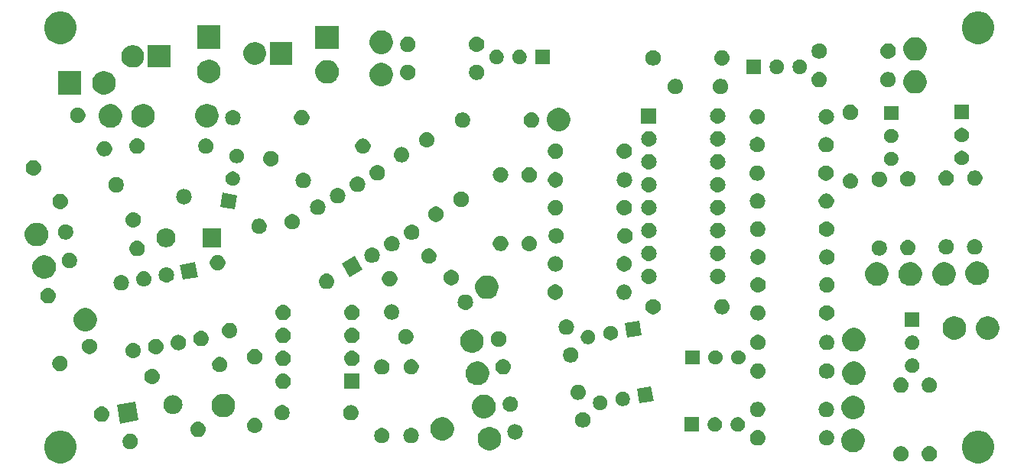
<source format=gbr>
G04 #@! TF.GenerationSoftware,KiCad,Pcbnew,(5.1.2-1)-1*
G04 #@! TF.CreationDate,2021-12-13T02:53:48-05:00*
G04 #@! TF.ProjectId,Gated Comparator - Serge,47617465-6420-4436-9f6d-70617261746f,rev?*
G04 #@! TF.SameCoordinates,Original*
G04 #@! TF.FileFunction,Soldermask,Bot*
G04 #@! TF.FilePolarity,Negative*
%FSLAX46Y46*%
G04 Gerber Fmt 4.6, Leading zero omitted, Abs format (unit mm)*
G04 Created by KiCad (PCBNEW (5.1.2-1)-1) date 2021-12-13 02:53:48*
%MOMM*%
%LPD*%
G04 APERTURE LIST*
%ADD10C,0.100000*%
G04 APERTURE END LIST*
D10*
G36*
X122191331Y-60752211D02*
G01*
X122519092Y-60887974D01*
X122814070Y-61085072D01*
X123064928Y-61335930D01*
X123262026Y-61630908D01*
X123397789Y-61958669D01*
X123467000Y-62306616D01*
X123467000Y-62661384D01*
X123397789Y-63009331D01*
X123262026Y-63337092D01*
X123064928Y-63632070D01*
X122814070Y-63882928D01*
X122519092Y-64080026D01*
X122191331Y-64215789D01*
X121843384Y-64285000D01*
X121488616Y-64285000D01*
X121140669Y-64215789D01*
X120812908Y-64080026D01*
X120517930Y-63882928D01*
X120267072Y-63632070D01*
X120069974Y-63337092D01*
X119934211Y-63009331D01*
X119865000Y-62661384D01*
X119865000Y-62306616D01*
X119934211Y-61958669D01*
X120069974Y-61630908D01*
X120267072Y-61335930D01*
X120517930Y-61085072D01*
X120812908Y-60887974D01*
X121140669Y-60752211D01*
X121488616Y-60683000D01*
X121843384Y-60683000D01*
X122191331Y-60752211D01*
X122191331Y-60752211D01*
G37*
G36*
X20591331Y-60752211D02*
G01*
X20919092Y-60887974D01*
X21214070Y-61085072D01*
X21464928Y-61335930D01*
X21662026Y-61630908D01*
X21797789Y-61958669D01*
X21867000Y-62306616D01*
X21867000Y-62661384D01*
X21797789Y-63009331D01*
X21662026Y-63337092D01*
X21464928Y-63632070D01*
X21214070Y-63882928D01*
X20919092Y-64080026D01*
X20591331Y-64215789D01*
X20243384Y-64285000D01*
X19888616Y-64285000D01*
X19540669Y-64215789D01*
X19212908Y-64080026D01*
X18917930Y-63882928D01*
X18667072Y-63632070D01*
X18469974Y-63337092D01*
X18334211Y-63009331D01*
X18265000Y-62661384D01*
X18265000Y-62306616D01*
X18334211Y-61958669D01*
X18469974Y-61630908D01*
X18667072Y-61335930D01*
X18917930Y-61085072D01*
X19212908Y-60887974D01*
X19540669Y-60752211D01*
X19888616Y-60683000D01*
X20243384Y-60683000D01*
X20591331Y-60752211D01*
X20591331Y-60752211D01*
G37*
G36*
X116435323Y-62407313D02*
G01*
X116595742Y-62455976D01*
X116720602Y-62522715D01*
X116743578Y-62534996D01*
X116873159Y-62641341D01*
X116979504Y-62770922D01*
X116979505Y-62770924D01*
X117058524Y-62918758D01*
X117107187Y-63079177D01*
X117123617Y-63246000D01*
X117107187Y-63412823D01*
X117058524Y-63573242D01*
X116987614Y-63705906D01*
X116979504Y-63721078D01*
X116873159Y-63850659D01*
X116743578Y-63957004D01*
X116743576Y-63957005D01*
X116595742Y-64036024D01*
X116435323Y-64084687D01*
X116310304Y-64097000D01*
X116226696Y-64097000D01*
X116101677Y-64084687D01*
X115941258Y-64036024D01*
X115793424Y-63957005D01*
X115793422Y-63957004D01*
X115663841Y-63850659D01*
X115557496Y-63721078D01*
X115549386Y-63705906D01*
X115478476Y-63573242D01*
X115429813Y-63412823D01*
X115413383Y-63246000D01*
X115429813Y-63079177D01*
X115478476Y-62918758D01*
X115557495Y-62770924D01*
X115557496Y-62770922D01*
X115663841Y-62641341D01*
X115793422Y-62534996D01*
X115816398Y-62522715D01*
X115941258Y-62455976D01*
X116101677Y-62407313D01*
X116226696Y-62395000D01*
X116310304Y-62395000D01*
X116435323Y-62407313D01*
X116435323Y-62407313D01*
G37*
G36*
X113362048Y-62425163D02*
G01*
X113516920Y-62489313D01*
X113656301Y-62582445D01*
X113774835Y-62700979D01*
X113867967Y-62840360D01*
X113932117Y-62995232D01*
X113964820Y-63159644D01*
X113964820Y-63327276D01*
X113932117Y-63491688D01*
X113867967Y-63646560D01*
X113774835Y-63785941D01*
X113656301Y-63904475D01*
X113516920Y-63997607D01*
X113362048Y-64061757D01*
X113197636Y-64094460D01*
X113030004Y-64094460D01*
X112865592Y-64061757D01*
X112710720Y-63997607D01*
X112571339Y-63904475D01*
X112452805Y-63785941D01*
X112359673Y-63646560D01*
X112295523Y-63491688D01*
X112262820Y-63327276D01*
X112262820Y-63159644D01*
X112295523Y-62995232D01*
X112359673Y-62840360D01*
X112452805Y-62700979D01*
X112571339Y-62582445D01*
X112710720Y-62489313D01*
X112865592Y-62425163D01*
X113030004Y-62392460D01*
X113197636Y-62392460D01*
X113362048Y-62425163D01*
X113362048Y-62425163D01*
G37*
G36*
X108189694Y-60511945D02*
G01*
X108426402Y-60609993D01*
X108426404Y-60609994D01*
X108639436Y-60752337D01*
X108820605Y-60933506D01*
X108960691Y-61143160D01*
X108962949Y-61146540D01*
X109060997Y-61383248D01*
X109110981Y-61634534D01*
X109110981Y-61890748D01*
X109060997Y-62142034D01*
X108989638Y-62314309D01*
X108962948Y-62378744D01*
X108820605Y-62591776D01*
X108639436Y-62772945D01*
X108426404Y-62915288D01*
X108426403Y-62915289D01*
X108426402Y-62915289D01*
X108189694Y-63013337D01*
X107938408Y-63063321D01*
X107682194Y-63063321D01*
X107430908Y-63013337D01*
X107194200Y-62915289D01*
X107194199Y-62915289D01*
X107194198Y-62915288D01*
X106981166Y-62772945D01*
X106799997Y-62591776D01*
X106657654Y-62378744D01*
X106630964Y-62314309D01*
X106559605Y-62142034D01*
X106509621Y-61890748D01*
X106509621Y-61634534D01*
X106559605Y-61383248D01*
X106657653Y-61146540D01*
X106659911Y-61143160D01*
X106799997Y-60933506D01*
X106981166Y-60752337D01*
X107194198Y-60609994D01*
X107194200Y-60609993D01*
X107430908Y-60511945D01*
X107682194Y-60461961D01*
X107938408Y-60461961D01*
X108189694Y-60511945D01*
X108189694Y-60511945D01*
G37*
G36*
X67946338Y-60308989D02*
G01*
X68182360Y-60406753D01*
X68183048Y-60407038D01*
X68396080Y-60549381D01*
X68577249Y-60730550D01*
X68712616Y-60933142D01*
X68719593Y-60943584D01*
X68817641Y-61180292D01*
X68867625Y-61431578D01*
X68867625Y-61687792D01*
X68817641Y-61939078D01*
X68733573Y-62142035D01*
X68719592Y-62175788D01*
X68577249Y-62388820D01*
X68396080Y-62569989D01*
X68183048Y-62712332D01*
X68183047Y-62712333D01*
X68183046Y-62712333D01*
X67946338Y-62810381D01*
X67695052Y-62860365D01*
X67438838Y-62860365D01*
X67187552Y-62810381D01*
X66950844Y-62712333D01*
X66950843Y-62712333D01*
X66950842Y-62712332D01*
X66737810Y-62569989D01*
X66556641Y-62388820D01*
X66414298Y-62175788D01*
X66400317Y-62142035D01*
X66316249Y-61939078D01*
X66266265Y-61687792D01*
X66266265Y-61431578D01*
X66316249Y-61180292D01*
X66414297Y-60943584D01*
X66421274Y-60933142D01*
X66556641Y-60730550D01*
X66737810Y-60549381D01*
X66950842Y-60407038D01*
X66951530Y-60406753D01*
X67187552Y-60308989D01*
X67438838Y-60259005D01*
X67695052Y-60259005D01*
X67946338Y-60308989D01*
X67946338Y-60308989D01*
G37*
G36*
X28040908Y-61043403D02*
G01*
X28195780Y-61107553D01*
X28335161Y-61200685D01*
X28453695Y-61319219D01*
X28546827Y-61458600D01*
X28610977Y-61613472D01*
X28643680Y-61777884D01*
X28643680Y-61945516D01*
X28610977Y-62109928D01*
X28546827Y-62264800D01*
X28453695Y-62404181D01*
X28335161Y-62522715D01*
X28195780Y-62615847D01*
X28040908Y-62679997D01*
X27876496Y-62712700D01*
X27708864Y-62712700D01*
X27544452Y-62679997D01*
X27389580Y-62615847D01*
X27250199Y-62522715D01*
X27131665Y-62404181D01*
X27038533Y-62264800D01*
X26974383Y-62109928D01*
X26941680Y-61945516D01*
X26941680Y-61777884D01*
X26974383Y-61613472D01*
X27038533Y-61458600D01*
X27131665Y-61319219D01*
X27250199Y-61200685D01*
X27389580Y-61107553D01*
X27544452Y-61043403D01*
X27708864Y-61010700D01*
X27876496Y-61010700D01*
X28040908Y-61043403D01*
X28040908Y-61043403D01*
G37*
G36*
X105132449Y-60657325D02*
G01*
X105287321Y-60721475D01*
X105426702Y-60814607D01*
X105545236Y-60933141D01*
X105638368Y-61072522D01*
X105702518Y-61227394D01*
X105735221Y-61391806D01*
X105735221Y-61559438D01*
X105702518Y-61723850D01*
X105638368Y-61878722D01*
X105545236Y-62018103D01*
X105426702Y-62136637D01*
X105287321Y-62229769D01*
X105132449Y-62293919D01*
X104968037Y-62326622D01*
X104800405Y-62326622D01*
X104635993Y-62293919D01*
X104481121Y-62229769D01*
X104341740Y-62136637D01*
X104223206Y-62018103D01*
X104130074Y-61878722D01*
X104065924Y-61723850D01*
X104033221Y-61559438D01*
X104033221Y-61391806D01*
X104065924Y-61227394D01*
X104130074Y-61072522D01*
X104223206Y-60933141D01*
X104341740Y-60814607D01*
X104481121Y-60721475D01*
X104635993Y-60657325D01*
X104800405Y-60624622D01*
X104968037Y-60624622D01*
X105132449Y-60657325D01*
X105132449Y-60657325D01*
G37*
G36*
X97431044Y-60636935D02*
G01*
X97591463Y-60685598D01*
X97716087Y-60752211D01*
X97739299Y-60764618D01*
X97868880Y-60870963D01*
X97975225Y-61000544D01*
X97975226Y-61000546D01*
X98054245Y-61148380D01*
X98102908Y-61308799D01*
X98119338Y-61475622D01*
X98102908Y-61642445D01*
X98054245Y-61802864D01*
X98007270Y-61890748D01*
X97975225Y-61950700D01*
X97868880Y-62080281D01*
X97739299Y-62186626D01*
X97739297Y-62186627D01*
X97591463Y-62265646D01*
X97431044Y-62314309D01*
X97306025Y-62326622D01*
X97222417Y-62326622D01*
X97097398Y-62314309D01*
X96936979Y-62265646D01*
X96789145Y-62186627D01*
X96789143Y-62186626D01*
X96659562Y-62080281D01*
X96553217Y-61950700D01*
X96521172Y-61890748D01*
X96474197Y-61802864D01*
X96425534Y-61642445D01*
X96409104Y-61475622D01*
X96425534Y-61308799D01*
X96474197Y-61148380D01*
X96553216Y-61000546D01*
X96553217Y-61000544D01*
X96659562Y-60870963D01*
X96789143Y-60764618D01*
X96812355Y-60752211D01*
X96936979Y-60685598D01*
X97097398Y-60636935D01*
X97222417Y-60624622D01*
X97306025Y-60624622D01*
X97431044Y-60636935D01*
X97431044Y-60636935D01*
G37*
G36*
X55894190Y-60406753D02*
G01*
X56049062Y-60470903D01*
X56188443Y-60564035D01*
X56306977Y-60682569D01*
X56400109Y-60821950D01*
X56464259Y-60976822D01*
X56496962Y-61141234D01*
X56496962Y-61308866D01*
X56464259Y-61473278D01*
X56400109Y-61628150D01*
X56306977Y-61767531D01*
X56188443Y-61886065D01*
X56049062Y-61979197D01*
X55894190Y-62043347D01*
X55729778Y-62076050D01*
X55562146Y-62076050D01*
X55397734Y-62043347D01*
X55242862Y-61979197D01*
X55103481Y-61886065D01*
X54984947Y-61767531D01*
X54891815Y-61628150D01*
X54827665Y-61473278D01*
X54794962Y-61308866D01*
X54794962Y-61141234D01*
X54827665Y-60976822D01*
X54891815Y-60821950D01*
X54984947Y-60682569D01*
X55103481Y-60564035D01*
X55242862Y-60470903D01*
X55397734Y-60406753D01*
X55562146Y-60374050D01*
X55729778Y-60374050D01*
X55894190Y-60406753D01*
X55894190Y-60406753D01*
G37*
G36*
X59062785Y-60376360D02*
G01*
X59223204Y-60425023D01*
X59316848Y-60475077D01*
X59371040Y-60504043D01*
X59500621Y-60610388D01*
X59606966Y-60739969D01*
X59606967Y-60739971D01*
X59685986Y-60887805D01*
X59734649Y-61048224D01*
X59751079Y-61215047D01*
X59734649Y-61381870D01*
X59685986Y-61542289D01*
X59638618Y-61630908D01*
X59606966Y-61690125D01*
X59500621Y-61819706D01*
X59371040Y-61926051D01*
X59371038Y-61926052D01*
X59223204Y-62005071D01*
X59062785Y-62053734D01*
X58937766Y-62066047D01*
X58854158Y-62066047D01*
X58729139Y-62053734D01*
X58568720Y-62005071D01*
X58420886Y-61926052D01*
X58420884Y-61926051D01*
X58291303Y-61819706D01*
X58184958Y-61690125D01*
X58153306Y-61630908D01*
X58105938Y-61542289D01*
X58057275Y-61381870D01*
X58040845Y-61215047D01*
X58057275Y-61048224D01*
X58105938Y-60887805D01*
X58184957Y-60739971D01*
X58184958Y-60739969D01*
X58291303Y-60610388D01*
X58420884Y-60504043D01*
X58475076Y-60475077D01*
X58568720Y-60425023D01*
X58729139Y-60376360D01*
X58854158Y-60364047D01*
X58937766Y-60364047D01*
X59062785Y-60376360D01*
X59062785Y-60376360D01*
G37*
G36*
X62716073Y-59221624D02*
G01*
X62893280Y-59295026D01*
X62952783Y-59319673D01*
X63165815Y-59462016D01*
X63346984Y-59643185D01*
X63422416Y-59756078D01*
X63489328Y-59856219D01*
X63587376Y-60092927D01*
X63637360Y-60344213D01*
X63637360Y-60600427D01*
X63587376Y-60851713D01*
X63495912Y-61072525D01*
X63489327Y-61088423D01*
X63346984Y-61301455D01*
X63165815Y-61482624D01*
X62952783Y-61624967D01*
X62952782Y-61624968D01*
X62952781Y-61624968D01*
X62716073Y-61723016D01*
X62464787Y-61773000D01*
X62208573Y-61773000D01*
X61957287Y-61723016D01*
X61720579Y-61624968D01*
X61720578Y-61624968D01*
X61720577Y-61624967D01*
X61507545Y-61482624D01*
X61326376Y-61301455D01*
X61184033Y-61088423D01*
X61177448Y-61072525D01*
X61085984Y-60851713D01*
X61036000Y-60600427D01*
X61036000Y-60344213D01*
X61085984Y-60092927D01*
X61184032Y-59856219D01*
X61250944Y-59756078D01*
X61326376Y-59643185D01*
X61507545Y-59462016D01*
X61720577Y-59319673D01*
X61780080Y-59295026D01*
X61957287Y-59221624D01*
X62208573Y-59171640D01*
X62464787Y-59171640D01*
X62716073Y-59221624D01*
X62716073Y-59221624D01*
G37*
G36*
X70566285Y-59963629D02*
G01*
X70726704Y-60012292D01*
X70822363Y-60063423D01*
X70874540Y-60091312D01*
X71004121Y-60197657D01*
X71110466Y-60327238D01*
X71110467Y-60327240D01*
X71189486Y-60475074D01*
X71238149Y-60635493D01*
X71254579Y-60802316D01*
X71238149Y-60969139D01*
X71189486Y-61129558D01*
X71125373Y-61249505D01*
X71110466Y-61277394D01*
X71004121Y-61406975D01*
X70874540Y-61513320D01*
X70874538Y-61513321D01*
X70726704Y-61592340D01*
X70566285Y-61641003D01*
X70441266Y-61653316D01*
X70357658Y-61653316D01*
X70232639Y-61641003D01*
X70072220Y-61592340D01*
X69924386Y-61513321D01*
X69924384Y-61513320D01*
X69794803Y-61406975D01*
X69688458Y-61277394D01*
X69673551Y-61249505D01*
X69609438Y-61129558D01*
X69560775Y-60969139D01*
X69544345Y-60802316D01*
X69560775Y-60635493D01*
X69609438Y-60475074D01*
X69688457Y-60327240D01*
X69688458Y-60327238D01*
X69794803Y-60197657D01*
X69924384Y-60091312D01*
X69976561Y-60063423D01*
X70072220Y-60012292D01*
X70232639Y-59963629D01*
X70357658Y-59951316D01*
X70441266Y-59951316D01*
X70566285Y-59963629D01*
X70566285Y-59963629D01*
G37*
G36*
X35463738Y-59699814D02*
G01*
X35624157Y-59748477D01*
X35756821Y-59819387D01*
X35771993Y-59827497D01*
X35901574Y-59933842D01*
X36007919Y-60063423D01*
X36007920Y-60063425D01*
X36086939Y-60211259D01*
X36135602Y-60371678D01*
X36152032Y-60538501D01*
X36135602Y-60705324D01*
X36086939Y-60865743D01*
X36027566Y-60976822D01*
X36007919Y-61013579D01*
X35901574Y-61143160D01*
X35771993Y-61249505D01*
X35771991Y-61249506D01*
X35624157Y-61328525D01*
X35463738Y-61377188D01*
X35338719Y-61389501D01*
X35255111Y-61389501D01*
X35130092Y-61377188D01*
X34969673Y-61328525D01*
X34821839Y-61249506D01*
X34821837Y-61249505D01*
X34692256Y-61143160D01*
X34585911Y-61013579D01*
X34566264Y-60976822D01*
X34506891Y-60865743D01*
X34458228Y-60705324D01*
X34441798Y-60538501D01*
X34458228Y-60371678D01*
X34506891Y-60211259D01*
X34585910Y-60063425D01*
X34585911Y-60063423D01*
X34692256Y-59933842D01*
X34821837Y-59827497D01*
X34837009Y-59819387D01*
X34969673Y-59748477D01*
X35130092Y-59699814D01*
X35255111Y-59687501D01*
X35338719Y-59687501D01*
X35463738Y-59699814D01*
X35463738Y-59699814D01*
G37*
G36*
X41742789Y-59246363D02*
G01*
X41903208Y-59295026D01*
X41949317Y-59319672D01*
X42051044Y-59374046D01*
X42180625Y-59480391D01*
X42286970Y-59609972D01*
X42293956Y-59623042D01*
X42365990Y-59757808D01*
X42414653Y-59918227D01*
X42431083Y-60085050D01*
X42414653Y-60251873D01*
X42365990Y-60412292D01*
X42316948Y-60504043D01*
X42286970Y-60560128D01*
X42180625Y-60689709D01*
X42051044Y-60796054D01*
X42051042Y-60796055D01*
X41903208Y-60875074D01*
X41742789Y-60923737D01*
X41617770Y-60936050D01*
X41534162Y-60936050D01*
X41409143Y-60923737D01*
X41248724Y-60875074D01*
X41100890Y-60796055D01*
X41100888Y-60796054D01*
X40971307Y-60689709D01*
X40864962Y-60560128D01*
X40834984Y-60504043D01*
X40785942Y-60412292D01*
X40737279Y-60251873D01*
X40720849Y-60085050D01*
X40737279Y-59918227D01*
X40785942Y-59757808D01*
X40857976Y-59623042D01*
X40864962Y-59609972D01*
X40971307Y-59480391D01*
X41100888Y-59374046D01*
X41202615Y-59319672D01*
X41248724Y-59295026D01*
X41409143Y-59246363D01*
X41534162Y-59234050D01*
X41617770Y-59234050D01*
X41742789Y-59246363D01*
X41742789Y-59246363D01*
G37*
G36*
X95300761Y-59219501D02*
G01*
X95446533Y-59279882D01*
X95446535Y-59279883D01*
X95577727Y-59367542D01*
X95689297Y-59479112D01*
X95776956Y-59610304D01*
X95776957Y-59610306D01*
X95837338Y-59756078D01*
X95868119Y-59910827D01*
X95868119Y-60068613D01*
X95837338Y-60223362D01*
X95787279Y-60344214D01*
X95776956Y-60369136D01*
X95689297Y-60500328D01*
X95577727Y-60611898D01*
X95446535Y-60699557D01*
X95446534Y-60699558D01*
X95446533Y-60699558D01*
X95300761Y-60759939D01*
X95146012Y-60790720D01*
X94988226Y-60790720D01*
X94833477Y-60759939D01*
X94687705Y-60699558D01*
X94687704Y-60699558D01*
X94687703Y-60699557D01*
X94556511Y-60611898D01*
X94444941Y-60500328D01*
X94357282Y-60369136D01*
X94346959Y-60344214D01*
X94296900Y-60223362D01*
X94266119Y-60068613D01*
X94266119Y-59910827D01*
X94296900Y-59756078D01*
X94357281Y-59610306D01*
X94357282Y-59610304D01*
X94444941Y-59479112D01*
X94556511Y-59367542D01*
X94687703Y-59279883D01*
X94687705Y-59279882D01*
X94833477Y-59219501D01*
X94988226Y-59188720D01*
X95146012Y-59188720D01*
X95300761Y-59219501D01*
X95300761Y-59219501D01*
G37*
G36*
X92760761Y-59219501D02*
G01*
X92906533Y-59279882D01*
X92906535Y-59279883D01*
X93037727Y-59367542D01*
X93149297Y-59479112D01*
X93236956Y-59610304D01*
X93236957Y-59610306D01*
X93297338Y-59756078D01*
X93328119Y-59910827D01*
X93328119Y-60068613D01*
X93297338Y-60223362D01*
X93247279Y-60344214D01*
X93236956Y-60369136D01*
X93149297Y-60500328D01*
X93037727Y-60611898D01*
X92906535Y-60699557D01*
X92906534Y-60699558D01*
X92906533Y-60699558D01*
X92760761Y-60759939D01*
X92606012Y-60790720D01*
X92448226Y-60790720D01*
X92293477Y-60759939D01*
X92147705Y-60699558D01*
X92147704Y-60699558D01*
X92147703Y-60699557D01*
X92016511Y-60611898D01*
X91904941Y-60500328D01*
X91817282Y-60369136D01*
X91806959Y-60344214D01*
X91756900Y-60223362D01*
X91726119Y-60068613D01*
X91726119Y-59910827D01*
X91756900Y-59756078D01*
X91817281Y-59610306D01*
X91817282Y-59610304D01*
X91904941Y-59479112D01*
X92016511Y-59367542D01*
X92147703Y-59279883D01*
X92147705Y-59279882D01*
X92293477Y-59219501D01*
X92448226Y-59188720D01*
X92606012Y-59188720D01*
X92760761Y-59219501D01*
X92760761Y-59219501D01*
G37*
G36*
X90788119Y-60790720D02*
G01*
X89186119Y-60790720D01*
X89186119Y-59188720D01*
X90788119Y-59188720D01*
X90788119Y-60790720D01*
X90788119Y-60790720D01*
G37*
G36*
X78151925Y-58660820D02*
G01*
X78306797Y-58724970D01*
X78446178Y-58818102D01*
X78564712Y-58936636D01*
X78657844Y-59076017D01*
X78721994Y-59230889D01*
X78754697Y-59395301D01*
X78754697Y-59562933D01*
X78721994Y-59727345D01*
X78657844Y-59882217D01*
X78564712Y-60021598D01*
X78446178Y-60140132D01*
X78306797Y-60233264D01*
X78151925Y-60297414D01*
X77987513Y-60330117D01*
X77819881Y-60330117D01*
X77655469Y-60297414D01*
X77500597Y-60233264D01*
X77361216Y-60140132D01*
X77242682Y-60021598D01*
X77149550Y-59882217D01*
X77085400Y-59727345D01*
X77052697Y-59562933D01*
X77052697Y-59395301D01*
X77085400Y-59230889D01*
X77149550Y-59076017D01*
X77242682Y-58936636D01*
X77361216Y-58818102D01*
X77500597Y-58724970D01*
X77655469Y-58660820D01*
X77819881Y-58628117D01*
X77987513Y-58628117D01*
X78151925Y-58660820D01*
X78151925Y-58660820D01*
G37*
G36*
X28733357Y-59521449D02*
G01*
X26663291Y-59886457D01*
X26298283Y-57816391D01*
X28368349Y-57451383D01*
X28733357Y-59521449D01*
X28733357Y-59521449D01*
G37*
G36*
X24781014Y-57994331D02*
G01*
X24941433Y-58042994D01*
X25052214Y-58102208D01*
X25089269Y-58122014D01*
X25218850Y-58228359D01*
X25325195Y-58357940D01*
X25325196Y-58357942D01*
X25404215Y-58505776D01*
X25452878Y-58666195D01*
X25469308Y-58833018D01*
X25452878Y-58999841D01*
X25404215Y-59160260D01*
X25352138Y-59257689D01*
X25325195Y-59308096D01*
X25218850Y-59437677D01*
X25089269Y-59544022D01*
X25089267Y-59544023D01*
X24941433Y-59623042D01*
X24781014Y-59671705D01*
X24655995Y-59684018D01*
X24572387Y-59684018D01*
X24447368Y-59671705D01*
X24286949Y-59623042D01*
X24139115Y-59544023D01*
X24139113Y-59544022D01*
X24009532Y-59437677D01*
X23903187Y-59308096D01*
X23876244Y-59257689D01*
X23824167Y-59160260D01*
X23775504Y-58999841D01*
X23759074Y-58833018D01*
X23775504Y-58666195D01*
X23824167Y-58505776D01*
X23903186Y-58357942D01*
X23903187Y-58357940D01*
X24009532Y-58228359D01*
X24139113Y-58122014D01*
X24176168Y-58102208D01*
X24286949Y-58042994D01*
X24447368Y-57994331D01*
X24572387Y-57982018D01*
X24655995Y-57982018D01*
X24781014Y-57994331D01*
X24781014Y-57994331D01*
G37*
G36*
X52392788Y-57846362D02*
G01*
X52553207Y-57895025D01*
X52605402Y-57922924D01*
X52701043Y-57974045D01*
X52830624Y-58080390D01*
X52936969Y-58209971D01*
X52936970Y-58209973D01*
X53015989Y-58357807D01*
X53015990Y-58357810D01*
X53019512Y-58369420D01*
X53064652Y-58518226D01*
X53081082Y-58685049D01*
X53064652Y-58851872D01*
X53015989Y-59012291D01*
X52975442Y-59088149D01*
X52936969Y-59160127D01*
X52830624Y-59289708D01*
X52701043Y-59396053D01*
X52701041Y-59396054D01*
X52553207Y-59475073D01*
X52392788Y-59523736D01*
X52267769Y-59536049D01*
X52184161Y-59536049D01*
X52059142Y-59523736D01*
X51898723Y-59475073D01*
X51750889Y-59396054D01*
X51750887Y-59396053D01*
X51621306Y-59289708D01*
X51514961Y-59160127D01*
X51476488Y-59088149D01*
X51435941Y-59012291D01*
X51387278Y-58851872D01*
X51370848Y-58685049D01*
X51387278Y-58518226D01*
X51432418Y-58369420D01*
X51435940Y-58357810D01*
X51435941Y-58357807D01*
X51514960Y-58209973D01*
X51514961Y-58209971D01*
X51621306Y-58080390D01*
X51750887Y-57974045D01*
X51846528Y-57922924D01*
X51898723Y-57895025D01*
X52059142Y-57846362D01*
X52184161Y-57834049D01*
X52267769Y-57834049D01*
X52392788Y-57846362D01*
X52392788Y-57846362D01*
G37*
G36*
X44854193Y-57866752D02*
G01*
X45009065Y-57930902D01*
X45148446Y-58024034D01*
X45266980Y-58142568D01*
X45360112Y-58281949D01*
X45424262Y-58436821D01*
X45456965Y-58601233D01*
X45456965Y-58768865D01*
X45424262Y-58933277D01*
X45360112Y-59088149D01*
X45266980Y-59227530D01*
X45148446Y-59346064D01*
X45009065Y-59439196D01*
X44854193Y-59503346D01*
X44689781Y-59536049D01*
X44522149Y-59536049D01*
X44357737Y-59503346D01*
X44202865Y-59439196D01*
X44063484Y-59346064D01*
X43944950Y-59227530D01*
X43851818Y-59088149D01*
X43787668Y-58933277D01*
X43754965Y-58768865D01*
X43754965Y-58601233D01*
X43787668Y-58436821D01*
X43851818Y-58281949D01*
X43944950Y-58142568D01*
X44063484Y-58024034D01*
X44202865Y-57930902D01*
X44357737Y-57866752D01*
X44522149Y-57834049D01*
X44689781Y-57834049D01*
X44854193Y-57866752D01*
X44854193Y-57866752D01*
G37*
G36*
X108222713Y-56854345D02*
G01*
X108459421Y-56952393D01*
X108459423Y-56952394D01*
X108672455Y-57094737D01*
X108853624Y-57275906D01*
X108992849Y-57484272D01*
X108995968Y-57488940D01*
X109094016Y-57725648D01*
X109144000Y-57976934D01*
X109144000Y-58233148D01*
X109094016Y-58484434D01*
X109018728Y-58666195D01*
X108995967Y-58721144D01*
X108853624Y-58934176D01*
X108672455Y-59115345D01*
X108459423Y-59257688D01*
X108459422Y-59257689D01*
X108459421Y-59257689D01*
X108222713Y-59355737D01*
X107971427Y-59405721D01*
X107715213Y-59405721D01*
X107463927Y-59355737D01*
X107227219Y-59257689D01*
X107227218Y-59257689D01*
X107227217Y-59257688D01*
X107014185Y-59115345D01*
X106833016Y-58934176D01*
X106690673Y-58721144D01*
X106667912Y-58666195D01*
X106592624Y-58484434D01*
X106542640Y-58233148D01*
X106542640Y-57976934D01*
X106592624Y-57725648D01*
X106690672Y-57488940D01*
X106693791Y-57484272D01*
X106833016Y-57275906D01*
X107014185Y-57094737D01*
X107227217Y-56952394D01*
X107227219Y-56952393D01*
X107463927Y-56854345D01*
X107715213Y-56804361D01*
X107971427Y-56804361D01*
X108222713Y-56854345D01*
X108222713Y-56854345D01*
G37*
G36*
X67332387Y-56739330D02*
G01*
X67530477Y-56821382D01*
X67569097Y-56837379D01*
X67782129Y-56979722D01*
X67963298Y-57160891D01*
X68095807Y-57359206D01*
X68105642Y-57373925D01*
X68203690Y-57610633D01*
X68253674Y-57861919D01*
X68253674Y-58118133D01*
X68203690Y-58369419D01*
X68118846Y-58574249D01*
X68105641Y-58606129D01*
X67963298Y-58819161D01*
X67782129Y-59000330D01*
X67569097Y-59142673D01*
X67569096Y-59142674D01*
X67569095Y-59142674D01*
X67332387Y-59240722D01*
X67081101Y-59290706D01*
X66824887Y-59290706D01*
X66573601Y-59240722D01*
X66336893Y-59142674D01*
X66336892Y-59142674D01*
X66336891Y-59142673D01*
X66123859Y-59000330D01*
X65942690Y-58819161D01*
X65800347Y-58606129D01*
X65787142Y-58574249D01*
X65702298Y-58369419D01*
X65652314Y-58118133D01*
X65652314Y-57861919D01*
X65702298Y-57610633D01*
X65800346Y-57373925D01*
X65810181Y-57359206D01*
X65942690Y-57160891D01*
X66123859Y-56979722D01*
X66336891Y-56837379D01*
X66375511Y-56821382D01*
X66573601Y-56739330D01*
X66824887Y-56689346D01*
X67081101Y-56689346D01*
X67332387Y-56739330D01*
X67332387Y-56739330D01*
G37*
G36*
X38487013Y-56630824D02*
G01*
X38723721Y-56728872D01*
X38723723Y-56728873D01*
X38936755Y-56871216D01*
X39117924Y-57052385D01*
X39260267Y-57265417D01*
X39260268Y-57265419D01*
X39358316Y-57502127D01*
X39408300Y-57753413D01*
X39408300Y-58009627D01*
X39358316Y-58260913D01*
X39264813Y-58486648D01*
X39260267Y-58497623D01*
X39117924Y-58710655D01*
X38936755Y-58891824D01*
X38723723Y-59034167D01*
X38723722Y-59034168D01*
X38723721Y-59034168D01*
X38487013Y-59132216D01*
X38235727Y-59182200D01*
X37979513Y-59182200D01*
X37728227Y-59132216D01*
X37491519Y-59034168D01*
X37491518Y-59034168D01*
X37491517Y-59034167D01*
X37278485Y-58891824D01*
X37097316Y-58710655D01*
X36954973Y-58497623D01*
X36950427Y-58486648D01*
X36856924Y-58260913D01*
X36806940Y-58009627D01*
X36806940Y-57753413D01*
X36856924Y-57502127D01*
X36954972Y-57265419D01*
X36954973Y-57265417D01*
X37097316Y-57052385D01*
X37278485Y-56871216D01*
X37491517Y-56728873D01*
X37491519Y-56728872D01*
X37728227Y-56630824D01*
X37979513Y-56580840D01*
X38235727Y-56580840D01*
X38487013Y-56630824D01*
X38487013Y-56630824D01*
G37*
G36*
X105035803Y-57487334D02*
G01*
X105196222Y-57535997D01*
X105263341Y-57571873D01*
X105344058Y-57615017D01*
X105473639Y-57721362D01*
X105579984Y-57850943D01*
X105579985Y-57850945D01*
X105659004Y-57998779D01*
X105707667Y-58159198D01*
X105724097Y-58326021D01*
X105707667Y-58492844D01*
X105659004Y-58653263D01*
X105618457Y-58729121D01*
X105579984Y-58801099D01*
X105473639Y-58930680D01*
X105344058Y-59037025D01*
X105344056Y-59037026D01*
X105196222Y-59116045D01*
X105035803Y-59164708D01*
X104910784Y-59177021D01*
X104827176Y-59177021D01*
X104702157Y-59164708D01*
X104541738Y-59116045D01*
X104393904Y-59037026D01*
X104393902Y-59037025D01*
X104264321Y-58930680D01*
X104157976Y-58801099D01*
X104119503Y-58729121D01*
X104078956Y-58653263D01*
X104030293Y-58492844D01*
X104013863Y-58326021D01*
X104030293Y-58159198D01*
X104078956Y-57998779D01*
X104157975Y-57850945D01*
X104157976Y-57850943D01*
X104264321Y-57721362D01*
X104393902Y-57615017D01*
X104474619Y-57571873D01*
X104541738Y-57535997D01*
X104702157Y-57487334D01*
X104827176Y-57475021D01*
X104910784Y-57475021D01*
X105035803Y-57487334D01*
X105035803Y-57487334D01*
G37*
G36*
X97497208Y-57507724D02*
G01*
X97652080Y-57571874D01*
X97791461Y-57665006D01*
X97909995Y-57783540D01*
X98003127Y-57922921D01*
X98067277Y-58077793D01*
X98099980Y-58242205D01*
X98099980Y-58409837D01*
X98067277Y-58574249D01*
X98003127Y-58729121D01*
X97909995Y-58868502D01*
X97791461Y-58987036D01*
X97652080Y-59080168D01*
X97497208Y-59144318D01*
X97332796Y-59177021D01*
X97165164Y-59177021D01*
X97000752Y-59144318D01*
X96845880Y-59080168D01*
X96706499Y-58987036D01*
X96587965Y-58868502D01*
X96494833Y-58729121D01*
X96430683Y-58574249D01*
X96397980Y-58409837D01*
X96397980Y-58242205D01*
X96430683Y-58077793D01*
X96494833Y-57922921D01*
X96587965Y-57783540D01*
X96706499Y-57665006D01*
X96845880Y-57571874D01*
X97000752Y-57507724D01*
X97165164Y-57475021D01*
X97332796Y-57475021D01*
X97497208Y-57507724D01*
X97497208Y-57507724D01*
G37*
G36*
X32621740Y-56740856D02*
G01*
X32724675Y-56750994D01*
X32900600Y-56804361D01*
X32922792Y-56811093D01*
X32971969Y-56837379D01*
X33105372Y-56908684D01*
X33265408Y-57040022D01*
X33396746Y-57200058D01*
X33412443Y-57229425D01*
X33494337Y-57382638D01*
X33494338Y-57382641D01*
X33554436Y-57580755D01*
X33574728Y-57786787D01*
X33554436Y-57992819D01*
X33509009Y-58142569D01*
X33494337Y-58190936D01*
X33471774Y-58233148D01*
X33396746Y-58373516D01*
X33265408Y-58533552D01*
X33105372Y-58664890D01*
X33019753Y-58710654D01*
X32922792Y-58762481D01*
X32922789Y-58762482D01*
X32724675Y-58822580D01*
X32621740Y-58832718D01*
X32570274Y-58837787D01*
X32467012Y-58837787D01*
X32415546Y-58832718D01*
X32312611Y-58822580D01*
X32114497Y-58762482D01*
X32114494Y-58762481D01*
X32017533Y-58710654D01*
X31931914Y-58664890D01*
X31771878Y-58533552D01*
X31640540Y-58373516D01*
X31565512Y-58233148D01*
X31542949Y-58190936D01*
X31528277Y-58142569D01*
X31482850Y-57992819D01*
X31462558Y-57786787D01*
X31482850Y-57580755D01*
X31542948Y-57382641D01*
X31542949Y-57382638D01*
X31624843Y-57229425D01*
X31640540Y-57200058D01*
X31771878Y-57040022D01*
X31931914Y-56908684D01*
X32065317Y-56837379D01*
X32114494Y-56811093D01*
X32136686Y-56804361D01*
X32312611Y-56750994D01*
X32415546Y-56740856D01*
X32467012Y-56735787D01*
X32570274Y-56735787D01*
X32621740Y-56740856D01*
X32621740Y-56740856D01*
G37*
G36*
X70124453Y-56914203D02*
G01*
X70279325Y-56978353D01*
X70418706Y-57071485D01*
X70537240Y-57190019D01*
X70630372Y-57329400D01*
X70694522Y-57484272D01*
X70727225Y-57648684D01*
X70727225Y-57816316D01*
X70694522Y-57980728D01*
X70630372Y-58135600D01*
X70537240Y-58274981D01*
X70418706Y-58393515D01*
X70279325Y-58486647D01*
X70124453Y-58550797D01*
X69960041Y-58583500D01*
X69792409Y-58583500D01*
X69627997Y-58550797D01*
X69473125Y-58486647D01*
X69333744Y-58393515D01*
X69215210Y-58274981D01*
X69122078Y-58135600D01*
X69057928Y-57980728D01*
X69025225Y-57816316D01*
X69025225Y-57648684D01*
X69057928Y-57484272D01*
X69122078Y-57329400D01*
X69215210Y-57190019D01*
X69333744Y-57071485D01*
X69473125Y-56978353D01*
X69627997Y-56914203D01*
X69792409Y-56881500D01*
X69960041Y-56881500D01*
X70124453Y-56914203D01*
X70124453Y-56914203D01*
G37*
G36*
X80050990Y-56821381D02*
G01*
X80196129Y-56881500D01*
X80196764Y-56881763D01*
X80327956Y-56969422D01*
X80439526Y-57080992D01*
X80519083Y-57200059D01*
X80527186Y-57212186D01*
X80587567Y-57357958D01*
X80618348Y-57512707D01*
X80618348Y-57670493D01*
X80587567Y-57825242D01*
X80543801Y-57930901D01*
X80527185Y-57971016D01*
X80439526Y-58102208D01*
X80327956Y-58213778D01*
X80196764Y-58301437D01*
X80196763Y-58301438D01*
X80196762Y-58301438D01*
X80050990Y-58361819D01*
X79896241Y-58392600D01*
X79738455Y-58392600D01*
X79583706Y-58361819D01*
X79437934Y-58301438D01*
X79437933Y-58301438D01*
X79437932Y-58301437D01*
X79306740Y-58213778D01*
X79195170Y-58102208D01*
X79107511Y-57971016D01*
X79090895Y-57930901D01*
X79047129Y-57825242D01*
X79016348Y-57670493D01*
X79016348Y-57512707D01*
X79047129Y-57357958D01*
X79107510Y-57212186D01*
X79115613Y-57200059D01*
X79195170Y-57080992D01*
X79306740Y-56969422D01*
X79437932Y-56881763D01*
X79438567Y-56881500D01*
X79583706Y-56821381D01*
X79738455Y-56790600D01*
X79896241Y-56790600D01*
X80050990Y-56821381D01*
X80050990Y-56821381D01*
G37*
G36*
X82552401Y-56380314D02*
G01*
X82698173Y-56440695D01*
X82698175Y-56440696D01*
X82829367Y-56528355D01*
X82940937Y-56639925D01*
X83007357Y-56739331D01*
X83028597Y-56771119D01*
X83088978Y-56916891D01*
X83119759Y-57071640D01*
X83119759Y-57229426D01*
X83088978Y-57384175D01*
X83028597Y-57529947D01*
X83028596Y-57529949D01*
X82940937Y-57661141D01*
X82829367Y-57772711D01*
X82698175Y-57860370D01*
X82698174Y-57860371D01*
X82698173Y-57860371D01*
X82552401Y-57920752D01*
X82397652Y-57951533D01*
X82239866Y-57951533D01*
X82085117Y-57920752D01*
X81939345Y-57860371D01*
X81939344Y-57860371D01*
X81939343Y-57860370D01*
X81808151Y-57772711D01*
X81696581Y-57661141D01*
X81608922Y-57529949D01*
X81608921Y-57529947D01*
X81548540Y-57384175D01*
X81517759Y-57229426D01*
X81517759Y-57071640D01*
X81548540Y-56916891D01*
X81608921Y-56771119D01*
X81630161Y-56739331D01*
X81696581Y-56639925D01*
X81808151Y-56528355D01*
X81939343Y-56440696D01*
X81939345Y-56440695D01*
X82085117Y-56380314D01*
X82239866Y-56349533D01*
X82397652Y-56349533D01*
X82552401Y-56380314D01*
X82552401Y-56380314D01*
G37*
G36*
X85748094Y-57359206D02*
G01*
X84170432Y-57637390D01*
X83892248Y-56059728D01*
X85469910Y-55781544D01*
X85748094Y-57359206D01*
X85748094Y-57359206D01*
G37*
G36*
X77547283Y-55570614D02*
G01*
X77707702Y-55619277D01*
X77802839Y-55670129D01*
X77855538Y-55698297D01*
X77985119Y-55804642D01*
X78091464Y-55934223D01*
X78091465Y-55934225D01*
X78170484Y-56082059D01*
X78219147Y-56242478D01*
X78235577Y-56409301D01*
X78219147Y-56576124D01*
X78170484Y-56736543D01*
X78116586Y-56837379D01*
X78091464Y-56884379D01*
X77985119Y-57013960D01*
X77855538Y-57120305D01*
X77855536Y-57120306D01*
X77707702Y-57199325D01*
X77707699Y-57199326D01*
X77677840Y-57208384D01*
X77547283Y-57247988D01*
X77422264Y-57260301D01*
X77338656Y-57260301D01*
X77213637Y-57247988D01*
X77083080Y-57208384D01*
X77053221Y-57199326D01*
X77053218Y-57199325D01*
X76905384Y-57120306D01*
X76905382Y-57120305D01*
X76775801Y-57013960D01*
X76669456Y-56884379D01*
X76644334Y-56837379D01*
X76590436Y-56736543D01*
X76541773Y-56576124D01*
X76525343Y-56409301D01*
X76541773Y-56242478D01*
X76590436Y-56082059D01*
X76669455Y-55934225D01*
X76669456Y-55934223D01*
X76775801Y-55804642D01*
X76905382Y-55698297D01*
X76958081Y-55670129D01*
X77053218Y-55619277D01*
X77213637Y-55570614D01*
X77338656Y-55558301D01*
X77422264Y-55558301D01*
X77547283Y-55570614D01*
X77547283Y-55570614D01*
G37*
G36*
X116516728Y-54807703D02*
G01*
X116671600Y-54871853D01*
X116810981Y-54964985D01*
X116929515Y-55083519D01*
X117022647Y-55222900D01*
X117086797Y-55377772D01*
X117119500Y-55542184D01*
X117119500Y-55709816D01*
X117086797Y-55874228D01*
X117022647Y-56029100D01*
X116929515Y-56168481D01*
X116810981Y-56287015D01*
X116671600Y-56380147D01*
X116516728Y-56444297D01*
X116352316Y-56477000D01*
X116184684Y-56477000D01*
X116020272Y-56444297D01*
X115865400Y-56380147D01*
X115726019Y-56287015D01*
X115607485Y-56168481D01*
X115514353Y-56029100D01*
X115450203Y-55874228D01*
X115417500Y-55709816D01*
X115417500Y-55542184D01*
X115450203Y-55377772D01*
X115514353Y-55222900D01*
X115607485Y-55083519D01*
X115726019Y-54964985D01*
X115865400Y-54871853D01*
X116020272Y-54807703D01*
X116184684Y-54775000D01*
X116352316Y-54775000D01*
X116516728Y-54807703D01*
X116516728Y-54807703D01*
G37*
G36*
X113280643Y-54784773D02*
G01*
X113441062Y-54833436D01*
X113512933Y-54871852D01*
X113588898Y-54912456D01*
X113718479Y-55018801D01*
X113824824Y-55148382D01*
X113824825Y-55148384D01*
X113903844Y-55296218D01*
X113952507Y-55456637D01*
X113968937Y-55623460D01*
X113952507Y-55790283D01*
X113903844Y-55950702D01*
X113861941Y-56029097D01*
X113824824Y-56098538D01*
X113718479Y-56228119D01*
X113588898Y-56334464D01*
X113588896Y-56334465D01*
X113441062Y-56413484D01*
X113280643Y-56462147D01*
X113155624Y-56474460D01*
X113072016Y-56474460D01*
X112946997Y-56462147D01*
X112786578Y-56413484D01*
X112638744Y-56334465D01*
X112638742Y-56334464D01*
X112509161Y-56228119D01*
X112402816Y-56098538D01*
X112365699Y-56029097D01*
X112323796Y-55950702D01*
X112275133Y-55790283D01*
X112258703Y-55623460D01*
X112275133Y-55456637D01*
X112323796Y-55296218D01*
X112402815Y-55148384D01*
X112402816Y-55148382D01*
X112509161Y-55018801D01*
X112638742Y-54912456D01*
X112714707Y-54871852D01*
X112786578Y-54833436D01*
X112946997Y-54784773D01*
X113072016Y-54772460D01*
X113155624Y-54772460D01*
X113280643Y-54784773D01*
X113280643Y-54784773D01*
G37*
G36*
X44902788Y-54356364D02*
G01*
X45063207Y-54405027D01*
X45158664Y-54456050D01*
X45211043Y-54484047D01*
X45340624Y-54590392D01*
X45446969Y-54719973D01*
X45446970Y-54719975D01*
X45525989Y-54867809D01*
X45525990Y-54867812D01*
X45527216Y-54871853D01*
X45574652Y-55028228D01*
X45591082Y-55195051D01*
X45574652Y-55361874D01*
X45525989Y-55522293D01*
X45500160Y-55570615D01*
X45446969Y-55670129D01*
X45340624Y-55799710D01*
X45211043Y-55906055D01*
X45211041Y-55906056D01*
X45063207Y-55985075D01*
X44902788Y-56033738D01*
X44777769Y-56046051D01*
X44694161Y-56046051D01*
X44569142Y-56033738D01*
X44408723Y-55985075D01*
X44260889Y-55906056D01*
X44260887Y-55906055D01*
X44131306Y-55799710D01*
X44024961Y-55670129D01*
X43971770Y-55570615D01*
X43945941Y-55522293D01*
X43897278Y-55361874D01*
X43880848Y-55195051D01*
X43897278Y-55028228D01*
X43944714Y-54871853D01*
X43945940Y-54867812D01*
X43945941Y-54867809D01*
X44024960Y-54719975D01*
X44024961Y-54719973D01*
X44131306Y-54590392D01*
X44260887Y-54484047D01*
X44313266Y-54456050D01*
X44408723Y-54405027D01*
X44569142Y-54356364D01*
X44694161Y-54344051D01*
X44777769Y-54344051D01*
X44902788Y-54356364D01*
X44902788Y-54356364D01*
G37*
G36*
X53206965Y-56046051D02*
G01*
X51504965Y-56046051D01*
X51504965Y-54344051D01*
X53206965Y-54344051D01*
X53206965Y-56046051D01*
X53206965Y-56046051D01*
G37*
G36*
X108291292Y-53062125D02*
G01*
X108528000Y-53160173D01*
X108528002Y-53160174D01*
X108741034Y-53302517D01*
X108922203Y-53483686D01*
X109055288Y-53682863D01*
X109064547Y-53696720D01*
X109162595Y-53933428D01*
X109212579Y-54184714D01*
X109212579Y-54440928D01*
X109162595Y-54692214D01*
X109088186Y-54871852D01*
X109064546Y-54928924D01*
X108922203Y-55141956D01*
X108741034Y-55323125D01*
X108528002Y-55465468D01*
X108528001Y-55465469D01*
X108528000Y-55465469D01*
X108291292Y-55563517D01*
X108040006Y-55613501D01*
X107783792Y-55613501D01*
X107532506Y-55563517D01*
X107295798Y-55465469D01*
X107295797Y-55465469D01*
X107295796Y-55465468D01*
X107082764Y-55323125D01*
X106901595Y-55141956D01*
X106759252Y-54928924D01*
X106735612Y-54871852D01*
X106661203Y-54692214D01*
X106611219Y-54440928D01*
X106611219Y-54184714D01*
X106661203Y-53933428D01*
X106759251Y-53696720D01*
X106768510Y-53682863D01*
X106901595Y-53483686D01*
X107082764Y-53302517D01*
X107295796Y-53160174D01*
X107295798Y-53160173D01*
X107532506Y-53062125D01*
X107783792Y-53012141D01*
X108040006Y-53012141D01*
X108291292Y-53062125D01*
X108291292Y-53062125D01*
G37*
G36*
X66606904Y-53060730D02*
G01*
X66843612Y-53158778D01*
X66843614Y-53158779D01*
X67056646Y-53301122D01*
X67237815Y-53482291D01*
X67380158Y-53695323D01*
X67380159Y-53695325D01*
X67478207Y-53932033D01*
X67528191Y-54183319D01*
X67528191Y-54439533D01*
X67478207Y-54690819D01*
X67380159Y-54927527D01*
X67380158Y-54927529D01*
X67237815Y-55140561D01*
X67056646Y-55321730D01*
X66843614Y-55464073D01*
X66843613Y-55464074D01*
X66843612Y-55464074D01*
X66606904Y-55562122D01*
X66355618Y-55612106D01*
X66099404Y-55612106D01*
X65848118Y-55562122D01*
X65611410Y-55464074D01*
X65611409Y-55464074D01*
X65611408Y-55464073D01*
X65398376Y-55321730D01*
X65217207Y-55140561D01*
X65074864Y-54927529D01*
X65074863Y-54927527D01*
X64976815Y-54690819D01*
X64926831Y-54439533D01*
X64926831Y-54183319D01*
X64976815Y-53932033D01*
X65074863Y-53695325D01*
X65074864Y-53695323D01*
X65217207Y-53482291D01*
X65398376Y-53301122D01*
X65611408Y-53158779D01*
X65611410Y-53158778D01*
X65848118Y-53060730D01*
X66099404Y-53010746D01*
X66355618Y-53010746D01*
X66606904Y-53060730D01*
X66606904Y-53060730D01*
G37*
G36*
X30372844Y-53830056D02*
G01*
X30533263Y-53878719D01*
X30633006Y-53932033D01*
X30681099Y-53957739D01*
X30810680Y-54064084D01*
X30917025Y-54193665D01*
X30925135Y-54208837D01*
X30996045Y-54341501D01*
X31044708Y-54501920D01*
X31061138Y-54668743D01*
X31044708Y-54835566D01*
X30996045Y-54995985D01*
X30925135Y-55128649D01*
X30917025Y-55143821D01*
X30810680Y-55273402D01*
X30681099Y-55379747D01*
X30681097Y-55379748D01*
X30533263Y-55458767D01*
X30372844Y-55507430D01*
X30247825Y-55519743D01*
X30164217Y-55519743D01*
X30039198Y-55507430D01*
X29878779Y-55458767D01*
X29730945Y-55379748D01*
X29730943Y-55379747D01*
X29601362Y-55273402D01*
X29495017Y-55143821D01*
X29486907Y-55128649D01*
X29415997Y-54995985D01*
X29367334Y-54835566D01*
X29350904Y-54668743D01*
X29367334Y-54501920D01*
X29415997Y-54341501D01*
X29486907Y-54208837D01*
X29495017Y-54193665D01*
X29601362Y-54064084D01*
X29730943Y-53957739D01*
X29779036Y-53932033D01*
X29878779Y-53878719D01*
X30039198Y-53830056D01*
X30164217Y-53817743D01*
X30247825Y-53817743D01*
X30372844Y-53830056D01*
X30372844Y-53830056D01*
G37*
G36*
X105157847Y-53235444D02*
G01*
X105312719Y-53299594D01*
X105452100Y-53392726D01*
X105570634Y-53511260D01*
X105663766Y-53650641D01*
X105727916Y-53805513D01*
X105760619Y-53969925D01*
X105760619Y-54137557D01*
X105727916Y-54301969D01*
X105663766Y-54456841D01*
X105570634Y-54596222D01*
X105452100Y-54714756D01*
X105312719Y-54807888D01*
X105157847Y-54872038D01*
X104993435Y-54904741D01*
X104825803Y-54904741D01*
X104661391Y-54872038D01*
X104506519Y-54807888D01*
X104367138Y-54714756D01*
X104248604Y-54596222D01*
X104155472Y-54456841D01*
X104091322Y-54301969D01*
X104058619Y-54137557D01*
X104058619Y-53969925D01*
X104091322Y-53805513D01*
X104155472Y-53650641D01*
X104248604Y-53511260D01*
X104367138Y-53392726D01*
X104506519Y-53299594D01*
X104661391Y-53235444D01*
X104825803Y-53202741D01*
X104993435Y-53202741D01*
X105157847Y-53235444D01*
X105157847Y-53235444D01*
G37*
G36*
X97456442Y-53215054D02*
G01*
X97586999Y-53254658D01*
X97610308Y-53261729D01*
X97616861Y-53263717D01*
X97714769Y-53316050D01*
X97764697Y-53342737D01*
X97894278Y-53449082D01*
X98000623Y-53578663D01*
X98000624Y-53578665D01*
X98079643Y-53726499D01*
X98128306Y-53886918D01*
X98144736Y-54053741D01*
X98128306Y-54220564D01*
X98079643Y-54380983D01*
X98024554Y-54484047D01*
X98000623Y-54528819D01*
X97894278Y-54658400D01*
X97764697Y-54764745D01*
X97764695Y-54764746D01*
X97616861Y-54843765D01*
X97456442Y-54892428D01*
X97331423Y-54904741D01*
X97247815Y-54904741D01*
X97122796Y-54892428D01*
X96962377Y-54843765D01*
X96814543Y-54764746D01*
X96814541Y-54764745D01*
X96684960Y-54658400D01*
X96578615Y-54528819D01*
X96554684Y-54484047D01*
X96499595Y-54380983D01*
X96450932Y-54220564D01*
X96434502Y-54053741D01*
X96450932Y-53886918D01*
X96499595Y-53726499D01*
X96578614Y-53578665D01*
X96578615Y-53578663D01*
X96684960Y-53449082D01*
X96814541Y-53342737D01*
X96864469Y-53316050D01*
X96962377Y-53263717D01*
X96968931Y-53261729D01*
X96992239Y-53254658D01*
X97122796Y-53215054D01*
X97247815Y-53202741D01*
X97331423Y-53202741D01*
X97456442Y-53215054D01*
X97456442Y-53215054D01*
G37*
G36*
X55812785Y-52766363D02*
G01*
X55973204Y-52815026D01*
X56072586Y-52868147D01*
X56121040Y-52894046D01*
X56250621Y-53000391D01*
X56356966Y-53129972D01*
X56356967Y-53129974D01*
X56435986Y-53277808D01*
X56484649Y-53438227D01*
X56501079Y-53605050D01*
X56484649Y-53771873D01*
X56435986Y-53932292D01*
X56396289Y-54006559D01*
X56356966Y-54080128D01*
X56250621Y-54209709D01*
X56121040Y-54316054D01*
X56121038Y-54316055D01*
X55973204Y-54395074D01*
X55812785Y-54443737D01*
X55687766Y-54456050D01*
X55604158Y-54456050D01*
X55479139Y-54443737D01*
X55318720Y-54395074D01*
X55170886Y-54316055D01*
X55170884Y-54316054D01*
X55041303Y-54209709D01*
X54934958Y-54080128D01*
X54895635Y-54006559D01*
X54855938Y-53932292D01*
X54807275Y-53771873D01*
X54790845Y-53605050D01*
X54807275Y-53438227D01*
X54855938Y-53277808D01*
X54934957Y-53129974D01*
X54934958Y-53129972D01*
X55041303Y-53000391D01*
X55170884Y-52894046D01*
X55219338Y-52868147D01*
X55318720Y-52815026D01*
X55479139Y-52766363D01*
X55604158Y-52754050D01*
X55687766Y-52754050D01*
X55812785Y-52766363D01*
X55812785Y-52766363D01*
G37*
G36*
X59144190Y-52776750D02*
G01*
X59299062Y-52840900D01*
X59438443Y-52934032D01*
X59556977Y-53052566D01*
X59650109Y-53191947D01*
X59714259Y-53346819D01*
X59746962Y-53511231D01*
X59746962Y-53678863D01*
X59714259Y-53843275D01*
X59650109Y-53998147D01*
X59556977Y-54137528D01*
X59438443Y-54256062D01*
X59299062Y-54349194D01*
X59144190Y-54413344D01*
X58979778Y-54446047D01*
X58812146Y-54446047D01*
X58647734Y-54413344D01*
X58492862Y-54349194D01*
X58353481Y-54256062D01*
X58234947Y-54137528D01*
X58141815Y-53998147D01*
X58077665Y-53843275D01*
X58044962Y-53678863D01*
X58044962Y-53511231D01*
X58077665Y-53346819D01*
X58141815Y-53191947D01*
X58234947Y-53052566D01*
X58353481Y-52934032D01*
X58492862Y-52840900D01*
X58647734Y-52776750D01*
X58812146Y-52744047D01*
X58979778Y-52744047D01*
X59144190Y-52776750D01*
X59144190Y-52776750D01*
G37*
G36*
X69228907Y-52756275D02*
G01*
X69319321Y-52783702D01*
X69383149Y-52803064D01*
X69389326Y-52804938D01*
X69507587Y-52868150D01*
X69537162Y-52883958D01*
X69666743Y-52990303D01*
X69773088Y-53119884D01*
X69773089Y-53119886D01*
X69852108Y-53267720D01*
X69900771Y-53428139D01*
X69917201Y-53594962D01*
X69900771Y-53761785D01*
X69852108Y-53922204D01*
X69807019Y-54006559D01*
X69773088Y-54070040D01*
X69666743Y-54199621D01*
X69537162Y-54305966D01*
X69537160Y-54305967D01*
X69389326Y-54384986D01*
X69228907Y-54433649D01*
X69103888Y-54445962D01*
X69020280Y-54445962D01*
X68895261Y-54433649D01*
X68734842Y-54384986D01*
X68587008Y-54305967D01*
X68587006Y-54305966D01*
X68457425Y-54199621D01*
X68351080Y-54070040D01*
X68317149Y-54006559D01*
X68272060Y-53922204D01*
X68223397Y-53761785D01*
X68206967Y-53594962D01*
X68223397Y-53428139D01*
X68272060Y-53267720D01*
X68351079Y-53119886D01*
X68351080Y-53119884D01*
X68457425Y-52990303D01*
X68587006Y-52883958D01*
X68616581Y-52868150D01*
X68734842Y-52804938D01*
X68741020Y-52803064D01*
X68804847Y-52783702D01*
X68895261Y-52756275D01*
X69020280Y-52743962D01*
X69103888Y-52743962D01*
X69228907Y-52756275D01*
X69228907Y-52756275D01*
G37*
G36*
X114607302Y-52679001D02*
G01*
X114753074Y-52739382D01*
X114753076Y-52739383D01*
X114884268Y-52827042D01*
X114995838Y-52938612D01*
X115083497Y-53069804D01*
X115083498Y-53069806D01*
X115143879Y-53215578D01*
X115174660Y-53370327D01*
X115174660Y-53528113D01*
X115143879Y-53682862D01*
X115111188Y-53761785D01*
X115083497Y-53828636D01*
X114995838Y-53959828D01*
X114884268Y-54071398D01*
X114753076Y-54159057D01*
X114753075Y-54159058D01*
X114753074Y-54159058D01*
X114607302Y-54219439D01*
X114452553Y-54250220D01*
X114294767Y-54250220D01*
X114140018Y-54219439D01*
X113994246Y-54159058D01*
X113994245Y-54159058D01*
X113994244Y-54159057D01*
X113863052Y-54071398D01*
X113751482Y-53959828D01*
X113663823Y-53828636D01*
X113636132Y-53761785D01*
X113603441Y-53682862D01*
X113572660Y-53528113D01*
X113572660Y-53370327D01*
X113603441Y-53215578D01*
X113663822Y-53069806D01*
X113663823Y-53069804D01*
X113751482Y-52938612D01*
X113863052Y-52827042D01*
X113994244Y-52739383D01*
X113994246Y-52739382D01*
X114140018Y-52679001D01*
X114294767Y-52648220D01*
X114452553Y-52648220D01*
X114607302Y-52679001D01*
X114607302Y-52679001D01*
G37*
G36*
X37958484Y-52527247D02*
G01*
X38113356Y-52591397D01*
X38252737Y-52684529D01*
X38371271Y-52803063D01*
X38464403Y-52942444D01*
X38528553Y-53097316D01*
X38561256Y-53261728D01*
X38561256Y-53429360D01*
X38528553Y-53593772D01*
X38464403Y-53748644D01*
X38371271Y-53888025D01*
X38252737Y-54006559D01*
X38113356Y-54099691D01*
X37958484Y-54163841D01*
X37794072Y-54196544D01*
X37626440Y-54196544D01*
X37462028Y-54163841D01*
X37307156Y-54099691D01*
X37167775Y-54006559D01*
X37049241Y-53888025D01*
X36956109Y-53748644D01*
X36891959Y-53593772D01*
X36859256Y-53429360D01*
X36859256Y-53261728D01*
X36891959Y-53097316D01*
X36956109Y-52942444D01*
X37049241Y-52803063D01*
X37167775Y-52684529D01*
X37307156Y-52591397D01*
X37462028Y-52527247D01*
X37626440Y-52494544D01*
X37794072Y-52494544D01*
X37958484Y-52527247D01*
X37958484Y-52527247D01*
G37*
G36*
X20267153Y-52397340D02*
G01*
X20422025Y-52461490D01*
X20561406Y-52554622D01*
X20679940Y-52673156D01*
X20773072Y-52812537D01*
X20837222Y-52967409D01*
X20869925Y-53131821D01*
X20869925Y-53299453D01*
X20837222Y-53463865D01*
X20773072Y-53618737D01*
X20679940Y-53758118D01*
X20561406Y-53876652D01*
X20422025Y-53969784D01*
X20267153Y-54033934D01*
X20102741Y-54066637D01*
X19935109Y-54066637D01*
X19770697Y-54033934D01*
X19615825Y-53969784D01*
X19476444Y-53876652D01*
X19357910Y-53758118D01*
X19264778Y-53618737D01*
X19200628Y-53463865D01*
X19167925Y-53299453D01*
X19167925Y-53131821D01*
X19200628Y-52967409D01*
X19264778Y-52812537D01*
X19357910Y-52673156D01*
X19476444Y-52554622D01*
X19615825Y-52461490D01*
X19770697Y-52397340D01*
X19935109Y-52364637D01*
X20102741Y-52364637D01*
X20267153Y-52397340D01*
X20267153Y-52397340D01*
G37*
G36*
X52522788Y-51816364D02*
G01*
X52683207Y-51865027D01*
X52790860Y-51922569D01*
X52831043Y-51944047D01*
X52960624Y-52050392D01*
X53066969Y-52179973D01*
X53066970Y-52179975D01*
X53145989Y-52327809D01*
X53194652Y-52488228D01*
X53211082Y-52655051D01*
X53194652Y-52821874D01*
X53145989Y-52982293D01*
X53104063Y-53060731D01*
X53066969Y-53130129D01*
X52960624Y-53259710D01*
X52831043Y-53366055D01*
X52831041Y-53366056D01*
X52683207Y-53445075D01*
X52522788Y-53493738D01*
X52397769Y-53506051D01*
X52314161Y-53506051D01*
X52189142Y-53493738D01*
X52028723Y-53445075D01*
X51880889Y-53366056D01*
X51880887Y-53366055D01*
X51751306Y-53259710D01*
X51644961Y-53130129D01*
X51607867Y-53060731D01*
X51565941Y-52982293D01*
X51517278Y-52821874D01*
X51500848Y-52655051D01*
X51517278Y-52488228D01*
X51565941Y-52327809D01*
X51644960Y-52179975D01*
X51644961Y-52179973D01*
X51751306Y-52050392D01*
X51880887Y-51944047D01*
X51921070Y-51922569D01*
X52028723Y-51865027D01*
X52189142Y-51816364D01*
X52314161Y-51804051D01*
X52397769Y-51804051D01*
X52522788Y-51816364D01*
X52522788Y-51816364D01*
G37*
G36*
X44902788Y-51816364D02*
G01*
X45063207Y-51865027D01*
X45170860Y-51922569D01*
X45211043Y-51944047D01*
X45340624Y-52050392D01*
X45446969Y-52179973D01*
X45446970Y-52179975D01*
X45525989Y-52327809D01*
X45574652Y-52488228D01*
X45591082Y-52655051D01*
X45574652Y-52821874D01*
X45525989Y-52982293D01*
X45484063Y-53060731D01*
X45446969Y-53130129D01*
X45340624Y-53259710D01*
X45211043Y-53366055D01*
X45211041Y-53366056D01*
X45063207Y-53445075D01*
X44902788Y-53493738D01*
X44777769Y-53506051D01*
X44694161Y-53506051D01*
X44569142Y-53493738D01*
X44408723Y-53445075D01*
X44260889Y-53366056D01*
X44260887Y-53366055D01*
X44131306Y-53259710D01*
X44024961Y-53130129D01*
X43987867Y-53060731D01*
X43945941Y-52982293D01*
X43897278Y-52821874D01*
X43880848Y-52655051D01*
X43897278Y-52488228D01*
X43945941Y-52327809D01*
X44024960Y-52179975D01*
X44024961Y-52179973D01*
X44131306Y-52050392D01*
X44260887Y-51944047D01*
X44301070Y-51922569D01*
X44408723Y-51865027D01*
X44569142Y-51816364D01*
X44694161Y-51804051D01*
X44777769Y-51804051D01*
X44902788Y-51816364D01*
X44902788Y-51816364D01*
G37*
G36*
X95356643Y-51779840D02*
G01*
X95502415Y-51840221D01*
X95502417Y-51840222D01*
X95633609Y-51927881D01*
X95745179Y-52039451D01*
X95832838Y-52170643D01*
X95832839Y-52170645D01*
X95893220Y-52316417D01*
X95924001Y-52471166D01*
X95924001Y-52628952D01*
X95893220Y-52783701D01*
X95869527Y-52840900D01*
X95832838Y-52929475D01*
X95745179Y-53060667D01*
X95633609Y-53172237D01*
X95502417Y-53259896D01*
X95502416Y-53259897D01*
X95502415Y-53259897D01*
X95356643Y-53320278D01*
X95201894Y-53351059D01*
X95044108Y-53351059D01*
X94889359Y-53320278D01*
X94743587Y-53259897D01*
X94743586Y-53259897D01*
X94743585Y-53259896D01*
X94612393Y-53172237D01*
X94500823Y-53060667D01*
X94413164Y-52929475D01*
X94376475Y-52840900D01*
X94352782Y-52783701D01*
X94322001Y-52628952D01*
X94322001Y-52471166D01*
X94352782Y-52316417D01*
X94413163Y-52170645D01*
X94413164Y-52170643D01*
X94500823Y-52039451D01*
X94612393Y-51927881D01*
X94743585Y-51840222D01*
X94743587Y-51840221D01*
X94889359Y-51779840D01*
X95044108Y-51749059D01*
X95201894Y-51749059D01*
X95356643Y-51779840D01*
X95356643Y-51779840D01*
G37*
G36*
X90844001Y-53351059D02*
G01*
X89242001Y-53351059D01*
X89242001Y-51749059D01*
X90844001Y-51749059D01*
X90844001Y-53351059D01*
X90844001Y-53351059D01*
G37*
G36*
X92816643Y-51779840D02*
G01*
X92962415Y-51840221D01*
X92962417Y-51840222D01*
X93093609Y-51927881D01*
X93205179Y-52039451D01*
X93292838Y-52170643D01*
X93292839Y-52170645D01*
X93353220Y-52316417D01*
X93384001Y-52471166D01*
X93384001Y-52628952D01*
X93353220Y-52783701D01*
X93329527Y-52840900D01*
X93292838Y-52929475D01*
X93205179Y-53060667D01*
X93093609Y-53172237D01*
X92962417Y-53259896D01*
X92962416Y-53259897D01*
X92962415Y-53259897D01*
X92816643Y-53320278D01*
X92661894Y-53351059D01*
X92504108Y-53351059D01*
X92349359Y-53320278D01*
X92203587Y-53259897D01*
X92203586Y-53259897D01*
X92203585Y-53259896D01*
X92072393Y-53172237D01*
X91960823Y-53060667D01*
X91873164Y-52929475D01*
X91836475Y-52840900D01*
X91812782Y-52783701D01*
X91782001Y-52628952D01*
X91782001Y-52471166D01*
X91812782Y-52316417D01*
X91873163Y-52170645D01*
X91873164Y-52170643D01*
X91960823Y-52039451D01*
X92072393Y-51927881D01*
X92203585Y-51840222D01*
X92203587Y-51840221D01*
X92349359Y-51779840D01*
X92504108Y-51749059D01*
X92661894Y-51749059D01*
X92816643Y-51779840D01*
X92816643Y-51779840D01*
G37*
G36*
X41824194Y-51646753D02*
G01*
X41979066Y-51710903D01*
X42118447Y-51804035D01*
X42236981Y-51922569D01*
X42330113Y-52061950D01*
X42394263Y-52216822D01*
X42426966Y-52381234D01*
X42426966Y-52548866D01*
X42394263Y-52713278D01*
X42330113Y-52868150D01*
X42236981Y-53007531D01*
X42118447Y-53126065D01*
X41979066Y-53219197D01*
X41824194Y-53283347D01*
X41659782Y-53316050D01*
X41492150Y-53316050D01*
X41327738Y-53283347D01*
X41172866Y-53219197D01*
X41033485Y-53126065D01*
X40914951Y-53007531D01*
X40821819Y-52868150D01*
X40757669Y-52713278D01*
X40724966Y-52548866D01*
X40724966Y-52381234D01*
X40757669Y-52216822D01*
X40821819Y-52061950D01*
X40914951Y-51922569D01*
X41033485Y-51804035D01*
X41172866Y-51710903D01*
X41327738Y-51646753D01*
X41492150Y-51614050D01*
X41659782Y-51614050D01*
X41824194Y-51646753D01*
X41824194Y-51646753D01*
G37*
G36*
X76814547Y-51453466D02*
G01*
X76969419Y-51517616D01*
X77108800Y-51610748D01*
X77227334Y-51729282D01*
X77320466Y-51868663D01*
X77384616Y-52023535D01*
X77417319Y-52187947D01*
X77417319Y-52355579D01*
X77384616Y-52519991D01*
X77320466Y-52674863D01*
X77227334Y-52814244D01*
X77108800Y-52932778D01*
X76969419Y-53025910D01*
X76814547Y-53090060D01*
X76650135Y-53122763D01*
X76482503Y-53122763D01*
X76318091Y-53090060D01*
X76163219Y-53025910D01*
X76023838Y-52932778D01*
X75905304Y-52814244D01*
X75812172Y-52674863D01*
X75748022Y-52519991D01*
X75715319Y-52355579D01*
X75715319Y-52187947D01*
X75748022Y-52023535D01*
X75812172Y-51868663D01*
X75905304Y-51729282D01*
X76023838Y-51610748D01*
X76163219Y-51517616D01*
X76318091Y-51453466D01*
X76482503Y-51420763D01*
X76650135Y-51420763D01*
X76814547Y-51453466D01*
X76814547Y-51453466D01*
G37*
G36*
X28290716Y-50947823D02*
G01*
X28451135Y-50996486D01*
X28557686Y-51053439D01*
X28598971Y-51075506D01*
X28728552Y-51181851D01*
X28834897Y-51311432D01*
X28834898Y-51311434D01*
X28913917Y-51459268D01*
X28962580Y-51619687D01*
X28979010Y-51786510D01*
X28962580Y-51953333D01*
X28913917Y-52113752D01*
X28874259Y-52187947D01*
X28834897Y-52261588D01*
X28728552Y-52391169D01*
X28598971Y-52497514D01*
X28598969Y-52497515D01*
X28451135Y-52576534D01*
X28290716Y-52625197D01*
X28165697Y-52637510D01*
X28082089Y-52637510D01*
X27957070Y-52625197D01*
X27796651Y-52576534D01*
X27648817Y-52497515D01*
X27648815Y-52497514D01*
X27519234Y-52391169D01*
X27412889Y-52261588D01*
X27373527Y-52187947D01*
X27333869Y-52113752D01*
X27285206Y-51953333D01*
X27268776Y-51786510D01*
X27285206Y-51619687D01*
X27333869Y-51459268D01*
X27412888Y-51311434D01*
X27412889Y-51311432D01*
X27519234Y-51181851D01*
X27648815Y-51075506D01*
X27690100Y-51053439D01*
X27796651Y-50996486D01*
X27957070Y-50947823D01*
X28082089Y-50935510D01*
X28165697Y-50935510D01*
X28290716Y-50947823D01*
X28290716Y-50947823D01*
G37*
G36*
X30792128Y-50506757D02*
G01*
X30952547Y-50555420D01*
X31022444Y-50592781D01*
X31100383Y-50634440D01*
X31229964Y-50740785D01*
X31336309Y-50870366D01*
X31336310Y-50870368D01*
X31415329Y-51018202D01*
X31463992Y-51178621D01*
X31480422Y-51345444D01*
X31463992Y-51512267D01*
X31415329Y-51672686D01*
X31358054Y-51779840D01*
X31336309Y-51820522D01*
X31229964Y-51950103D01*
X31100383Y-52056448D01*
X31100381Y-52056449D01*
X30952547Y-52135468D01*
X30792128Y-52184131D01*
X30667109Y-52196444D01*
X30583501Y-52196444D01*
X30458482Y-52184131D01*
X30298063Y-52135468D01*
X30150229Y-52056449D01*
X30150227Y-52056448D01*
X30020646Y-51950103D01*
X29914301Y-51820522D01*
X29892556Y-51779840D01*
X29835281Y-51672686D01*
X29786618Y-51512267D01*
X29770188Y-51345444D01*
X29786618Y-51178621D01*
X29835281Y-51018202D01*
X29914300Y-50870368D01*
X29914301Y-50870366D01*
X30020646Y-50740785D01*
X30150227Y-50634440D01*
X30228166Y-50592781D01*
X30298063Y-50555420D01*
X30458482Y-50506757D01*
X30583501Y-50494444D01*
X30667109Y-50494444D01*
X30792128Y-50506757D01*
X30792128Y-50506757D01*
G37*
G36*
X23539220Y-50510486D02*
G01*
X23694092Y-50574636D01*
X23833473Y-50667768D01*
X23952007Y-50786302D01*
X24045139Y-50925683D01*
X24109289Y-51080555D01*
X24141992Y-51244967D01*
X24141992Y-51412599D01*
X24109289Y-51577011D01*
X24045139Y-51731883D01*
X23952007Y-51871264D01*
X23833473Y-51989798D01*
X23694092Y-52082930D01*
X23539220Y-52147080D01*
X23374808Y-52179783D01*
X23207176Y-52179783D01*
X23042764Y-52147080D01*
X22887892Y-52082930D01*
X22748511Y-51989798D01*
X22629977Y-51871264D01*
X22536845Y-51731883D01*
X22472695Y-51577011D01*
X22439992Y-51412599D01*
X22439992Y-51244967D01*
X22472695Y-51080555D01*
X22536845Y-50925683D01*
X22629977Y-50786302D01*
X22748511Y-50667768D01*
X22887892Y-50574636D01*
X23042764Y-50510486D01*
X23207176Y-50477783D01*
X23374808Y-50477783D01*
X23539220Y-50510486D01*
X23539220Y-50510486D01*
G37*
G36*
X66010462Y-49487983D02*
G01*
X66228573Y-49578328D01*
X66247172Y-49586032D01*
X66460204Y-49728375D01*
X66641373Y-49909544D01*
X66778688Y-50115051D01*
X66783717Y-50122578D01*
X66881765Y-50359286D01*
X66931749Y-50610572D01*
X66931749Y-50866786D01*
X66881765Y-51118072D01*
X66800480Y-51314311D01*
X66783716Y-51354782D01*
X66641373Y-51567814D01*
X66460204Y-51748983D01*
X66247172Y-51891326D01*
X66247171Y-51891327D01*
X66247170Y-51891327D01*
X66010462Y-51989375D01*
X65759176Y-52039359D01*
X65502962Y-52039359D01*
X65251676Y-51989375D01*
X65014968Y-51891327D01*
X65014967Y-51891327D01*
X65014966Y-51891326D01*
X64801934Y-51748983D01*
X64620765Y-51567814D01*
X64478422Y-51354782D01*
X64461658Y-51314311D01*
X64380373Y-51118072D01*
X64330389Y-50866786D01*
X64330389Y-50610572D01*
X64380373Y-50359286D01*
X64478421Y-50122578D01*
X64483450Y-50115051D01*
X64620765Y-49909544D01*
X64801934Y-49728375D01*
X65014966Y-49586032D01*
X65033565Y-49578328D01*
X65251676Y-49487983D01*
X65502962Y-49437999D01*
X65759176Y-49437999D01*
X66010462Y-49487983D01*
X66010462Y-49487983D01*
G37*
G36*
X108291292Y-49330862D02*
G01*
X108498877Y-49416847D01*
X108528002Y-49428911D01*
X108741034Y-49571254D01*
X108922203Y-49752423D01*
X109027188Y-49909545D01*
X109064547Y-49965457D01*
X109162595Y-50202165D01*
X109212579Y-50453451D01*
X109212579Y-50709665D01*
X109162595Y-50960951D01*
X109072433Y-51178621D01*
X109064546Y-51197661D01*
X108922203Y-51410693D01*
X108741034Y-51591862D01*
X108528002Y-51734205D01*
X108528001Y-51734206D01*
X108528000Y-51734206D01*
X108291292Y-51832254D01*
X108040006Y-51882238D01*
X107783792Y-51882238D01*
X107532506Y-51832254D01*
X107295798Y-51734206D01*
X107295797Y-51734206D01*
X107295796Y-51734205D01*
X107082764Y-51591862D01*
X106901595Y-51410693D01*
X106759252Y-51197661D01*
X106751365Y-51178621D01*
X106661203Y-50960951D01*
X106611219Y-50709665D01*
X106611219Y-50453451D01*
X106661203Y-50202165D01*
X106759251Y-49965457D01*
X106796610Y-49909545D01*
X106901595Y-49752423D01*
X107082764Y-49571254D01*
X107295796Y-49428911D01*
X107324921Y-49416847D01*
X107532506Y-49330862D01*
X107783792Y-49280878D01*
X108040006Y-49280878D01*
X108291292Y-49330862D01*
X108291292Y-49330862D01*
G37*
G36*
X33293539Y-50065690D02*
G01*
X33453958Y-50114353D01*
X33523131Y-50151327D01*
X33601794Y-50193373D01*
X33731375Y-50299718D01*
X33837720Y-50429299D01*
X33837721Y-50429301D01*
X33916740Y-50577135D01*
X33965403Y-50737554D01*
X33981833Y-50904377D01*
X33965403Y-51071200D01*
X33916740Y-51231619D01*
X33874079Y-51311432D01*
X33837720Y-51379455D01*
X33731375Y-51509036D01*
X33601794Y-51615381D01*
X33601792Y-51615382D01*
X33453958Y-51694401D01*
X33293539Y-51743064D01*
X33168520Y-51755377D01*
X33084912Y-51755377D01*
X32959893Y-51743064D01*
X32799474Y-51694401D01*
X32651640Y-51615382D01*
X32651638Y-51615381D01*
X32522057Y-51509036D01*
X32415712Y-51379455D01*
X32379353Y-51311432D01*
X32336692Y-51231619D01*
X32288029Y-51071200D01*
X32271599Y-50904377D01*
X32288029Y-50737554D01*
X32336692Y-50577135D01*
X32415711Y-50429301D01*
X32415712Y-50429299D01*
X32522057Y-50299718D01*
X32651638Y-50193373D01*
X32730301Y-50151327D01*
X32799474Y-50114353D01*
X32959893Y-50065690D01*
X33084912Y-50053377D01*
X33168520Y-50053377D01*
X33293539Y-50065690D01*
X33293539Y-50065690D01*
G37*
G36*
X97542927Y-50075685D02*
G01*
X97697799Y-50139835D01*
X97837180Y-50232967D01*
X97955714Y-50351501D01*
X98048846Y-50490882D01*
X98112996Y-50645754D01*
X98145699Y-50810166D01*
X98145699Y-50977798D01*
X98112996Y-51142210D01*
X98048846Y-51297082D01*
X97955714Y-51436463D01*
X97837180Y-51554997D01*
X97697799Y-51648129D01*
X97542927Y-51712279D01*
X97378515Y-51744982D01*
X97210883Y-51744982D01*
X97046471Y-51712279D01*
X96891599Y-51648129D01*
X96752218Y-51554997D01*
X96633684Y-51436463D01*
X96540552Y-51297082D01*
X96476402Y-51142210D01*
X96443699Y-50977798D01*
X96443699Y-50810166D01*
X96476402Y-50645754D01*
X96540552Y-50490882D01*
X96633684Y-50351501D01*
X96752218Y-50232967D01*
X96891599Y-50139835D01*
X97046471Y-50075685D01*
X97210883Y-50042982D01*
X97378515Y-50042982D01*
X97542927Y-50075685D01*
X97542927Y-50075685D01*
G37*
G36*
X105081522Y-50055295D02*
G01*
X105241941Y-50103958D01*
X105374605Y-50174868D01*
X105389777Y-50182978D01*
X105519358Y-50289323D01*
X105625703Y-50418904D01*
X105631259Y-50429299D01*
X105704723Y-50566740D01*
X105753386Y-50727159D01*
X105769816Y-50893982D01*
X105753386Y-51060805D01*
X105704723Y-51221224D01*
X105648044Y-51327262D01*
X105625703Y-51369060D01*
X105519358Y-51498641D01*
X105389777Y-51604986D01*
X105389775Y-51604987D01*
X105241941Y-51684006D01*
X105081522Y-51732669D01*
X104956503Y-51744982D01*
X104872895Y-51744982D01*
X104747876Y-51732669D01*
X104587457Y-51684006D01*
X104439623Y-51604987D01*
X104439621Y-51604986D01*
X104310040Y-51498641D01*
X104203695Y-51369060D01*
X104181354Y-51327262D01*
X104124675Y-51221224D01*
X104076012Y-51060805D01*
X104059582Y-50893982D01*
X104076012Y-50727159D01*
X104124675Y-50566740D01*
X104198139Y-50429299D01*
X104203695Y-50418904D01*
X104310040Y-50289323D01*
X104439621Y-50182978D01*
X104454793Y-50174868D01*
X104587457Y-50103958D01*
X104747876Y-50055295D01*
X104872895Y-50042982D01*
X104956503Y-50042982D01*
X105081522Y-50055295D01*
X105081522Y-50055295D01*
G37*
G36*
X114607302Y-50139001D02*
G01*
X114738567Y-50193373D01*
X114753076Y-50199383D01*
X114884268Y-50287042D01*
X114995838Y-50398612D01*
X115078154Y-50521808D01*
X115083498Y-50529806D01*
X115143879Y-50675578D01*
X115174660Y-50830327D01*
X115174660Y-50988113D01*
X115143879Y-51142862D01*
X115094069Y-51263113D01*
X115083497Y-51288636D01*
X114995838Y-51419828D01*
X114884268Y-51531398D01*
X114753076Y-51619057D01*
X114753075Y-51619058D01*
X114753074Y-51619058D01*
X114607302Y-51679439D01*
X114452553Y-51710220D01*
X114294767Y-51710220D01*
X114140018Y-51679439D01*
X113994246Y-51619058D01*
X113994245Y-51619058D01*
X113994244Y-51619057D01*
X113863052Y-51531398D01*
X113751482Y-51419828D01*
X113663823Y-51288636D01*
X113653251Y-51263113D01*
X113603441Y-51142862D01*
X113572660Y-50988113D01*
X113572660Y-50830327D01*
X113603441Y-50675578D01*
X113663822Y-50529806D01*
X113669166Y-50521808D01*
X113751482Y-50398612D01*
X113863052Y-50287042D01*
X113994244Y-50199383D01*
X114008753Y-50193373D01*
X114140018Y-50139001D01*
X114294767Y-50108220D01*
X114452553Y-50108220D01*
X114607302Y-50139001D01*
X114607302Y-50139001D01*
G37*
G36*
X68820329Y-49690668D02*
G01*
X68975201Y-49754818D01*
X69114582Y-49847950D01*
X69233116Y-49966484D01*
X69326248Y-50105865D01*
X69390398Y-50260737D01*
X69423101Y-50425149D01*
X69423101Y-50592781D01*
X69390398Y-50757193D01*
X69326248Y-50912065D01*
X69233116Y-51051446D01*
X69114582Y-51169980D01*
X68975201Y-51263112D01*
X68820329Y-51327262D01*
X68655917Y-51359965D01*
X68488285Y-51359965D01*
X68323873Y-51327262D01*
X68169001Y-51263112D01*
X68029620Y-51169980D01*
X67911086Y-51051446D01*
X67817954Y-50912065D01*
X67753804Y-50757193D01*
X67721101Y-50592781D01*
X67721101Y-50425149D01*
X67753804Y-50260737D01*
X67817954Y-50105865D01*
X67911086Y-49966484D01*
X68029620Y-49847950D01*
X68169001Y-49754818D01*
X68323873Y-49690668D01*
X68488285Y-49657965D01*
X68655917Y-49657965D01*
X68820329Y-49690668D01*
X68820329Y-49690668D01*
G37*
G36*
X35794951Y-49624624D02*
G01*
X35955370Y-49673287D01*
X36058432Y-49728375D01*
X36103206Y-49752307D01*
X36232787Y-49858652D01*
X36339132Y-49988233D01*
X36339133Y-49988235D01*
X36418152Y-50136069D01*
X36418153Y-50136072D01*
X36419042Y-50139002D01*
X36466815Y-50296488D01*
X36483245Y-50463311D01*
X36466815Y-50630134D01*
X36418152Y-50790553D01*
X36375491Y-50870366D01*
X36339132Y-50938389D01*
X36232787Y-51067970D01*
X36103206Y-51174315D01*
X36103204Y-51174316D01*
X35955370Y-51253335D01*
X35794951Y-51301998D01*
X35669932Y-51314311D01*
X35586324Y-51314311D01*
X35461305Y-51301998D01*
X35300886Y-51253335D01*
X35153052Y-51174316D01*
X35153050Y-51174315D01*
X35023469Y-51067970D01*
X34917124Y-50938389D01*
X34880765Y-50870366D01*
X34838104Y-50790553D01*
X34789441Y-50630134D01*
X34773011Y-50463311D01*
X34789441Y-50296488D01*
X34837214Y-50139002D01*
X34838103Y-50136072D01*
X34838104Y-50136069D01*
X34917123Y-49988235D01*
X34917124Y-49988233D01*
X35023469Y-49858652D01*
X35153050Y-49752307D01*
X35197824Y-49728375D01*
X35300886Y-49673287D01*
X35461305Y-49624624D01*
X35586324Y-49612311D01*
X35669932Y-49612311D01*
X35794951Y-49624624D01*
X35794951Y-49624624D01*
G37*
G36*
X78717302Y-49517946D02*
G01*
X78845998Y-49571254D01*
X78863076Y-49578328D01*
X78994268Y-49665987D01*
X79105838Y-49777557D01*
X79189162Y-49902261D01*
X79193498Y-49908751D01*
X79253879Y-50054523D01*
X79284660Y-50209272D01*
X79284660Y-50367058D01*
X79253879Y-50521807D01*
X79202538Y-50645754D01*
X79193497Y-50667581D01*
X79105838Y-50798773D01*
X78994268Y-50910343D01*
X78863076Y-50998002D01*
X78863075Y-50998003D01*
X78863074Y-50998003D01*
X78717302Y-51058384D01*
X78562553Y-51089165D01*
X78404767Y-51089165D01*
X78250018Y-51058384D01*
X78104246Y-50998003D01*
X78104245Y-50998003D01*
X78104244Y-50998002D01*
X77973052Y-50910343D01*
X77861482Y-50798773D01*
X77773823Y-50667581D01*
X77764782Y-50645754D01*
X77713441Y-50521807D01*
X77682660Y-50367058D01*
X77682660Y-50209272D01*
X77713441Y-50054523D01*
X77773822Y-49908751D01*
X77778158Y-49902261D01*
X77861482Y-49777557D01*
X77973052Y-49665987D01*
X78104244Y-49578328D01*
X78121322Y-49571254D01*
X78250018Y-49517946D01*
X78404767Y-49487165D01*
X78562553Y-49487165D01*
X78717302Y-49517946D01*
X78717302Y-49517946D01*
G37*
G36*
X58552619Y-49416845D02*
G01*
X58707491Y-49480995D01*
X58846872Y-49574127D01*
X58965406Y-49692661D01*
X59058538Y-49832042D01*
X59122688Y-49986914D01*
X59155391Y-50151326D01*
X59155391Y-50318958D01*
X59122688Y-50483370D01*
X59058538Y-50638242D01*
X58965406Y-50777623D01*
X58846872Y-50896157D01*
X58707491Y-50989289D01*
X58552619Y-51053439D01*
X58388207Y-51086142D01*
X58220575Y-51086142D01*
X58056163Y-51053439D01*
X57901291Y-50989289D01*
X57761910Y-50896157D01*
X57643376Y-50777623D01*
X57550244Y-50638242D01*
X57486094Y-50483370D01*
X57453391Y-50318958D01*
X57453391Y-50151326D01*
X57486094Y-49986914D01*
X57550244Y-49832042D01*
X57643376Y-49692661D01*
X57761910Y-49574127D01*
X57901291Y-49480995D01*
X58056163Y-49416845D01*
X58220575Y-49384142D01*
X58388207Y-49384142D01*
X58552619Y-49416845D01*
X58552619Y-49416845D01*
G37*
G36*
X44902788Y-49276364D02*
G01*
X45063207Y-49325027D01*
X45173803Y-49384142D01*
X45211043Y-49404047D01*
X45340624Y-49510392D01*
X45446969Y-49639973D01*
X45446970Y-49639975D01*
X45525989Y-49787809D01*
X45574652Y-49948228D01*
X45591082Y-50115051D01*
X45574652Y-50281874D01*
X45554277Y-50349040D01*
X45527047Y-50438807D01*
X45525989Y-50442293D01*
X45464711Y-50556936D01*
X45446969Y-50590129D01*
X45340624Y-50719710D01*
X45211043Y-50826055D01*
X45211041Y-50826056D01*
X45063207Y-50905075D01*
X44902788Y-50953738D01*
X44777769Y-50966051D01*
X44694161Y-50966051D01*
X44569142Y-50953738D01*
X44408723Y-50905075D01*
X44260889Y-50826056D01*
X44260887Y-50826055D01*
X44131306Y-50719710D01*
X44024961Y-50590129D01*
X44007219Y-50556936D01*
X43945941Y-50442293D01*
X43944884Y-50438807D01*
X43917653Y-50349040D01*
X43897278Y-50281874D01*
X43880848Y-50115051D01*
X43897278Y-49948228D01*
X43945941Y-49787809D01*
X44024960Y-49639975D01*
X44024961Y-49639973D01*
X44131306Y-49510392D01*
X44260887Y-49404047D01*
X44298127Y-49384142D01*
X44408723Y-49325027D01*
X44569142Y-49276364D01*
X44694161Y-49264051D01*
X44777769Y-49264051D01*
X44902788Y-49276364D01*
X44902788Y-49276364D01*
G37*
G36*
X52522788Y-49276364D02*
G01*
X52683207Y-49325027D01*
X52793803Y-49384142D01*
X52831043Y-49404047D01*
X52960624Y-49510392D01*
X53066969Y-49639973D01*
X53066970Y-49639975D01*
X53145989Y-49787809D01*
X53194652Y-49948228D01*
X53211082Y-50115051D01*
X53194652Y-50281874D01*
X53174277Y-50349040D01*
X53147047Y-50438807D01*
X53145989Y-50442293D01*
X53084711Y-50556936D01*
X53066969Y-50590129D01*
X52960624Y-50719710D01*
X52831043Y-50826055D01*
X52831041Y-50826056D01*
X52683207Y-50905075D01*
X52522788Y-50953738D01*
X52397769Y-50966051D01*
X52314161Y-50966051D01*
X52189142Y-50953738D01*
X52028723Y-50905075D01*
X51880889Y-50826056D01*
X51880887Y-50826055D01*
X51751306Y-50719710D01*
X51644961Y-50590129D01*
X51627219Y-50556936D01*
X51565941Y-50442293D01*
X51564884Y-50438807D01*
X51537653Y-50349040D01*
X51517278Y-50281874D01*
X51500848Y-50115051D01*
X51517278Y-49948228D01*
X51565941Y-49787809D01*
X51644960Y-49639975D01*
X51644961Y-49639973D01*
X51751306Y-49510392D01*
X51880887Y-49404047D01*
X51918127Y-49384142D01*
X52028723Y-49325027D01*
X52189142Y-49276364D01*
X52314161Y-49264051D01*
X52397769Y-49264051D01*
X52522788Y-49276364D01*
X52522788Y-49276364D01*
G37*
G36*
X81218713Y-49076879D02*
G01*
X81364485Y-49137260D01*
X81364487Y-49137261D01*
X81495679Y-49224920D01*
X81607249Y-49336490D01*
X81694908Y-49467682D01*
X81694909Y-49467684D01*
X81755290Y-49613456D01*
X81786071Y-49768205D01*
X81786071Y-49925991D01*
X81755290Y-50080740D01*
X81694909Y-50226512D01*
X81694908Y-50226514D01*
X81607249Y-50357706D01*
X81495679Y-50469276D01*
X81364487Y-50556935D01*
X81364486Y-50556936D01*
X81364485Y-50556936D01*
X81218713Y-50617317D01*
X81063964Y-50648098D01*
X80906178Y-50648098D01*
X80751429Y-50617317D01*
X80605657Y-50556936D01*
X80605656Y-50556936D01*
X80605655Y-50556935D01*
X80474463Y-50469276D01*
X80362893Y-50357706D01*
X80275234Y-50226514D01*
X80275233Y-50226512D01*
X80214852Y-50080740D01*
X80184071Y-49925991D01*
X80184071Y-49768205D01*
X80214852Y-49613456D01*
X80275233Y-49467684D01*
X80275234Y-49467682D01*
X80362893Y-49336490D01*
X80474463Y-49224920D01*
X80605655Y-49137261D01*
X80605657Y-49137260D01*
X80751429Y-49076879D01*
X80906178Y-49046098D01*
X81063964Y-49046098D01*
X81218713Y-49076879D01*
X81218713Y-49076879D01*
G37*
G36*
X119419033Y-48035464D02*
G01*
X119655741Y-48133512D01*
X119655743Y-48133513D01*
X119868775Y-48275856D01*
X120049944Y-48457025D01*
X120192287Y-48670057D01*
X120192288Y-48670059D01*
X120290336Y-48906767D01*
X120340320Y-49158053D01*
X120340320Y-49414267D01*
X120290336Y-49665553D01*
X120198918Y-49886254D01*
X120192287Y-49902263D01*
X120049944Y-50115295D01*
X119868775Y-50296464D01*
X119655743Y-50438807D01*
X119655742Y-50438808D01*
X119655741Y-50438808D01*
X119419033Y-50536856D01*
X119167747Y-50586840D01*
X118911533Y-50586840D01*
X118660247Y-50536856D01*
X118423539Y-50438808D01*
X118423538Y-50438808D01*
X118423537Y-50438807D01*
X118210505Y-50296464D01*
X118029336Y-50115295D01*
X117886993Y-49902263D01*
X117880362Y-49886254D01*
X117788944Y-49665553D01*
X117738960Y-49414267D01*
X117738960Y-49158053D01*
X117788944Y-48906767D01*
X117886992Y-48670059D01*
X117886993Y-48670057D01*
X118029336Y-48457025D01*
X118210505Y-48275856D01*
X118423537Y-48133513D01*
X118423539Y-48133512D01*
X118660247Y-48035464D01*
X118911533Y-47985480D01*
X119167747Y-47985480D01*
X119419033Y-48035464D01*
X119419033Y-48035464D01*
G37*
G36*
X123114733Y-48035464D02*
G01*
X123351441Y-48133512D01*
X123351443Y-48133513D01*
X123564475Y-48275856D01*
X123745644Y-48457025D01*
X123887987Y-48670057D01*
X123887988Y-48670059D01*
X123986036Y-48906767D01*
X124036020Y-49158053D01*
X124036020Y-49414267D01*
X123986036Y-49665553D01*
X123894618Y-49886254D01*
X123887987Y-49902263D01*
X123745644Y-50115295D01*
X123564475Y-50296464D01*
X123351443Y-50438807D01*
X123351442Y-50438808D01*
X123351441Y-50438808D01*
X123114733Y-50536856D01*
X122863447Y-50586840D01*
X122607233Y-50586840D01*
X122355947Y-50536856D01*
X122119239Y-50438808D01*
X122119238Y-50438808D01*
X122119237Y-50438807D01*
X121906205Y-50296464D01*
X121725036Y-50115295D01*
X121582693Y-49902263D01*
X121576062Y-49886254D01*
X121484644Y-49665553D01*
X121434660Y-49414267D01*
X121434660Y-49158053D01*
X121484644Y-48906767D01*
X121582692Y-48670059D01*
X121582693Y-48670057D01*
X121725036Y-48457025D01*
X121906205Y-48275856D01*
X122119237Y-48133513D01*
X122119239Y-48133512D01*
X122355947Y-48035464D01*
X122607233Y-47985480D01*
X122863447Y-47985480D01*
X123114733Y-48035464D01*
X123114733Y-48035464D01*
G37*
G36*
X38957562Y-48720328D02*
G01*
X39117981Y-48768991D01*
X39250645Y-48839901D01*
X39265817Y-48848011D01*
X39395398Y-48954356D01*
X39501743Y-49083937D01*
X39501744Y-49083939D01*
X39580763Y-49231773D01*
X39629426Y-49392192D01*
X39645856Y-49559015D01*
X39629426Y-49725838D01*
X39580763Y-49886257D01*
X39509853Y-50018921D01*
X39501743Y-50034093D01*
X39395398Y-50163674D01*
X39265817Y-50270019D01*
X39265815Y-50270020D01*
X39117981Y-50349039D01*
X38957562Y-50397702D01*
X38832543Y-50410015D01*
X38748935Y-50410015D01*
X38623916Y-50397702D01*
X38463497Y-50349039D01*
X38315663Y-50270020D01*
X38315661Y-50270019D01*
X38186080Y-50163674D01*
X38079735Y-50034093D01*
X38071625Y-50018921D01*
X38000715Y-49886257D01*
X37952052Y-49725838D01*
X37935622Y-49559015D01*
X37952052Y-49392192D01*
X38000715Y-49231773D01*
X38079734Y-49083939D01*
X38079735Y-49083937D01*
X38186080Y-48954356D01*
X38315661Y-48848011D01*
X38330833Y-48839901D01*
X38463497Y-48768991D01*
X38623916Y-48720328D01*
X38748935Y-48708015D01*
X38832543Y-48708015D01*
X38957562Y-48720328D01*
X38957562Y-48720328D01*
G37*
G36*
X84414406Y-50055771D02*
G01*
X82836744Y-50333955D01*
X82558560Y-48756293D01*
X84136222Y-48478109D01*
X84414406Y-50055771D01*
X84414406Y-50055771D01*
G37*
G36*
X76243159Y-48347079D02*
G01*
X76403578Y-48395742D01*
X76495894Y-48445086D01*
X76551414Y-48474762D01*
X76680995Y-48581107D01*
X76787340Y-48710688D01*
X76787341Y-48710690D01*
X76866360Y-48858524D01*
X76915023Y-49018943D01*
X76931453Y-49185766D01*
X76915023Y-49352589D01*
X76866360Y-49513008D01*
X76816668Y-49605975D01*
X76787340Y-49660844D01*
X76680995Y-49790425D01*
X76551414Y-49896770D01*
X76551412Y-49896771D01*
X76403578Y-49975790D01*
X76243159Y-50024453D01*
X76118140Y-50036766D01*
X76034532Y-50036766D01*
X75909513Y-50024453D01*
X75749094Y-49975790D01*
X75601260Y-49896771D01*
X75601258Y-49896770D01*
X75471677Y-49790425D01*
X75365332Y-49660844D01*
X75336004Y-49605975D01*
X75286312Y-49513008D01*
X75237649Y-49352589D01*
X75221219Y-49185766D01*
X75237649Y-49018943D01*
X75286312Y-48858524D01*
X75365331Y-48710690D01*
X75365332Y-48710688D01*
X75471677Y-48581107D01*
X75601258Y-48474762D01*
X75656778Y-48445086D01*
X75749094Y-48395742D01*
X75909513Y-48347079D01*
X76034532Y-48334766D01*
X76118140Y-48334766D01*
X76243159Y-48347079D01*
X76243159Y-48347079D01*
G37*
G36*
X23201153Y-47104583D02*
G01*
X23391863Y-47183578D01*
X23437863Y-47202632D01*
X23650895Y-47344975D01*
X23832064Y-47526144D01*
X23960969Y-47719065D01*
X23974408Y-47739178D01*
X24072456Y-47975886D01*
X24122440Y-48227172D01*
X24122440Y-48483386D01*
X24072456Y-48734672D01*
X23974408Y-48971380D01*
X23974407Y-48971382D01*
X23832064Y-49184414D01*
X23650895Y-49365583D01*
X23437863Y-49507926D01*
X23437862Y-49507927D01*
X23437861Y-49507927D01*
X23201153Y-49605975D01*
X22949867Y-49655959D01*
X22693653Y-49655959D01*
X22442367Y-49605975D01*
X22205659Y-49507927D01*
X22205658Y-49507927D01*
X22205657Y-49507926D01*
X21992625Y-49365583D01*
X21811456Y-49184414D01*
X21669113Y-48971382D01*
X21669112Y-48971380D01*
X21571064Y-48734672D01*
X21521080Y-48483386D01*
X21521080Y-48227172D01*
X21571064Y-47975886D01*
X21669112Y-47739178D01*
X21682551Y-47719065D01*
X21811456Y-47526144D01*
X21992625Y-47344975D01*
X22205657Y-47202632D01*
X22251657Y-47183578D01*
X22442367Y-47104583D01*
X22693653Y-47054599D01*
X22949867Y-47054599D01*
X23201153Y-47104583D01*
X23201153Y-47104583D01*
G37*
G36*
X115174660Y-49170220D02*
G01*
X113572660Y-49170220D01*
X113572660Y-47568220D01*
X115174660Y-47568220D01*
X115174660Y-49170220D01*
X115174660Y-49170220D01*
G37*
G36*
X105159448Y-46788103D02*
G01*
X105314320Y-46852253D01*
X105453701Y-46945385D01*
X105572235Y-47063919D01*
X105665367Y-47203300D01*
X105729517Y-47358172D01*
X105762220Y-47522584D01*
X105762220Y-47690216D01*
X105729517Y-47854628D01*
X105665367Y-48009500D01*
X105572235Y-48148881D01*
X105453701Y-48267415D01*
X105314320Y-48360547D01*
X105159448Y-48424697D01*
X104995036Y-48457400D01*
X104827404Y-48457400D01*
X104662992Y-48424697D01*
X104508120Y-48360547D01*
X104368739Y-48267415D01*
X104250205Y-48148881D01*
X104157073Y-48009500D01*
X104092923Y-47854628D01*
X104060220Y-47690216D01*
X104060220Y-47522584D01*
X104092923Y-47358172D01*
X104157073Y-47203300D01*
X104250205Y-47063919D01*
X104368739Y-46945385D01*
X104508120Y-46852253D01*
X104662992Y-46788103D01*
X104827404Y-46755400D01*
X104995036Y-46755400D01*
X105159448Y-46788103D01*
X105159448Y-46788103D01*
G37*
G36*
X97458043Y-46767713D02*
G01*
X97618462Y-46816376D01*
X97685581Y-46852252D01*
X97766298Y-46895396D01*
X97895879Y-47001741D01*
X98002224Y-47131322D01*
X98002225Y-47131324D01*
X98081244Y-47279158D01*
X98129907Y-47439577D01*
X98146337Y-47606400D01*
X98129907Y-47773223D01*
X98081244Y-47933642D01*
X98040697Y-48009500D01*
X98002224Y-48081478D01*
X97895879Y-48211059D01*
X97766298Y-48317404D01*
X97766296Y-48317405D01*
X97618462Y-48396424D01*
X97458043Y-48445087D01*
X97333024Y-48457400D01*
X97249416Y-48457400D01*
X97124397Y-48445087D01*
X96963978Y-48396424D01*
X96816144Y-48317405D01*
X96816142Y-48317404D01*
X96686561Y-48211059D01*
X96580216Y-48081478D01*
X96541743Y-48009500D01*
X96501196Y-47933642D01*
X96452533Y-47773223D01*
X96436103Y-47606400D01*
X96452533Y-47439577D01*
X96501196Y-47279158D01*
X96580215Y-47131324D01*
X96580216Y-47131322D01*
X96686561Y-47001741D01*
X96816142Y-46895396D01*
X96896859Y-46852252D01*
X96963978Y-46816376D01*
X97124397Y-46767713D01*
X97249416Y-46755400D01*
X97333024Y-46755400D01*
X97458043Y-46767713D01*
X97458043Y-46767713D01*
G37*
G36*
X52522788Y-46736364D02*
G01*
X52683207Y-46785027D01*
X52795829Y-46845225D01*
X52831043Y-46864047D01*
X52960624Y-46970392D01*
X53066969Y-47099973D01*
X53066970Y-47099975D01*
X53145989Y-47247809D01*
X53194652Y-47408228D01*
X53211082Y-47575051D01*
X53194652Y-47741874D01*
X53145989Y-47902293D01*
X53075079Y-48034957D01*
X53066969Y-48050129D01*
X52960624Y-48179710D01*
X52831043Y-48286055D01*
X52831041Y-48286056D01*
X52683207Y-48365075D01*
X52522788Y-48413738D01*
X52397769Y-48426051D01*
X52314161Y-48426051D01*
X52189142Y-48413738D01*
X52028723Y-48365075D01*
X51880889Y-48286056D01*
X51880887Y-48286055D01*
X51751306Y-48179710D01*
X51644961Y-48050129D01*
X51636851Y-48034957D01*
X51565941Y-47902293D01*
X51517278Y-47741874D01*
X51500848Y-47575051D01*
X51517278Y-47408228D01*
X51565941Y-47247809D01*
X51644960Y-47099975D01*
X51644961Y-47099973D01*
X51751306Y-46970392D01*
X51880887Y-46864047D01*
X51916101Y-46845225D01*
X52028723Y-46785027D01*
X52189142Y-46736364D01*
X52314161Y-46724051D01*
X52397769Y-46724051D01*
X52522788Y-46736364D01*
X52522788Y-46736364D01*
G37*
G36*
X44902788Y-46736364D02*
G01*
X45063207Y-46785027D01*
X45175829Y-46845225D01*
X45211043Y-46864047D01*
X45340624Y-46970392D01*
X45446969Y-47099973D01*
X45446970Y-47099975D01*
X45525989Y-47247809D01*
X45574652Y-47408228D01*
X45591082Y-47575051D01*
X45574652Y-47741874D01*
X45525989Y-47902293D01*
X45455079Y-48034957D01*
X45446969Y-48050129D01*
X45340624Y-48179710D01*
X45211043Y-48286055D01*
X45211041Y-48286056D01*
X45063207Y-48365075D01*
X44902788Y-48413738D01*
X44777769Y-48426051D01*
X44694161Y-48426051D01*
X44569142Y-48413738D01*
X44408723Y-48365075D01*
X44260889Y-48286056D01*
X44260887Y-48286055D01*
X44131306Y-48179710D01*
X44024961Y-48050129D01*
X44016851Y-48034957D01*
X43945941Y-47902293D01*
X43897278Y-47741874D01*
X43880848Y-47575051D01*
X43897278Y-47408228D01*
X43945941Y-47247809D01*
X44024960Y-47099975D01*
X44024961Y-47099973D01*
X44131306Y-46970392D01*
X44260887Y-46864047D01*
X44296101Y-46845225D01*
X44408723Y-46785027D01*
X44569142Y-46736364D01*
X44694161Y-46724051D01*
X44777769Y-46724051D01*
X44902788Y-46736364D01*
X44902788Y-46736364D01*
G37*
G36*
X56909876Y-46672133D02*
G01*
X57070295Y-46720796D01*
X57135034Y-46755400D01*
X57218131Y-46799816D01*
X57347712Y-46906161D01*
X57454057Y-47035742D01*
X57454058Y-47035744D01*
X57533077Y-47183578D01*
X57581740Y-47343997D01*
X57598170Y-47510820D01*
X57581740Y-47677643D01*
X57533077Y-47838062D01*
X57481990Y-47933639D01*
X57454057Y-47985898D01*
X57347712Y-48115479D01*
X57218131Y-48221824D01*
X57208124Y-48227173D01*
X57070295Y-48300844D01*
X56909876Y-48349507D01*
X56784857Y-48361820D01*
X56701249Y-48361820D01*
X56576230Y-48349507D01*
X56415811Y-48300844D01*
X56277982Y-48227173D01*
X56267975Y-48221824D01*
X56138394Y-48115479D01*
X56032049Y-47985898D01*
X56004116Y-47933639D01*
X55953029Y-47838062D01*
X55904366Y-47677643D01*
X55887936Y-47510820D01*
X55904366Y-47343997D01*
X55953029Y-47183578D01*
X56032048Y-47035744D01*
X56032049Y-47035742D01*
X56138394Y-46906161D01*
X56267975Y-46799816D01*
X56351072Y-46755400D01*
X56415811Y-46720796D01*
X56576230Y-46672133D01*
X56701249Y-46659820D01*
X56784857Y-46659820D01*
X56909876Y-46672133D01*
X56909876Y-46672133D01*
G37*
G36*
X85940208Y-46110743D02*
G01*
X86095080Y-46174893D01*
X86234461Y-46268025D01*
X86352995Y-46386559D01*
X86446127Y-46525940D01*
X86510277Y-46680812D01*
X86542980Y-46845224D01*
X86542980Y-47012856D01*
X86510277Y-47177268D01*
X86446127Y-47332140D01*
X86352995Y-47471521D01*
X86234461Y-47590055D01*
X86095080Y-47683187D01*
X85940208Y-47747337D01*
X85775796Y-47780040D01*
X85608164Y-47780040D01*
X85443752Y-47747337D01*
X85288880Y-47683187D01*
X85149499Y-47590055D01*
X85030965Y-47471521D01*
X84937833Y-47332140D01*
X84873683Y-47177268D01*
X84840980Y-47012856D01*
X84840980Y-46845224D01*
X84873683Y-46680812D01*
X84937833Y-46525940D01*
X85030965Y-46386559D01*
X85149499Y-46268025D01*
X85288880Y-46174893D01*
X85443752Y-46110743D01*
X85608164Y-46078040D01*
X85775796Y-46078040D01*
X85940208Y-46110743D01*
X85940208Y-46110743D01*
G37*
G36*
X93478803Y-46090353D02*
G01*
X93639222Y-46139016D01*
X93771886Y-46209926D01*
X93787058Y-46218036D01*
X93916639Y-46324381D01*
X94022984Y-46453962D01*
X94022985Y-46453964D01*
X94102004Y-46601798D01*
X94150667Y-46762217D01*
X94167097Y-46929040D01*
X94150667Y-47095863D01*
X94102004Y-47256282D01*
X94031094Y-47388946D01*
X94022984Y-47404118D01*
X93916639Y-47533699D01*
X93787058Y-47640044D01*
X93787056Y-47640045D01*
X93639222Y-47719064D01*
X93478803Y-47767727D01*
X93353784Y-47780040D01*
X93270176Y-47780040D01*
X93145157Y-47767727D01*
X92984738Y-47719064D01*
X92836904Y-47640045D01*
X92836902Y-47640044D01*
X92707321Y-47533699D01*
X92600976Y-47404118D01*
X92592866Y-47388946D01*
X92521956Y-47256282D01*
X92473293Y-47095863D01*
X92456863Y-46929040D01*
X92473293Y-46762217D01*
X92521956Y-46601798D01*
X92600975Y-46453964D01*
X92600976Y-46453962D01*
X92707321Y-46324381D01*
X92836902Y-46218036D01*
X92852074Y-46209926D01*
X92984738Y-46139016D01*
X93145157Y-46090353D01*
X93270176Y-46078040D01*
X93353784Y-46078040D01*
X93478803Y-46090353D01*
X93478803Y-46090353D01*
G37*
G36*
X65070328Y-45586455D02*
G01*
X65230747Y-45635118D01*
X65363411Y-45706028D01*
X65378583Y-45714138D01*
X65508164Y-45820483D01*
X65614509Y-45950064D01*
X65614510Y-45950066D01*
X65693529Y-46097900D01*
X65693530Y-46097903D01*
X65697425Y-46110743D01*
X65742192Y-46258319D01*
X65758622Y-46425142D01*
X65742192Y-46591965D01*
X65693529Y-46752384D01*
X65643905Y-46845224D01*
X65614509Y-46900220D01*
X65508164Y-47029801D01*
X65378583Y-47136146D01*
X65378581Y-47136147D01*
X65230747Y-47215166D01*
X65070328Y-47263829D01*
X64945309Y-47276142D01*
X64861701Y-47276142D01*
X64736682Y-47263829D01*
X64576263Y-47215166D01*
X64428429Y-47136147D01*
X64428427Y-47136146D01*
X64298846Y-47029801D01*
X64192501Y-46900220D01*
X64163105Y-46845224D01*
X64113481Y-46752384D01*
X64064818Y-46591965D01*
X64048388Y-46425142D01*
X64064818Y-46258319D01*
X64109585Y-46110743D01*
X64113480Y-46097903D01*
X64113481Y-46097900D01*
X64192500Y-45950066D01*
X64192501Y-45950064D01*
X64298846Y-45820483D01*
X64428427Y-45714138D01*
X64443599Y-45706028D01*
X64576263Y-45635118D01*
X64736682Y-45586455D01*
X64861701Y-45574142D01*
X64945309Y-45574142D01*
X65070328Y-45586455D01*
X65070328Y-45586455D01*
G37*
G36*
X18862549Y-44872715D02*
G01*
X19022968Y-44921378D01*
X19087185Y-44955703D01*
X19170804Y-45000398D01*
X19300385Y-45106743D01*
X19406730Y-45236324D01*
X19406731Y-45236326D01*
X19485750Y-45384160D01*
X19534413Y-45544579D01*
X19550843Y-45711402D01*
X19534413Y-45878225D01*
X19485750Y-46038644D01*
X19432100Y-46139016D01*
X19406730Y-46186480D01*
X19300385Y-46316061D01*
X19170804Y-46422406D01*
X19170802Y-46422407D01*
X19022968Y-46501426D01*
X18862549Y-46550089D01*
X18737530Y-46562402D01*
X18653922Y-46562402D01*
X18528903Y-46550089D01*
X18368484Y-46501426D01*
X18220650Y-46422407D01*
X18220648Y-46422406D01*
X18091067Y-46316061D01*
X17984722Y-46186480D01*
X17959352Y-46139016D01*
X17905702Y-46038644D01*
X17857039Y-45878225D01*
X17840609Y-45711402D01*
X17857039Y-45544579D01*
X17905702Y-45384160D01*
X17984721Y-45236326D01*
X17984722Y-45236324D01*
X18091067Y-45106743D01*
X18220648Y-45000398D01*
X18304267Y-44955703D01*
X18368484Y-44921378D01*
X18528903Y-44872715D01*
X18653922Y-44860402D01*
X18737530Y-44860402D01*
X18862549Y-44872715D01*
X18862549Y-44872715D01*
G37*
G36*
X75095132Y-44494277D02*
G01*
X75250004Y-44558427D01*
X75389385Y-44651559D01*
X75507919Y-44770093D01*
X75601051Y-44909474D01*
X75665201Y-45064346D01*
X75697904Y-45228758D01*
X75697904Y-45396390D01*
X75665201Y-45560802D01*
X75601051Y-45715674D01*
X75507919Y-45855055D01*
X75389385Y-45973589D01*
X75250004Y-46066721D01*
X75095132Y-46130871D01*
X74930720Y-46163574D01*
X74763088Y-46163574D01*
X74598676Y-46130871D01*
X74443804Y-46066721D01*
X74304423Y-45973589D01*
X74185889Y-45855055D01*
X74092757Y-45715674D01*
X74028607Y-45560802D01*
X73995904Y-45396390D01*
X73995904Y-45228758D01*
X74028607Y-45064346D01*
X74092757Y-44909474D01*
X74185889Y-44770093D01*
X74304423Y-44651559D01*
X74443804Y-44558427D01*
X74598676Y-44494277D01*
X74763088Y-44461574D01*
X74930720Y-44461574D01*
X75095132Y-44494277D01*
X75095132Y-44494277D01*
G37*
G36*
X82633727Y-44473887D02*
G01*
X82755949Y-44510963D01*
X82790092Y-44521320D01*
X82794146Y-44522550D01*
X82889324Y-44573424D01*
X82941982Y-44601570D01*
X83071563Y-44707915D01*
X83177908Y-44837496D01*
X83177909Y-44837498D01*
X83256928Y-44985332D01*
X83256929Y-44985335D01*
X83257143Y-44986041D01*
X83305591Y-45145751D01*
X83322021Y-45312574D01*
X83305591Y-45479397D01*
X83265987Y-45609954D01*
X83258354Y-45635117D01*
X83256928Y-45639816D01*
X83216381Y-45715674D01*
X83177908Y-45787652D01*
X83071563Y-45917233D01*
X82941982Y-46023578D01*
X82941980Y-46023579D01*
X82794146Y-46102598D01*
X82633727Y-46151261D01*
X82508708Y-46163574D01*
X82425100Y-46163574D01*
X82300081Y-46151261D01*
X82139662Y-46102598D01*
X81991828Y-46023579D01*
X81991826Y-46023578D01*
X81862245Y-45917233D01*
X81755900Y-45787652D01*
X81717427Y-45715674D01*
X81676880Y-45639816D01*
X81675455Y-45635117D01*
X81667821Y-45609954D01*
X81628217Y-45479397D01*
X81611787Y-45312574D01*
X81628217Y-45145751D01*
X81676665Y-44986041D01*
X81676879Y-44985335D01*
X81676880Y-44985332D01*
X81755899Y-44837498D01*
X81755900Y-44837496D01*
X81862245Y-44707915D01*
X81991826Y-44601570D01*
X82044484Y-44573424D01*
X82139662Y-44522550D01*
X82143717Y-44521320D01*
X82177859Y-44510963D01*
X82300081Y-44473887D01*
X82425100Y-44461574D01*
X82508708Y-44461574D01*
X82633727Y-44473887D01*
X82633727Y-44473887D01*
G37*
G36*
X67669370Y-43507941D02*
G01*
X67891699Y-43600033D01*
X67906080Y-43605990D01*
X68119112Y-43748333D01*
X68300281Y-43929502D01*
X68442624Y-44142534D01*
X68442625Y-44142536D01*
X68540673Y-44379244D01*
X68590657Y-44630530D01*
X68590657Y-44886744D01*
X68540673Y-45138030D01*
X68442625Y-45374738D01*
X68442624Y-45374740D01*
X68300281Y-45587772D01*
X68119112Y-45768941D01*
X67906080Y-45911284D01*
X67906079Y-45911285D01*
X67906078Y-45911285D01*
X67669370Y-46009333D01*
X67418084Y-46059317D01*
X67161870Y-46059317D01*
X66910584Y-46009333D01*
X66673876Y-45911285D01*
X66673875Y-45911285D01*
X66673874Y-45911284D01*
X66460842Y-45768941D01*
X66279673Y-45587772D01*
X66137330Y-45374740D01*
X66137329Y-45374738D01*
X66039281Y-45138030D01*
X65989297Y-44886744D01*
X65989297Y-44630530D01*
X66039281Y-44379244D01*
X66137329Y-44142536D01*
X66137330Y-44142534D01*
X66279673Y-43929502D01*
X66460842Y-43748333D01*
X66673874Y-43605990D01*
X66688255Y-43600033D01*
X66910584Y-43507941D01*
X67161870Y-43457957D01*
X67418084Y-43457957D01*
X67669370Y-43507941D01*
X67669370Y-43507941D01*
G37*
G36*
X97474224Y-43672276D02*
G01*
X97634643Y-43720939D01*
X97763424Y-43789774D01*
X97782479Y-43799959D01*
X97912060Y-43906304D01*
X98018405Y-44035885D01*
X98018406Y-44035887D01*
X98097425Y-44183721D01*
X98146088Y-44344140D01*
X98162518Y-44510963D01*
X98146088Y-44677786D01*
X98118087Y-44770093D01*
X98097640Y-44837498D01*
X98097425Y-44838205D01*
X98026515Y-44970869D01*
X98018405Y-44986041D01*
X97912060Y-45115622D01*
X97782479Y-45221967D01*
X97782477Y-45221968D01*
X97634643Y-45300987D01*
X97474224Y-45349650D01*
X97349205Y-45361963D01*
X97265597Y-45361963D01*
X97140578Y-45349650D01*
X96980159Y-45300987D01*
X96832325Y-45221968D01*
X96832323Y-45221967D01*
X96702742Y-45115622D01*
X96596397Y-44986041D01*
X96588287Y-44970869D01*
X96517377Y-44838205D01*
X96517163Y-44837498D01*
X96496715Y-44770093D01*
X96468714Y-44677786D01*
X96452284Y-44510963D01*
X96468714Y-44344140D01*
X96517377Y-44183721D01*
X96596396Y-44035887D01*
X96596397Y-44035885D01*
X96702742Y-43906304D01*
X96832323Y-43799959D01*
X96851378Y-43789774D01*
X96980159Y-43720939D01*
X97140578Y-43672276D01*
X97265597Y-43659963D01*
X97349205Y-43659963D01*
X97474224Y-43672276D01*
X97474224Y-43672276D01*
G37*
G36*
X105175629Y-43692666D02*
G01*
X105330501Y-43756816D01*
X105469882Y-43849948D01*
X105588416Y-43968482D01*
X105681548Y-44107863D01*
X105745698Y-44262735D01*
X105778401Y-44427147D01*
X105778401Y-44594779D01*
X105745698Y-44759191D01*
X105681548Y-44914063D01*
X105588416Y-45053444D01*
X105469882Y-45171978D01*
X105330501Y-45265110D01*
X105175629Y-45329260D01*
X105011217Y-45361963D01*
X104843585Y-45361963D01*
X104679173Y-45329260D01*
X104524301Y-45265110D01*
X104384920Y-45171978D01*
X104266386Y-45053444D01*
X104173254Y-44914063D01*
X104109104Y-44759191D01*
X104076401Y-44594779D01*
X104076401Y-44427147D01*
X104109104Y-44262735D01*
X104173254Y-44107863D01*
X104266386Y-43968482D01*
X104384920Y-43849948D01*
X104524301Y-43756816D01*
X104679173Y-43692666D01*
X104843585Y-43659963D01*
X105011217Y-43659963D01*
X105175629Y-43692666D01*
X105175629Y-43692666D01*
G37*
G36*
X26967517Y-43443588D02*
G01*
X27127936Y-43492251D01*
X27168569Y-43513970D01*
X27275772Y-43571271D01*
X27405353Y-43677616D01*
X27511698Y-43807197D01*
X27511699Y-43807199D01*
X27590718Y-43955033D01*
X27639381Y-44115452D01*
X27655811Y-44282275D01*
X27639381Y-44449098D01*
X27590718Y-44609517D01*
X27546518Y-44692209D01*
X27511698Y-44757353D01*
X27405353Y-44886934D01*
X27275772Y-44993279D01*
X27275770Y-44993280D01*
X27127936Y-45072299D01*
X26967517Y-45120962D01*
X26842498Y-45133275D01*
X26758890Y-45133275D01*
X26633871Y-45120962D01*
X26473452Y-45072299D01*
X26325618Y-44993280D01*
X26325616Y-44993279D01*
X26196035Y-44886934D01*
X26089690Y-44757353D01*
X26054870Y-44692209D01*
X26010670Y-44609517D01*
X25962007Y-44449098D01*
X25945577Y-44282275D01*
X25962007Y-44115452D01*
X26010670Y-43955033D01*
X26089689Y-43807199D01*
X26089690Y-43807197D01*
X26196035Y-43677616D01*
X26325616Y-43571271D01*
X26432819Y-43513970D01*
X26473452Y-43492251D01*
X26633871Y-43443588D01*
X26758890Y-43431275D01*
X26842498Y-43431275D01*
X26967517Y-43443588D01*
X26967517Y-43443588D01*
G37*
G36*
X49708122Y-43278329D02*
G01*
X49868541Y-43326992D01*
X49993520Y-43393795D01*
X50016377Y-43406012D01*
X50145958Y-43512357D01*
X50252303Y-43641938D01*
X50252304Y-43641940D01*
X50331323Y-43789774D01*
X50379986Y-43950193D01*
X50396416Y-44117016D01*
X50379986Y-44283839D01*
X50331323Y-44444258D01*
X50289475Y-44522550D01*
X50252303Y-44592094D01*
X50145958Y-44721675D01*
X50016377Y-44828020D01*
X50016375Y-44828021D01*
X49868541Y-44907040D01*
X49868538Y-44907041D01*
X49838679Y-44916099D01*
X49708122Y-44955703D01*
X49583103Y-44968016D01*
X49499495Y-44968016D01*
X49374476Y-44955703D01*
X49243919Y-44916099D01*
X49214060Y-44907041D01*
X49214057Y-44907040D01*
X49066223Y-44828021D01*
X49066221Y-44828020D01*
X48936640Y-44721675D01*
X48830295Y-44592094D01*
X48793123Y-44522550D01*
X48751275Y-44444258D01*
X48702612Y-44283839D01*
X48686182Y-44117016D01*
X48702612Y-43950193D01*
X48751275Y-43789774D01*
X48830294Y-43641940D01*
X48830295Y-43641938D01*
X48936640Y-43512357D01*
X49066221Y-43406012D01*
X49089078Y-43393795D01*
X49214057Y-43326992D01*
X49374476Y-43278329D01*
X49499495Y-43266016D01*
X49583103Y-43266016D01*
X49708122Y-43278329D01*
X49708122Y-43278329D01*
G37*
G36*
X29468929Y-43002522D02*
G01*
X29629348Y-43051185D01*
X29706706Y-43092534D01*
X29777184Y-43130205D01*
X29906765Y-43236550D01*
X30013110Y-43366131D01*
X30013111Y-43366133D01*
X30092130Y-43513967D01*
X30140793Y-43674386D01*
X30157223Y-43841209D01*
X30140793Y-44008032D01*
X30092130Y-44168451D01*
X30041734Y-44262735D01*
X30013110Y-44316287D01*
X29906765Y-44445868D01*
X29777184Y-44552213D01*
X29777182Y-44552214D01*
X29629348Y-44631233D01*
X29468929Y-44679896D01*
X29343910Y-44692209D01*
X29260302Y-44692209D01*
X29135283Y-44679896D01*
X28974864Y-44631233D01*
X28827030Y-44552214D01*
X28827028Y-44552213D01*
X28697447Y-44445868D01*
X28591102Y-44316287D01*
X28562478Y-44262735D01*
X28512082Y-44168451D01*
X28463419Y-44008032D01*
X28446989Y-43841209D01*
X28463419Y-43674386D01*
X28512082Y-43513967D01*
X28591101Y-43366133D01*
X28591102Y-43366131D01*
X28697447Y-43236550D01*
X28827028Y-43130205D01*
X28897506Y-43092534D01*
X28974864Y-43051185D01*
X29135283Y-43002522D01*
X29260302Y-42990209D01*
X29343910Y-42990209D01*
X29468929Y-43002522D01*
X29468929Y-43002522D01*
G37*
G36*
X56765221Y-43000979D02*
G01*
X56920093Y-43065129D01*
X57059474Y-43158261D01*
X57178008Y-43276795D01*
X57271140Y-43416176D01*
X57335290Y-43571048D01*
X57367993Y-43735460D01*
X57367993Y-43903092D01*
X57335290Y-44067504D01*
X57271140Y-44222376D01*
X57178008Y-44361757D01*
X57059474Y-44480291D01*
X56920093Y-44573423D01*
X56765221Y-44637573D01*
X56600809Y-44670276D01*
X56433177Y-44670276D01*
X56268765Y-44637573D01*
X56113893Y-44573423D01*
X55974512Y-44480291D01*
X55855978Y-44361757D01*
X55762846Y-44222376D01*
X55698696Y-44067504D01*
X55665993Y-43903092D01*
X55665993Y-43735460D01*
X55698696Y-43571048D01*
X55762846Y-43416176D01*
X55855978Y-43276795D01*
X55974512Y-43158261D01*
X56113893Y-43065129D01*
X56268765Y-43000979D01*
X56433177Y-42968276D01*
X56600809Y-42968276D01*
X56765221Y-43000979D01*
X56765221Y-43000979D01*
G37*
G36*
X118293813Y-42058844D02*
G01*
X118524391Y-42154353D01*
X118530523Y-42156893D01*
X118743555Y-42299236D01*
X118924724Y-42480405D01*
X119065371Y-42690899D01*
X119067068Y-42693439D01*
X119165116Y-42930147D01*
X119215100Y-43181433D01*
X119215100Y-43437647D01*
X119165116Y-43688933D01*
X119068120Y-43923101D01*
X119067067Y-43925643D01*
X118924724Y-44138675D01*
X118743555Y-44319844D01*
X118530523Y-44462187D01*
X118530522Y-44462188D01*
X118530521Y-44462188D01*
X118293813Y-44560236D01*
X118042527Y-44610220D01*
X117786313Y-44610220D01*
X117535027Y-44560236D01*
X117298319Y-44462188D01*
X117298318Y-44462188D01*
X117298317Y-44462187D01*
X117085285Y-44319844D01*
X116904116Y-44138675D01*
X116761773Y-43925643D01*
X116760720Y-43923101D01*
X116663724Y-43688933D01*
X116613740Y-43437647D01*
X116613740Y-43181433D01*
X116663724Y-42930147D01*
X116761772Y-42693439D01*
X116763469Y-42690899D01*
X116904116Y-42480405D01*
X117085285Y-42299236D01*
X117298317Y-42156893D01*
X117304449Y-42154353D01*
X117535027Y-42058844D01*
X117786313Y-42008860D01*
X118042527Y-42008860D01*
X118293813Y-42058844D01*
X118293813Y-42058844D01*
G37*
G36*
X114532073Y-42056304D02*
G01*
X114760027Y-42150726D01*
X114768783Y-42154353D01*
X114981815Y-42296696D01*
X115162984Y-42477865D01*
X115305327Y-42690897D01*
X115305328Y-42690899D01*
X115403376Y-42927607D01*
X115453360Y-43178893D01*
X115453360Y-43435107D01*
X115403376Y-43686393D01*
X115305328Y-43923101D01*
X115305327Y-43923103D01*
X115162984Y-44136135D01*
X114981815Y-44317304D01*
X114768783Y-44459647D01*
X114768782Y-44459648D01*
X114768781Y-44459648D01*
X114532073Y-44557696D01*
X114280787Y-44607680D01*
X114024573Y-44607680D01*
X113773287Y-44557696D01*
X113536579Y-44459648D01*
X113536578Y-44459648D01*
X113536577Y-44459647D01*
X113323545Y-44317304D01*
X113142376Y-44136135D01*
X113000033Y-43923103D01*
X113000032Y-43923101D01*
X112901984Y-43686393D01*
X112852000Y-43435107D01*
X112852000Y-43178893D01*
X112901984Y-42927607D01*
X113000032Y-42690899D01*
X113000033Y-42690897D01*
X113142376Y-42477865D01*
X113323545Y-42296696D01*
X113536577Y-42154353D01*
X113545333Y-42150726D01*
X113773287Y-42056304D01*
X114024573Y-42006320D01*
X114280787Y-42006320D01*
X114532073Y-42056304D01*
X114532073Y-42056304D01*
G37*
G36*
X110846533Y-42056304D02*
G01*
X111074487Y-42150726D01*
X111083243Y-42154353D01*
X111296275Y-42296696D01*
X111477444Y-42477865D01*
X111619787Y-42690897D01*
X111619788Y-42690899D01*
X111717836Y-42927607D01*
X111767820Y-43178893D01*
X111767820Y-43435107D01*
X111717836Y-43686393D01*
X111619788Y-43923101D01*
X111619787Y-43923103D01*
X111477444Y-44136135D01*
X111296275Y-44317304D01*
X111083243Y-44459647D01*
X111083242Y-44459648D01*
X111083241Y-44459648D01*
X110846533Y-44557696D01*
X110595247Y-44607680D01*
X110339033Y-44607680D01*
X110087747Y-44557696D01*
X109851039Y-44459648D01*
X109851038Y-44459648D01*
X109851037Y-44459647D01*
X109638005Y-44317304D01*
X109456836Y-44136135D01*
X109314493Y-43923103D01*
X109314492Y-43923101D01*
X109216444Y-43686393D01*
X109166460Y-43435107D01*
X109166460Y-43178893D01*
X109216444Y-42927607D01*
X109314492Y-42690899D01*
X109314493Y-42690897D01*
X109456836Y-42477865D01*
X109638005Y-42296696D01*
X109851037Y-42154353D01*
X109859793Y-42150726D01*
X110087747Y-42056304D01*
X110339033Y-42006320D01*
X110595247Y-42006320D01*
X110846533Y-42056304D01*
X110846533Y-42056304D01*
G37*
G36*
X63590395Y-42882523D02*
G01*
X63745267Y-42946673D01*
X63884648Y-43039805D01*
X64003182Y-43158339D01*
X64096314Y-43297720D01*
X64160464Y-43452592D01*
X64193167Y-43617004D01*
X64193167Y-43784636D01*
X64160464Y-43949048D01*
X64096314Y-44103920D01*
X64003182Y-44243301D01*
X63884648Y-44361835D01*
X63745267Y-44454967D01*
X63590395Y-44519117D01*
X63425983Y-44551820D01*
X63258351Y-44551820D01*
X63093939Y-44519117D01*
X62939067Y-44454967D01*
X62799686Y-44361835D01*
X62681152Y-44243301D01*
X62588020Y-44103920D01*
X62523870Y-43949048D01*
X62491167Y-43784636D01*
X62491167Y-43617004D01*
X62523870Y-43452592D01*
X62588020Y-43297720D01*
X62681152Y-43158339D01*
X62799686Y-43039805D01*
X62939067Y-42946673D01*
X63093939Y-42882523D01*
X63258351Y-42849820D01*
X63425983Y-42849820D01*
X63590395Y-42882523D01*
X63590395Y-42882523D01*
G37*
G36*
X121943793Y-41969944D02*
G01*
X122158418Y-42058845D01*
X122180503Y-42067993D01*
X122393535Y-42210336D01*
X122574704Y-42391505D01*
X122712185Y-42597261D01*
X122717048Y-42604539D01*
X122815096Y-42841247D01*
X122865080Y-43092533D01*
X122865080Y-43348747D01*
X122815096Y-43600033D01*
X122729285Y-43807199D01*
X122717047Y-43836743D01*
X122574704Y-44049775D01*
X122393535Y-44230944D01*
X122180503Y-44373287D01*
X122180502Y-44373288D01*
X122180501Y-44373288D01*
X121943793Y-44471336D01*
X121692507Y-44521320D01*
X121436293Y-44521320D01*
X121185007Y-44471336D01*
X120948299Y-44373288D01*
X120948298Y-44373288D01*
X120948297Y-44373287D01*
X120735265Y-44230944D01*
X120554096Y-44049775D01*
X120411753Y-43836743D01*
X120399515Y-43807199D01*
X120313704Y-43600033D01*
X120263720Y-43348747D01*
X120263720Y-43092533D01*
X120313704Y-42841247D01*
X120411752Y-42604539D01*
X120416615Y-42597261D01*
X120554096Y-42391505D01*
X120735265Y-42210336D01*
X120948297Y-42067993D01*
X120970382Y-42058845D01*
X121185007Y-41969944D01*
X121436293Y-41919960D01*
X121692507Y-41919960D01*
X121943793Y-41969944D01*
X121943793Y-41969944D01*
G37*
G36*
X85382023Y-42721933D02*
G01*
X85542442Y-42770596D01*
X85614154Y-42808927D01*
X85690278Y-42849616D01*
X85819859Y-42955961D01*
X85926204Y-43085542D01*
X85926205Y-43085544D01*
X86005224Y-43233378D01*
X86053887Y-43393797D01*
X86070317Y-43560620D01*
X86053887Y-43727443D01*
X86005224Y-43887862D01*
X85962131Y-43968483D01*
X85926204Y-44035698D01*
X85819859Y-44165279D01*
X85690278Y-44271624D01*
X85690276Y-44271625D01*
X85542442Y-44350644D01*
X85382023Y-44399307D01*
X85257004Y-44411620D01*
X85173396Y-44411620D01*
X85048377Y-44399307D01*
X84887958Y-44350644D01*
X84740124Y-44271625D01*
X84740122Y-44271624D01*
X84610541Y-44165279D01*
X84504196Y-44035698D01*
X84468269Y-43968483D01*
X84425176Y-43887862D01*
X84376513Y-43727443D01*
X84360083Y-43560620D01*
X84376513Y-43393797D01*
X84425176Y-43233378D01*
X84504195Y-43085544D01*
X84504196Y-43085542D01*
X84610541Y-42955961D01*
X84740122Y-42849616D01*
X84816246Y-42808927D01*
X84887958Y-42770596D01*
X85048377Y-42721933D01*
X85173396Y-42709620D01*
X85257004Y-42709620D01*
X85382023Y-42721933D01*
X85382023Y-42721933D01*
G37*
G36*
X93002023Y-42721933D02*
G01*
X93162442Y-42770596D01*
X93234154Y-42808927D01*
X93310278Y-42849616D01*
X93439859Y-42955961D01*
X93546204Y-43085542D01*
X93546205Y-43085544D01*
X93625224Y-43233378D01*
X93673887Y-43393797D01*
X93690317Y-43560620D01*
X93673887Y-43727443D01*
X93625224Y-43887862D01*
X93582131Y-43968483D01*
X93546204Y-44035698D01*
X93439859Y-44165279D01*
X93310278Y-44271624D01*
X93310276Y-44271625D01*
X93162442Y-44350644D01*
X93002023Y-44399307D01*
X92877004Y-44411620D01*
X92793396Y-44411620D01*
X92668377Y-44399307D01*
X92507958Y-44350644D01*
X92360124Y-44271625D01*
X92360122Y-44271624D01*
X92230541Y-44165279D01*
X92124196Y-44035698D01*
X92088269Y-43968483D01*
X92045176Y-43887862D01*
X91996513Y-43727443D01*
X91980083Y-43560620D01*
X91996513Y-43393797D01*
X92045176Y-43233378D01*
X92124195Y-43085544D01*
X92124196Y-43085542D01*
X92230541Y-42955961D01*
X92360122Y-42849616D01*
X92436246Y-42808927D01*
X92507958Y-42770596D01*
X92668377Y-42721933D01*
X92793396Y-42709620D01*
X92877004Y-42709620D01*
X93002023Y-42721933D01*
X93002023Y-42721933D01*
G37*
G36*
X31970340Y-42561455D02*
G01*
X32130759Y-42610118D01*
X32263423Y-42681028D01*
X32278595Y-42689138D01*
X32408176Y-42795483D01*
X32514521Y-42925064D01*
X32514522Y-42925066D01*
X32593541Y-43072900D01*
X32642204Y-43233319D01*
X32658634Y-43400142D01*
X32642204Y-43566965D01*
X32593541Y-43727384D01*
X32560191Y-43789777D01*
X32514521Y-43875220D01*
X32408176Y-44004801D01*
X32278595Y-44111146D01*
X32278593Y-44111147D01*
X32130759Y-44190166D01*
X31970340Y-44238829D01*
X31845321Y-44251142D01*
X31761713Y-44251142D01*
X31636694Y-44238829D01*
X31476275Y-44190166D01*
X31328441Y-44111147D01*
X31328439Y-44111146D01*
X31198858Y-44004801D01*
X31092513Y-43875220D01*
X31046843Y-43789777D01*
X31013493Y-43727384D01*
X30964830Y-43566965D01*
X30948400Y-43400142D01*
X30964830Y-43233319D01*
X31013493Y-43072900D01*
X31092512Y-42925066D01*
X31092513Y-42925064D01*
X31198858Y-42795483D01*
X31328439Y-42689138D01*
X31343611Y-42681028D01*
X31476275Y-42610118D01*
X31636694Y-42561455D01*
X31761713Y-42549142D01*
X31845321Y-42549142D01*
X31970340Y-42561455D01*
X31970340Y-42561455D01*
G37*
G36*
X35290775Y-43649373D02*
G01*
X33614632Y-43944922D01*
X33319083Y-42268779D01*
X34995226Y-41973230D01*
X35290775Y-43649373D01*
X35290775Y-43649373D01*
G37*
G36*
X18652219Y-41279423D02*
G01*
X18853218Y-41362680D01*
X18888929Y-41377472D01*
X19101961Y-41519815D01*
X19283130Y-41700984D01*
X19412672Y-41894858D01*
X19425474Y-41914018D01*
X19523522Y-42150726D01*
X19573506Y-42402012D01*
X19573506Y-42658226D01*
X19523522Y-42909512D01*
X19425474Y-43146220D01*
X19425473Y-43146222D01*
X19283130Y-43359254D01*
X19101961Y-43540423D01*
X18888929Y-43682766D01*
X18888928Y-43682767D01*
X18888927Y-43682767D01*
X18652219Y-43780815D01*
X18400933Y-43830799D01*
X18144719Y-43830799D01*
X17893433Y-43780815D01*
X17656725Y-43682767D01*
X17656724Y-43682767D01*
X17656723Y-43682766D01*
X17443691Y-43540423D01*
X17262522Y-43359254D01*
X17120179Y-43146222D01*
X17120178Y-43146220D01*
X17022130Y-42909512D01*
X16972146Y-42658226D01*
X16972146Y-42402012D01*
X17022130Y-42150726D01*
X17120178Y-41914018D01*
X17132980Y-41894858D01*
X17262522Y-41700984D01*
X17443691Y-41519815D01*
X17656723Y-41377472D01*
X17692434Y-41362680D01*
X17893433Y-41279423D01*
X18144719Y-41229439D01*
X18400933Y-41229439D01*
X18652219Y-41279423D01*
X18652219Y-41279423D01*
G37*
G36*
X53527026Y-42798505D02*
G01*
X52053050Y-43649505D01*
X51202050Y-42175529D01*
X52676026Y-41324529D01*
X53527026Y-42798505D01*
X53527026Y-42798505D01*
G37*
G36*
X75032695Y-41342290D02*
G01*
X75193114Y-41390953D01*
X75215824Y-41403092D01*
X75340950Y-41469973D01*
X75470531Y-41576318D01*
X75576876Y-41705899D01*
X75576877Y-41705901D01*
X75655896Y-41853735D01*
X75655897Y-41853738D01*
X75661321Y-41871620D01*
X75704559Y-42014154D01*
X75720989Y-42180977D01*
X75704559Y-42347800D01*
X75655896Y-42508219D01*
X75608302Y-42597261D01*
X75576876Y-42656055D01*
X75470531Y-42785636D01*
X75340950Y-42891981D01*
X75340948Y-42891982D01*
X75193114Y-42971001D01*
X75032695Y-43019664D01*
X74907676Y-43031977D01*
X74824068Y-43031977D01*
X74699049Y-43019664D01*
X74538630Y-42971001D01*
X74390796Y-42891982D01*
X74390794Y-42891981D01*
X74261213Y-42785636D01*
X74154868Y-42656055D01*
X74123442Y-42597261D01*
X74075848Y-42508219D01*
X74027185Y-42347800D01*
X74010755Y-42180977D01*
X74027185Y-42014154D01*
X74070423Y-41871620D01*
X74075847Y-41853738D01*
X74075848Y-41853735D01*
X74154867Y-41705901D01*
X74154868Y-41705899D01*
X74261213Y-41576318D01*
X74390794Y-41469973D01*
X74515920Y-41403092D01*
X74538630Y-41390953D01*
X74699049Y-41342290D01*
X74824068Y-41329977D01*
X74907676Y-41329977D01*
X75032695Y-41342290D01*
X75032695Y-41342290D01*
G37*
G36*
X82734100Y-41362680D02*
G01*
X82888972Y-41426830D01*
X83028353Y-41519962D01*
X83146887Y-41638496D01*
X83240019Y-41777877D01*
X83304169Y-41932749D01*
X83336872Y-42097161D01*
X83336872Y-42264793D01*
X83304169Y-42429205D01*
X83240019Y-42584077D01*
X83146887Y-42723458D01*
X83028353Y-42841992D01*
X82888972Y-42935124D01*
X82734100Y-42999274D01*
X82569688Y-43031977D01*
X82402056Y-43031977D01*
X82237644Y-42999274D01*
X82082772Y-42935124D01*
X81943391Y-42841992D01*
X81824857Y-42723458D01*
X81731725Y-42584077D01*
X81667575Y-42429205D01*
X81634872Y-42264793D01*
X81634872Y-42097161D01*
X81667575Y-41932749D01*
X81731725Y-41777877D01*
X81824857Y-41638496D01*
X81943391Y-41519962D01*
X82082772Y-41426830D01*
X82237644Y-41362680D01*
X82402056Y-41329977D01*
X82569688Y-41329977D01*
X82734100Y-41362680D01*
X82734100Y-41362680D01*
G37*
G36*
X37715768Y-41236483D02*
G01*
X37870640Y-41300633D01*
X38010021Y-41393765D01*
X38128555Y-41512299D01*
X38221687Y-41651680D01*
X38285837Y-41806552D01*
X38318540Y-41970964D01*
X38318540Y-42138596D01*
X38285837Y-42303008D01*
X38221687Y-42457880D01*
X38128555Y-42597261D01*
X38010021Y-42715795D01*
X37870640Y-42808927D01*
X37715768Y-42873077D01*
X37551356Y-42905780D01*
X37383724Y-42905780D01*
X37219312Y-42873077D01*
X37064440Y-42808927D01*
X36925059Y-42715795D01*
X36806525Y-42597261D01*
X36713393Y-42457880D01*
X36649243Y-42303008D01*
X36616540Y-42138596D01*
X36616540Y-41970964D01*
X36649243Y-41806552D01*
X36713393Y-41651680D01*
X36806525Y-41512299D01*
X36925059Y-41393765D01*
X37064440Y-41300633D01*
X37219312Y-41236483D01*
X37383724Y-41203780D01*
X37551356Y-41203780D01*
X37715768Y-41236483D01*
X37715768Y-41236483D01*
G37*
G36*
X21309041Y-40981315D02*
G01*
X21463913Y-41045465D01*
X21603294Y-41138597D01*
X21721828Y-41257131D01*
X21814960Y-41396512D01*
X21879110Y-41551384D01*
X21911813Y-41715796D01*
X21911813Y-41883428D01*
X21879110Y-42047840D01*
X21814960Y-42202712D01*
X21721828Y-42342093D01*
X21603294Y-42460627D01*
X21463913Y-42553759D01*
X21309041Y-42617909D01*
X21144629Y-42650612D01*
X20976997Y-42650612D01*
X20812585Y-42617909D01*
X20657713Y-42553759D01*
X20518332Y-42460627D01*
X20399798Y-42342093D01*
X20306666Y-42202712D01*
X20242516Y-42047840D01*
X20209813Y-41883428D01*
X20209813Y-41715796D01*
X20242516Y-41551384D01*
X20306666Y-41396512D01*
X20399798Y-41257131D01*
X20518332Y-41138597D01*
X20657713Y-41045465D01*
X20812585Y-40981315D01*
X20976997Y-40948612D01*
X21144629Y-40948612D01*
X21309041Y-40981315D01*
X21309041Y-40981315D01*
G37*
G36*
X97548008Y-40601483D02*
G01*
X97702880Y-40665633D01*
X97842261Y-40758765D01*
X97960795Y-40877299D01*
X98053927Y-41016680D01*
X98118077Y-41171552D01*
X98150780Y-41335964D01*
X98150780Y-41503596D01*
X98118077Y-41668008D01*
X98053927Y-41822880D01*
X97960795Y-41962261D01*
X97842261Y-42080795D01*
X97702880Y-42173927D01*
X97548008Y-42238077D01*
X97383596Y-42270780D01*
X97215964Y-42270780D01*
X97051552Y-42238077D01*
X96896680Y-42173927D01*
X96757299Y-42080795D01*
X96638765Y-41962261D01*
X96545633Y-41822880D01*
X96481483Y-41668008D01*
X96448780Y-41503596D01*
X96448780Y-41335964D01*
X96481483Y-41171552D01*
X96545633Y-41016680D01*
X96638765Y-40877299D01*
X96757299Y-40758765D01*
X96896680Y-40665633D01*
X97051552Y-40601483D01*
X97215964Y-40568780D01*
X97383596Y-40568780D01*
X97548008Y-40601483D01*
X97548008Y-40601483D01*
G37*
G36*
X105086603Y-40581093D02*
G01*
X105247022Y-40629756D01*
X105313271Y-40665167D01*
X105394858Y-40708776D01*
X105524439Y-40815121D01*
X105630784Y-40944702D01*
X105630785Y-40944704D01*
X105709804Y-41092538D01*
X105758467Y-41252957D01*
X105774897Y-41419780D01*
X105758467Y-41586603D01*
X105709804Y-41747022D01*
X105669257Y-41822880D01*
X105630784Y-41894858D01*
X105524439Y-42024439D01*
X105394858Y-42130784D01*
X105394856Y-42130785D01*
X105247022Y-42209804D01*
X105247019Y-42209805D01*
X105217160Y-42218863D01*
X105086603Y-42258467D01*
X104961584Y-42270780D01*
X104877976Y-42270780D01*
X104752957Y-42258467D01*
X104622400Y-42218863D01*
X104592541Y-42209805D01*
X104592538Y-42209804D01*
X104444704Y-42130785D01*
X104444702Y-42130784D01*
X104315121Y-42024439D01*
X104208776Y-41894858D01*
X104170303Y-41822880D01*
X104129756Y-41747022D01*
X104081093Y-41586603D01*
X104064663Y-41419780D01*
X104081093Y-41252957D01*
X104129756Y-41092538D01*
X104208775Y-40944704D01*
X104208776Y-40944702D01*
X104315121Y-40815121D01*
X104444702Y-40708776D01*
X104526289Y-40665167D01*
X104592538Y-40629756D01*
X104752957Y-40581093D01*
X104877976Y-40568780D01*
X104961584Y-40568780D01*
X105086603Y-40581093D01*
X105086603Y-40581093D01*
G37*
G36*
X61095348Y-40500979D02*
G01*
X61250220Y-40565129D01*
X61389601Y-40658261D01*
X61508135Y-40776795D01*
X61601267Y-40916176D01*
X61665417Y-41071048D01*
X61698120Y-41235460D01*
X61698120Y-41403092D01*
X61665417Y-41567504D01*
X61601267Y-41722376D01*
X61508135Y-41861757D01*
X61389601Y-41980291D01*
X61250220Y-42073423D01*
X61095348Y-42137573D01*
X60930936Y-42170276D01*
X60763304Y-42170276D01*
X60598892Y-42137573D01*
X60444020Y-42073423D01*
X60304639Y-41980291D01*
X60186105Y-41861757D01*
X60092973Y-41722376D01*
X60028823Y-41567504D01*
X59996120Y-41403092D01*
X59996120Y-41235460D01*
X60028823Y-41071048D01*
X60092973Y-40916176D01*
X60186105Y-40776795D01*
X60304639Y-40658261D01*
X60444020Y-40565129D01*
X60598892Y-40500979D01*
X60763304Y-40468276D01*
X60930936Y-40468276D01*
X61095348Y-40500979D01*
X61095348Y-40500979D01*
G37*
G36*
X54731066Y-40378330D02*
G01*
X54891485Y-40426993D01*
X54968720Y-40468276D01*
X55039321Y-40506013D01*
X55168902Y-40612358D01*
X55275247Y-40741939D01*
X55275248Y-40741941D01*
X55354267Y-40889775D01*
X55402930Y-41050194D01*
X55419360Y-41217017D01*
X55402930Y-41383840D01*
X55354267Y-41544259D01*
X55310961Y-41625279D01*
X55275247Y-41692095D01*
X55168902Y-41821676D01*
X55039321Y-41928021D01*
X55039319Y-41928022D01*
X54891485Y-42007041D01*
X54731066Y-42055704D01*
X54606047Y-42068017D01*
X54522439Y-42068017D01*
X54397420Y-42055704D01*
X54237001Y-42007041D01*
X54089167Y-41928022D01*
X54089165Y-41928021D01*
X53959584Y-41821676D01*
X53853239Y-41692095D01*
X53817525Y-41625279D01*
X53774219Y-41544259D01*
X53725556Y-41383840D01*
X53709126Y-41217017D01*
X53725556Y-41050194D01*
X53774219Y-40889775D01*
X53853238Y-40741941D01*
X53853239Y-40741939D01*
X53959584Y-40612358D01*
X54089165Y-40506013D01*
X54159766Y-40468276D01*
X54237001Y-40426993D01*
X54397420Y-40378330D01*
X54522439Y-40366017D01*
X54606047Y-40366017D01*
X54731066Y-40378330D01*
X54731066Y-40378330D01*
G37*
G36*
X85382023Y-40181933D02*
G01*
X85542442Y-40230596D01*
X85657358Y-40292020D01*
X85690278Y-40309616D01*
X85819859Y-40415961D01*
X85926204Y-40545542D01*
X85929483Y-40551676D01*
X86005224Y-40693378D01*
X86053887Y-40853797D01*
X86070317Y-41020620D01*
X86053887Y-41187443D01*
X86005224Y-41347862D01*
X85939955Y-41469972D01*
X85926204Y-41495698D01*
X85819859Y-41625279D01*
X85690278Y-41731624D01*
X85690276Y-41731625D01*
X85542442Y-41810644D01*
X85382023Y-41859307D01*
X85257004Y-41871620D01*
X85173396Y-41871620D01*
X85048377Y-41859307D01*
X84887958Y-41810644D01*
X84740124Y-41731625D01*
X84740122Y-41731624D01*
X84610541Y-41625279D01*
X84504196Y-41495698D01*
X84490445Y-41469972D01*
X84425176Y-41347862D01*
X84376513Y-41187443D01*
X84360083Y-41020620D01*
X84376513Y-40853797D01*
X84425176Y-40693378D01*
X84500917Y-40551676D01*
X84504196Y-40545542D01*
X84610541Y-40415961D01*
X84740122Y-40309616D01*
X84773042Y-40292020D01*
X84887958Y-40230596D01*
X85048377Y-40181933D01*
X85173396Y-40169620D01*
X85257004Y-40169620D01*
X85382023Y-40181933D01*
X85382023Y-40181933D01*
G37*
G36*
X93002023Y-40181933D02*
G01*
X93162442Y-40230596D01*
X93277358Y-40292020D01*
X93310278Y-40309616D01*
X93439859Y-40415961D01*
X93546204Y-40545542D01*
X93549483Y-40551676D01*
X93625224Y-40693378D01*
X93673887Y-40853797D01*
X93690317Y-41020620D01*
X93673887Y-41187443D01*
X93625224Y-41347862D01*
X93559955Y-41469972D01*
X93546204Y-41495698D01*
X93439859Y-41625279D01*
X93310278Y-41731624D01*
X93310276Y-41731625D01*
X93162442Y-41810644D01*
X93002023Y-41859307D01*
X92877004Y-41871620D01*
X92793396Y-41871620D01*
X92668377Y-41859307D01*
X92507958Y-41810644D01*
X92360124Y-41731625D01*
X92360122Y-41731624D01*
X92230541Y-41625279D01*
X92124196Y-41495698D01*
X92110445Y-41469972D01*
X92045176Y-41347862D01*
X91996513Y-41187443D01*
X91980083Y-41020620D01*
X91996513Y-40853797D01*
X92045176Y-40693378D01*
X92120917Y-40551676D01*
X92124196Y-40545542D01*
X92230541Y-40415961D01*
X92360122Y-40309616D01*
X92393042Y-40292020D01*
X92507958Y-40230596D01*
X92668377Y-40181933D01*
X92793396Y-40169620D01*
X92877004Y-40169620D01*
X93002023Y-40181933D01*
X93002023Y-40181933D01*
G37*
G36*
X28731871Y-39637726D02*
G01*
X28892290Y-39686389D01*
X28962047Y-39723675D01*
X29040126Y-39765409D01*
X29169707Y-39871754D01*
X29276052Y-40001335D01*
X29276053Y-40001337D01*
X29355072Y-40149171D01*
X29355073Y-40149174D01*
X29361275Y-40169620D01*
X29403735Y-40309590D01*
X29420165Y-40476413D01*
X29403735Y-40643236D01*
X29355072Y-40803655D01*
X29294928Y-40916176D01*
X29276052Y-40951491D01*
X29169707Y-41081072D01*
X29040126Y-41187417D01*
X29024954Y-41195527D01*
X28892290Y-41266437D01*
X28731871Y-41315100D01*
X28606852Y-41327413D01*
X28523244Y-41327413D01*
X28398225Y-41315100D01*
X28237806Y-41266437D01*
X28105142Y-41195527D01*
X28089970Y-41187417D01*
X27960389Y-41081072D01*
X27854044Y-40951491D01*
X27835168Y-40916176D01*
X27775024Y-40803655D01*
X27726361Y-40643236D01*
X27709931Y-40476413D01*
X27726361Y-40309590D01*
X27768821Y-40169620D01*
X27775023Y-40149174D01*
X27775024Y-40149171D01*
X27854043Y-40001337D01*
X27854044Y-40001335D01*
X27960389Y-39871754D01*
X28089970Y-39765409D01*
X28168049Y-39723675D01*
X28237806Y-39686389D01*
X28398225Y-39637726D01*
X28523244Y-39625413D01*
X28606852Y-39625413D01*
X28731871Y-39637726D01*
X28731871Y-39637726D01*
G37*
G36*
X110971908Y-39593102D02*
G01*
X111126780Y-39657252D01*
X111266161Y-39750384D01*
X111384695Y-39868918D01*
X111477827Y-40008299D01*
X111541977Y-40163171D01*
X111574680Y-40327583D01*
X111574680Y-40495215D01*
X111541977Y-40659627D01*
X111477827Y-40814499D01*
X111384695Y-40953880D01*
X111266161Y-41072414D01*
X111126780Y-41165546D01*
X110971908Y-41229696D01*
X110807496Y-41262399D01*
X110639864Y-41262399D01*
X110475452Y-41229696D01*
X110320580Y-41165546D01*
X110181199Y-41072414D01*
X110062665Y-40953880D01*
X109969533Y-40814499D01*
X109905383Y-40659627D01*
X109872680Y-40495215D01*
X109872680Y-40327583D01*
X109905383Y-40163171D01*
X109969533Y-40008299D01*
X110062665Y-39868918D01*
X110181199Y-39750384D01*
X110320580Y-39657252D01*
X110475452Y-39593102D01*
X110639864Y-39560399D01*
X110807496Y-39560399D01*
X110971908Y-39593102D01*
X110971908Y-39593102D01*
G37*
G36*
X114057883Y-39542233D02*
G01*
X114218302Y-39590896D01*
X114342443Y-39657251D01*
X114366138Y-39669916D01*
X114495719Y-39776261D01*
X114602064Y-39905842D01*
X114602065Y-39905844D01*
X114681084Y-40053678D01*
X114729747Y-40214097D01*
X114746177Y-40380920D01*
X114729747Y-40547743D01*
X114681084Y-40708162D01*
X114614912Y-40831961D01*
X114602064Y-40855998D01*
X114495719Y-40985579D01*
X114366138Y-41091924D01*
X114366136Y-41091925D01*
X114218302Y-41170944D01*
X114057883Y-41219607D01*
X113932864Y-41231920D01*
X113849256Y-41231920D01*
X113724237Y-41219607D01*
X113563818Y-41170944D01*
X113415984Y-41091925D01*
X113415982Y-41091924D01*
X113286401Y-40985579D01*
X113180056Y-40855998D01*
X113167208Y-40831961D01*
X113101036Y-40708162D01*
X113052373Y-40547743D01*
X113035943Y-40380920D01*
X113052373Y-40214097D01*
X113101036Y-40053678D01*
X113180055Y-39905844D01*
X113180056Y-39905842D01*
X113286401Y-39776261D01*
X113415982Y-39669916D01*
X113439677Y-39657251D01*
X113563818Y-39590896D01*
X113724237Y-39542233D01*
X113849256Y-39529920D01*
X113932864Y-39529920D01*
X114057883Y-39542233D01*
X114057883Y-39542233D01*
G37*
G36*
X121461983Y-39453333D02*
G01*
X121622402Y-39501996D01*
X121731666Y-39560399D01*
X121770238Y-39581016D01*
X121899819Y-39687361D01*
X122006164Y-39816942D01*
X122006165Y-39816944D01*
X122085184Y-39964778D01*
X122133847Y-40125197D01*
X122150277Y-40292020D01*
X122133847Y-40458843D01*
X122085184Y-40619262D01*
X122037666Y-40708162D01*
X122006164Y-40767098D01*
X121899819Y-40896679D01*
X121770238Y-41003024D01*
X121770236Y-41003025D01*
X121622402Y-41082044D01*
X121461983Y-41130707D01*
X121336964Y-41143020D01*
X121253356Y-41143020D01*
X121128337Y-41130707D01*
X120967918Y-41082044D01*
X120820084Y-41003025D01*
X120820082Y-41003024D01*
X120690501Y-40896679D01*
X120584156Y-40767098D01*
X120552654Y-40708162D01*
X120505136Y-40619262D01*
X120456473Y-40458843D01*
X120440043Y-40292020D01*
X120456473Y-40125197D01*
X120505136Y-39964778D01*
X120584155Y-39816944D01*
X120584156Y-39816942D01*
X120690501Y-39687361D01*
X120820082Y-39581016D01*
X120858654Y-39560399D01*
X120967918Y-39501996D01*
X121128337Y-39453333D01*
X121253356Y-39441020D01*
X121336964Y-39441020D01*
X121461983Y-39453333D01*
X121461983Y-39453333D01*
G37*
G36*
X118388708Y-39471183D02*
G01*
X118543580Y-39535333D01*
X118682961Y-39628465D01*
X118801495Y-39746999D01*
X118894627Y-39886380D01*
X118958777Y-40041252D01*
X118991480Y-40205664D01*
X118991480Y-40373296D01*
X118958777Y-40537708D01*
X118894627Y-40692580D01*
X118801495Y-40831961D01*
X118682961Y-40950495D01*
X118543580Y-41043627D01*
X118388708Y-41107777D01*
X118224296Y-41140480D01*
X118056664Y-41140480D01*
X117892252Y-41107777D01*
X117737380Y-41043627D01*
X117597999Y-40950495D01*
X117479465Y-40831961D01*
X117386333Y-40692580D01*
X117322183Y-40537708D01*
X117289480Y-40373296D01*
X117289480Y-40205664D01*
X117322183Y-40041252D01*
X117386333Y-39886380D01*
X117479465Y-39746999D01*
X117597999Y-39628465D01*
X117737380Y-39535333D01*
X117892252Y-39471183D01*
X118056664Y-39438480D01*
X118224296Y-39438480D01*
X118388708Y-39471183D01*
X118388708Y-39471183D01*
G37*
G36*
X56930770Y-39108330D02*
G01*
X57047879Y-39143855D01*
X57090794Y-39156873D01*
X57091189Y-39156993D01*
X57214445Y-39222875D01*
X57239025Y-39236013D01*
X57368606Y-39342358D01*
X57474951Y-39471939D01*
X57479290Y-39480056D01*
X57553971Y-39619775D01*
X57602634Y-39780194D01*
X57619064Y-39947017D01*
X57602634Y-40113840D01*
X57588859Y-40159249D01*
X57561416Y-40249718D01*
X57553971Y-40274259D01*
X57498344Y-40378330D01*
X57474951Y-40422095D01*
X57368606Y-40551676D01*
X57239025Y-40658021D01*
X57239023Y-40658022D01*
X57091189Y-40737041D01*
X56930770Y-40785704D01*
X56805751Y-40798017D01*
X56722143Y-40798017D01*
X56597124Y-40785704D01*
X56436705Y-40737041D01*
X56288871Y-40658022D01*
X56288869Y-40658021D01*
X56159288Y-40551676D01*
X56052943Y-40422095D01*
X56029550Y-40378330D01*
X55973923Y-40274259D01*
X55966479Y-40249718D01*
X55939035Y-40159249D01*
X55925260Y-40113840D01*
X55908830Y-39947017D01*
X55925260Y-39780194D01*
X55973923Y-39619775D01*
X56048604Y-39480056D01*
X56052943Y-39471939D01*
X56159288Y-39342358D01*
X56288869Y-39236013D01*
X56313449Y-39222875D01*
X56436705Y-39156993D01*
X56437101Y-39156873D01*
X56480015Y-39143855D01*
X56597124Y-39108330D01*
X56722143Y-39096017D01*
X56805751Y-39096017D01*
X56930770Y-39108330D01*
X56930770Y-39108330D01*
G37*
G36*
X72130103Y-39095193D02*
G01*
X72290522Y-39143856D01*
X72379891Y-39191625D01*
X72438358Y-39222876D01*
X72567939Y-39329221D01*
X72674284Y-39458802D01*
X72674285Y-39458804D01*
X72753304Y-39606638D01*
X72801967Y-39767057D01*
X72818397Y-39933880D01*
X72801967Y-40100703D01*
X72753304Y-40261122D01*
X72717780Y-40327583D01*
X72674284Y-40408958D01*
X72567939Y-40538539D01*
X72438358Y-40644884D01*
X72438356Y-40644885D01*
X72290522Y-40723904D01*
X72290519Y-40723905D01*
X72272678Y-40729317D01*
X72130103Y-40772567D01*
X72005084Y-40784880D01*
X71921476Y-40784880D01*
X71796457Y-40772567D01*
X71653882Y-40729317D01*
X71636041Y-40723905D01*
X71636038Y-40723904D01*
X71488204Y-40644885D01*
X71488202Y-40644884D01*
X71358621Y-40538539D01*
X71252276Y-40408958D01*
X71208780Y-40327583D01*
X71173256Y-40261122D01*
X71124593Y-40100703D01*
X71108163Y-39933880D01*
X71124593Y-39767057D01*
X71173256Y-39606638D01*
X71252275Y-39458804D01*
X71252276Y-39458802D01*
X71358621Y-39329221D01*
X71488202Y-39222876D01*
X71546669Y-39191625D01*
X71636038Y-39143856D01*
X71796457Y-39095193D01*
X71921476Y-39082880D01*
X72005084Y-39082880D01*
X72130103Y-39095193D01*
X72130103Y-39095193D01*
G37*
G36*
X69046668Y-39092723D02*
G01*
X69201540Y-39156873D01*
X69340921Y-39250005D01*
X69459455Y-39368539D01*
X69552587Y-39507920D01*
X69616737Y-39662792D01*
X69649440Y-39827204D01*
X69649440Y-39994836D01*
X69616737Y-40159248D01*
X69552587Y-40314120D01*
X69459455Y-40453501D01*
X69340921Y-40572035D01*
X69201540Y-40665167D01*
X69046668Y-40729317D01*
X68882256Y-40762020D01*
X68714624Y-40762020D01*
X68550212Y-40729317D01*
X68395340Y-40665167D01*
X68255959Y-40572035D01*
X68137425Y-40453501D01*
X68044293Y-40314120D01*
X67980143Y-40159248D01*
X67947440Y-39994836D01*
X67947440Y-39827204D01*
X67980143Y-39662792D01*
X68044293Y-39507920D01*
X68137425Y-39368539D01*
X68255959Y-39250005D01*
X68395340Y-39156873D01*
X68550212Y-39092723D01*
X68714624Y-39060020D01*
X68882256Y-39060020D01*
X69046668Y-39092723D01*
X69046668Y-39092723D01*
G37*
G36*
X37884443Y-40325024D02*
G01*
X35782443Y-40325024D01*
X35782443Y-38223024D01*
X37884443Y-38223024D01*
X37884443Y-40325024D01*
X37884443Y-40325024D01*
G37*
G36*
X31814709Y-38223973D02*
G01*
X31959475Y-38238231D01*
X32157589Y-38298329D01*
X32157592Y-38298330D01*
X32253838Y-38349775D01*
X32340172Y-38395921D01*
X32500208Y-38527259D01*
X32631546Y-38687295D01*
X32673590Y-38765955D01*
X32729137Y-38869875D01*
X32729138Y-38869878D01*
X32789236Y-39067992D01*
X32809528Y-39274024D01*
X32789236Y-39480056D01*
X32751291Y-39605141D01*
X32729137Y-39678173D01*
X32692348Y-39747000D01*
X32631546Y-39860753D01*
X32500208Y-40020789D01*
X32340172Y-40152127D01*
X32254418Y-40197963D01*
X32157592Y-40249718D01*
X32157589Y-40249719D01*
X31959475Y-40309817D01*
X31856540Y-40319955D01*
X31805074Y-40325024D01*
X31701812Y-40325024D01*
X31650346Y-40319955D01*
X31547411Y-40309817D01*
X31349297Y-40249719D01*
X31349294Y-40249718D01*
X31252468Y-40197963D01*
X31166714Y-40152127D01*
X31006678Y-40020789D01*
X30875340Y-39860753D01*
X30814538Y-39747000D01*
X30777749Y-39678173D01*
X30755595Y-39605141D01*
X30717650Y-39480056D01*
X30697358Y-39274024D01*
X30717650Y-39067992D01*
X30777748Y-38869878D01*
X30777749Y-38869875D01*
X30833296Y-38765955D01*
X30875340Y-38687295D01*
X31006678Y-38527259D01*
X31166714Y-38395921D01*
X31253048Y-38349775D01*
X31349294Y-38298330D01*
X31349297Y-38298329D01*
X31547411Y-38238231D01*
X31692177Y-38223973D01*
X31701812Y-38223024D01*
X31805074Y-38223024D01*
X31814709Y-38223973D01*
X31814709Y-38223973D01*
G37*
G36*
X17811411Y-37662104D02*
G01*
X17966830Y-37726481D01*
X18048121Y-37760153D01*
X18261153Y-37902496D01*
X18442322Y-38083665D01*
X18568196Y-38272050D01*
X18584666Y-38296699D01*
X18682714Y-38533407D01*
X18732698Y-38784693D01*
X18732698Y-39040907D01*
X18682714Y-39292193D01*
X18593355Y-39507923D01*
X18584665Y-39528903D01*
X18442322Y-39741935D01*
X18261153Y-39923104D01*
X18048121Y-40065447D01*
X18048120Y-40065448D01*
X18048119Y-40065448D01*
X17811411Y-40163496D01*
X17560125Y-40213480D01*
X17303911Y-40213480D01*
X17052625Y-40163496D01*
X16815917Y-40065448D01*
X16815916Y-40065448D01*
X16815915Y-40065447D01*
X16602883Y-39923104D01*
X16421714Y-39741935D01*
X16279371Y-39528903D01*
X16270681Y-39507923D01*
X16181322Y-39292193D01*
X16131338Y-39040907D01*
X16131338Y-38784693D01*
X16181322Y-38533407D01*
X16279370Y-38296699D01*
X16295840Y-38272050D01*
X16421714Y-38083665D01*
X16602883Y-37902496D01*
X16815915Y-37760153D01*
X16897206Y-37726481D01*
X17052625Y-37662104D01*
X17303911Y-37612120D01*
X17560125Y-37612120D01*
X17811411Y-37662104D01*
X17811411Y-37662104D01*
G37*
G36*
X75206168Y-38244363D02*
G01*
X75361040Y-38308513D01*
X75500421Y-38401645D01*
X75618955Y-38520179D01*
X75712087Y-38659560D01*
X75776237Y-38814432D01*
X75808940Y-38978844D01*
X75808940Y-39146476D01*
X75776237Y-39310888D01*
X75712087Y-39465760D01*
X75618955Y-39605141D01*
X75500421Y-39723675D01*
X75361040Y-39816807D01*
X75206168Y-39880957D01*
X75041756Y-39913660D01*
X74874124Y-39913660D01*
X74709712Y-39880957D01*
X74554840Y-39816807D01*
X74415459Y-39723675D01*
X74296925Y-39605141D01*
X74203793Y-39465760D01*
X74139643Y-39310888D01*
X74106940Y-39146476D01*
X74106940Y-38978844D01*
X74139643Y-38814432D01*
X74203793Y-38659560D01*
X74296925Y-38520179D01*
X74415459Y-38401645D01*
X74554840Y-38308513D01*
X74709712Y-38244363D01*
X74874124Y-38211660D01*
X75041756Y-38211660D01*
X75206168Y-38244363D01*
X75206168Y-38244363D01*
G37*
G36*
X82744763Y-38223973D02*
G01*
X82863646Y-38260036D01*
X82903251Y-38272050D01*
X82905182Y-38272636D01*
X83014635Y-38331140D01*
X83053018Y-38351656D01*
X83182599Y-38458001D01*
X83288944Y-38587582D01*
X83288945Y-38587584D01*
X83367964Y-38735418D01*
X83416627Y-38895837D01*
X83433057Y-39062660D01*
X83416627Y-39229483D01*
X83367964Y-39389902D01*
X83317083Y-39485094D01*
X83288944Y-39537738D01*
X83182599Y-39667319D01*
X83053018Y-39773664D01*
X83053016Y-39773665D01*
X82905182Y-39852684D01*
X82744763Y-39901347D01*
X82619744Y-39913660D01*
X82536136Y-39913660D01*
X82411117Y-39901347D01*
X82250698Y-39852684D01*
X82102864Y-39773665D01*
X82102862Y-39773664D01*
X81973281Y-39667319D01*
X81866936Y-39537738D01*
X81838797Y-39485094D01*
X81787916Y-39389902D01*
X81739253Y-39229483D01*
X81722823Y-39062660D01*
X81739253Y-38895837D01*
X81787916Y-38735418D01*
X81866935Y-38587584D01*
X81866936Y-38587582D01*
X81973281Y-38458001D01*
X82102862Y-38351656D01*
X82141245Y-38331140D01*
X82250698Y-38272636D01*
X82252630Y-38272050D01*
X82292234Y-38260036D01*
X82411117Y-38223973D01*
X82536136Y-38211660D01*
X82619744Y-38211660D01*
X82744763Y-38223973D01*
X82744763Y-38223973D01*
G37*
G36*
X59130475Y-37838330D02*
G01*
X59290894Y-37886993D01*
X59367687Y-37928040D01*
X59438730Y-37966013D01*
X59568311Y-38072358D01*
X59674656Y-38201939D01*
X59674657Y-38201941D01*
X59753676Y-38349775D01*
X59802339Y-38510194D01*
X59818769Y-38677017D01*
X59802339Y-38843840D01*
X59753676Y-39004259D01*
X59710365Y-39085288D01*
X59674656Y-39152095D01*
X59568311Y-39281676D01*
X59438730Y-39388021D01*
X59435216Y-39389899D01*
X59290894Y-39467041D01*
X59130475Y-39515704D01*
X59005456Y-39528017D01*
X58921848Y-39528017D01*
X58796829Y-39515704D01*
X58636410Y-39467041D01*
X58492088Y-39389899D01*
X58488574Y-39388021D01*
X58358993Y-39281676D01*
X58252648Y-39152095D01*
X58216939Y-39085288D01*
X58173628Y-39004259D01*
X58124965Y-38843840D01*
X58108535Y-38677017D01*
X58124965Y-38510194D01*
X58173628Y-38349775D01*
X58252647Y-38201941D01*
X58252648Y-38201939D01*
X58358993Y-38072358D01*
X58488574Y-37966013D01*
X58559617Y-37928040D01*
X58636410Y-37886993D01*
X58796829Y-37838330D01*
X58921848Y-37826017D01*
X59005456Y-37826017D01*
X59130475Y-37838330D01*
X59130475Y-37838330D01*
G37*
G36*
X20886213Y-37815797D02*
G01*
X21041085Y-37879947D01*
X21180466Y-37973079D01*
X21299000Y-38091613D01*
X21392132Y-38230994D01*
X21456282Y-38385866D01*
X21488985Y-38550278D01*
X21488985Y-38717910D01*
X21456282Y-38882322D01*
X21392132Y-39037194D01*
X21299000Y-39176575D01*
X21180466Y-39295109D01*
X21041085Y-39388241D01*
X20886213Y-39452391D01*
X20721801Y-39485094D01*
X20554169Y-39485094D01*
X20389757Y-39452391D01*
X20234885Y-39388241D01*
X20095504Y-39295109D01*
X19976970Y-39176575D01*
X19883838Y-39037194D01*
X19819688Y-38882322D01*
X19786985Y-38717910D01*
X19786985Y-38550278D01*
X19819688Y-38385866D01*
X19883838Y-38230994D01*
X19976970Y-38091613D01*
X20095504Y-37973079D01*
X20234885Y-37879947D01*
X20389757Y-37815797D01*
X20554169Y-37783094D01*
X20721801Y-37783094D01*
X20886213Y-37815797D01*
X20886213Y-37815797D01*
G37*
G36*
X93002023Y-37641933D02*
G01*
X93162442Y-37690596D01*
X93292572Y-37760152D01*
X93310278Y-37769616D01*
X93439859Y-37875961D01*
X93546204Y-38005542D01*
X93546205Y-38005544D01*
X93625224Y-38153378D01*
X93673887Y-38313797D01*
X93690317Y-38480620D01*
X93673887Y-38647443D01*
X93625224Y-38807862D01*
X93578201Y-38895835D01*
X93546204Y-38955698D01*
X93439859Y-39085279D01*
X93310278Y-39191624D01*
X93310276Y-39191625D01*
X93162442Y-39270644D01*
X93002023Y-39319307D01*
X92877004Y-39331620D01*
X92793396Y-39331620D01*
X92668377Y-39319307D01*
X92507958Y-39270644D01*
X92360124Y-39191625D01*
X92360122Y-39191624D01*
X92230541Y-39085279D01*
X92124196Y-38955698D01*
X92092199Y-38895835D01*
X92045176Y-38807862D01*
X91996513Y-38647443D01*
X91980083Y-38480620D01*
X91996513Y-38313797D01*
X92045176Y-38153378D01*
X92124195Y-38005544D01*
X92124196Y-38005542D01*
X92230541Y-37875961D01*
X92360122Y-37769616D01*
X92377828Y-37760152D01*
X92507958Y-37690596D01*
X92668377Y-37641933D01*
X92793396Y-37629620D01*
X92877004Y-37629620D01*
X93002023Y-37641933D01*
X93002023Y-37641933D01*
G37*
G36*
X85382023Y-37641933D02*
G01*
X85542442Y-37690596D01*
X85672572Y-37760152D01*
X85690278Y-37769616D01*
X85819859Y-37875961D01*
X85926204Y-38005542D01*
X85926205Y-38005544D01*
X86005224Y-38153378D01*
X86053887Y-38313797D01*
X86070317Y-38480620D01*
X86053887Y-38647443D01*
X86005224Y-38807862D01*
X85958201Y-38895835D01*
X85926204Y-38955698D01*
X85819859Y-39085279D01*
X85690278Y-39191624D01*
X85690276Y-39191625D01*
X85542442Y-39270644D01*
X85382023Y-39319307D01*
X85257004Y-39331620D01*
X85173396Y-39331620D01*
X85048377Y-39319307D01*
X84887958Y-39270644D01*
X84740124Y-39191625D01*
X84740122Y-39191624D01*
X84610541Y-39085279D01*
X84504196Y-38955698D01*
X84472199Y-38895835D01*
X84425176Y-38807862D01*
X84376513Y-38647443D01*
X84360083Y-38480620D01*
X84376513Y-38313797D01*
X84425176Y-38153378D01*
X84504195Y-38005544D01*
X84504196Y-38005542D01*
X84610541Y-37875961D01*
X84740122Y-37769616D01*
X84757828Y-37760152D01*
X84887958Y-37690596D01*
X85048377Y-37641933D01*
X85173396Y-37629620D01*
X85257004Y-37629620D01*
X85382023Y-37641933D01*
X85382023Y-37641933D01*
G37*
G36*
X105051043Y-37492453D02*
G01*
X105211462Y-37541116D01*
X105278581Y-37576992D01*
X105359298Y-37620136D01*
X105488879Y-37726481D01*
X105595224Y-37856062D01*
X105595225Y-37856064D01*
X105674244Y-38003898D01*
X105722907Y-38164317D01*
X105739337Y-38331140D01*
X105722907Y-38497963D01*
X105674244Y-38658382D01*
X105633697Y-38734240D01*
X105595224Y-38806218D01*
X105488879Y-38935799D01*
X105359298Y-39042144D01*
X105359296Y-39042145D01*
X105211462Y-39121164D01*
X105051043Y-39169827D01*
X104926024Y-39182140D01*
X104842416Y-39182140D01*
X104717397Y-39169827D01*
X104556978Y-39121164D01*
X104409144Y-39042145D01*
X104409142Y-39042144D01*
X104279561Y-38935799D01*
X104173216Y-38806218D01*
X104134743Y-38734240D01*
X104094196Y-38658382D01*
X104045533Y-38497963D01*
X104029103Y-38331140D01*
X104045533Y-38164317D01*
X104094196Y-38003898D01*
X104173215Y-37856064D01*
X104173216Y-37856062D01*
X104279561Y-37726481D01*
X104409142Y-37620136D01*
X104489859Y-37576992D01*
X104556978Y-37541116D01*
X104717397Y-37492453D01*
X104842416Y-37480140D01*
X104926024Y-37480140D01*
X105051043Y-37492453D01*
X105051043Y-37492453D01*
G37*
G36*
X97512448Y-37512843D02*
G01*
X97667320Y-37576993D01*
X97806701Y-37670125D01*
X97925235Y-37788659D01*
X98018367Y-37928040D01*
X98082517Y-38082912D01*
X98115220Y-38247324D01*
X98115220Y-38414956D01*
X98082517Y-38579368D01*
X98018367Y-38734240D01*
X97925235Y-38873621D01*
X97806701Y-38992155D01*
X97667320Y-39085287D01*
X97512448Y-39149437D01*
X97348036Y-39182140D01*
X97180404Y-39182140D01*
X97015992Y-39149437D01*
X96861120Y-39085287D01*
X96721739Y-38992155D01*
X96603205Y-38873621D01*
X96510073Y-38734240D01*
X96445923Y-38579368D01*
X96413220Y-38414956D01*
X96413220Y-38247324D01*
X96445923Y-38082912D01*
X96510073Y-37928040D01*
X96603205Y-37788659D01*
X96721739Y-37670125D01*
X96861120Y-37576993D01*
X97015992Y-37512843D01*
X97180404Y-37480140D01*
X97348036Y-37480140D01*
X97512448Y-37512843D01*
X97512448Y-37512843D01*
G37*
G36*
X42304056Y-37193511D02*
G01*
X42458928Y-37257661D01*
X42598309Y-37350793D01*
X42716843Y-37469327D01*
X42809975Y-37608708D01*
X42874125Y-37763580D01*
X42906828Y-37927992D01*
X42906828Y-38095624D01*
X42874125Y-38260036D01*
X42809975Y-38414908D01*
X42716843Y-38554289D01*
X42598309Y-38672823D01*
X42458928Y-38765955D01*
X42304056Y-38830105D01*
X42139644Y-38862808D01*
X41972012Y-38862808D01*
X41807600Y-38830105D01*
X41652728Y-38765955D01*
X41513347Y-38672823D01*
X41394813Y-38554289D01*
X41301681Y-38414908D01*
X41237531Y-38260036D01*
X41204828Y-38095624D01*
X41204828Y-37927992D01*
X41237531Y-37763580D01*
X41301681Y-37608708D01*
X41394813Y-37469327D01*
X41513347Y-37350793D01*
X41652728Y-37257661D01*
X41807600Y-37193511D01*
X41972012Y-37160808D01*
X42139644Y-37160808D01*
X42304056Y-37193511D01*
X42304056Y-37193511D01*
G37*
G36*
X45979527Y-36699605D02*
G01*
X46134399Y-36763755D01*
X46273780Y-36856887D01*
X46392314Y-36975421D01*
X46485446Y-37114802D01*
X46549596Y-37269674D01*
X46582299Y-37434086D01*
X46582299Y-37601718D01*
X46549596Y-37766130D01*
X46485446Y-37921002D01*
X46392314Y-38060383D01*
X46273780Y-38178917D01*
X46134399Y-38272049D01*
X45979527Y-38336199D01*
X45815115Y-38368902D01*
X45647483Y-38368902D01*
X45483071Y-38336199D01*
X45328199Y-38272049D01*
X45188818Y-38178917D01*
X45070284Y-38060383D01*
X44977152Y-37921002D01*
X44913002Y-37766130D01*
X44880299Y-37601718D01*
X44880299Y-37434086D01*
X44913002Y-37269674D01*
X44977152Y-37114802D01*
X45070284Y-36975421D01*
X45188818Y-36856887D01*
X45328199Y-36763755D01*
X45483071Y-36699605D01*
X45647483Y-36666902D01*
X45815115Y-36666902D01*
X45979527Y-36699605D01*
X45979527Y-36699605D01*
G37*
G36*
X28309043Y-36472208D02*
G01*
X28469462Y-36520871D01*
X28601530Y-36591463D01*
X28617298Y-36599891D01*
X28746879Y-36706236D01*
X28853224Y-36835817D01*
X28853225Y-36835819D01*
X28932244Y-36983653D01*
X28980907Y-37144072D01*
X28997337Y-37310895D01*
X28980907Y-37477718D01*
X28932244Y-37638137D01*
X28904204Y-37690596D01*
X28853224Y-37785973D01*
X28746879Y-37915554D01*
X28617298Y-38021899D01*
X28617296Y-38021900D01*
X28469462Y-38100919D01*
X28309043Y-38149582D01*
X28184024Y-38161895D01*
X28100416Y-38161895D01*
X27975397Y-38149582D01*
X27814978Y-38100919D01*
X27667144Y-38021900D01*
X27667142Y-38021899D01*
X27537561Y-37915554D01*
X27431216Y-37785973D01*
X27380236Y-37690596D01*
X27352196Y-37638137D01*
X27303533Y-37477718D01*
X27287103Y-37310895D01*
X27303533Y-37144072D01*
X27352196Y-36983653D01*
X27431215Y-36835819D01*
X27431216Y-36835817D01*
X27537561Y-36706236D01*
X27667142Y-36599891D01*
X27682910Y-36591463D01*
X27814978Y-36520871D01*
X27975397Y-36472208D01*
X28100416Y-36459895D01*
X28184024Y-36459895D01*
X28309043Y-36472208D01*
X28309043Y-36472208D01*
G37*
G36*
X61889987Y-35856982D02*
G01*
X62044859Y-35921132D01*
X62184240Y-36014264D01*
X62302774Y-36132798D01*
X62395906Y-36272179D01*
X62460056Y-36427051D01*
X62492759Y-36591463D01*
X62492759Y-36759095D01*
X62460056Y-36923507D01*
X62395906Y-37078379D01*
X62302774Y-37217760D01*
X62184240Y-37336294D01*
X62044859Y-37429426D01*
X61889987Y-37493576D01*
X61725575Y-37526279D01*
X61557943Y-37526279D01*
X61393531Y-37493576D01*
X61238659Y-37429426D01*
X61099278Y-37336294D01*
X60980744Y-37217760D01*
X60887612Y-37078379D01*
X60823462Y-36923507D01*
X60790759Y-36759095D01*
X60790759Y-36591463D01*
X60823462Y-36427051D01*
X60887612Y-36272179D01*
X60980744Y-36132798D01*
X61099278Y-36014264D01*
X61238659Y-35921132D01*
X61393531Y-35856982D01*
X61557943Y-35824279D01*
X61725575Y-35824279D01*
X61889987Y-35856982D01*
X61889987Y-35856982D01*
G37*
G36*
X82666023Y-35109933D02*
G01*
X82759750Y-35138365D01*
X82800067Y-35150595D01*
X82826442Y-35158596D01*
X82945399Y-35222180D01*
X82974278Y-35237616D01*
X83103859Y-35343961D01*
X83210204Y-35473542D01*
X83210205Y-35473544D01*
X83289224Y-35621378D01*
X83337887Y-35781797D01*
X83354317Y-35948620D01*
X83337887Y-36115443D01*
X83289224Y-36275862D01*
X83248677Y-36351720D01*
X83210204Y-36423698D01*
X83103859Y-36553279D01*
X82974278Y-36659624D01*
X82974276Y-36659625D01*
X82826442Y-36738644D01*
X82666023Y-36787307D01*
X82541004Y-36799620D01*
X82457396Y-36799620D01*
X82332377Y-36787307D01*
X82171958Y-36738644D01*
X82024124Y-36659625D01*
X82024122Y-36659624D01*
X81894541Y-36553279D01*
X81788196Y-36423698D01*
X81749723Y-36351720D01*
X81709176Y-36275862D01*
X81660513Y-36115443D01*
X81644083Y-35948620D01*
X81660513Y-35781797D01*
X81709176Y-35621378D01*
X81788195Y-35473544D01*
X81788196Y-35473542D01*
X81894541Y-35343961D01*
X82024122Y-35237616D01*
X82053001Y-35222180D01*
X82171958Y-35158596D01*
X82198334Y-35150595D01*
X82238650Y-35138365D01*
X82332377Y-35109933D01*
X82457396Y-35097620D01*
X82541004Y-35097620D01*
X82666023Y-35109933D01*
X82666023Y-35109933D01*
G37*
G36*
X75127428Y-35130323D02*
G01*
X75282300Y-35194473D01*
X75421681Y-35287605D01*
X75540215Y-35406139D01*
X75633347Y-35545520D01*
X75697497Y-35700392D01*
X75730200Y-35864804D01*
X75730200Y-36032436D01*
X75697497Y-36196848D01*
X75633347Y-36351720D01*
X75540215Y-36491101D01*
X75421681Y-36609635D01*
X75282300Y-36702767D01*
X75127428Y-36766917D01*
X74963016Y-36799620D01*
X74795384Y-36799620D01*
X74630972Y-36766917D01*
X74476100Y-36702767D01*
X74336719Y-36609635D01*
X74218185Y-36491101D01*
X74125053Y-36351720D01*
X74060903Y-36196848D01*
X74028200Y-36032436D01*
X74028200Y-35864804D01*
X74060903Y-35700392D01*
X74125053Y-35545520D01*
X74218185Y-35406139D01*
X74336719Y-35287605D01*
X74476100Y-35194473D01*
X74630972Y-35130323D01*
X74795384Y-35097620D01*
X74963016Y-35097620D01*
X75127428Y-35130323D01*
X75127428Y-35130323D01*
G37*
G36*
X93002023Y-35101933D02*
G01*
X93162442Y-35150596D01*
X93295106Y-35221506D01*
X93310278Y-35229616D01*
X93439859Y-35335961D01*
X93546204Y-35465542D01*
X93546205Y-35465544D01*
X93625224Y-35613378D01*
X93625225Y-35613381D01*
X93634283Y-35643240D01*
X93673887Y-35773797D01*
X93690317Y-35940620D01*
X93673887Y-36107443D01*
X93625224Y-36267862D01*
X93580401Y-36351720D01*
X93546204Y-36415698D01*
X93439859Y-36545279D01*
X93310278Y-36651624D01*
X93310276Y-36651625D01*
X93162442Y-36730644D01*
X93162439Y-36730645D01*
X93135216Y-36738903D01*
X93002023Y-36779307D01*
X92877004Y-36791620D01*
X92793396Y-36791620D01*
X92668377Y-36779307D01*
X92535184Y-36738903D01*
X92507961Y-36730645D01*
X92507958Y-36730644D01*
X92360124Y-36651625D01*
X92360122Y-36651624D01*
X92230541Y-36545279D01*
X92124196Y-36415698D01*
X92089999Y-36351720D01*
X92045176Y-36267862D01*
X91996513Y-36107443D01*
X91980083Y-35940620D01*
X91996513Y-35773797D01*
X92036117Y-35643240D01*
X92045175Y-35613381D01*
X92045176Y-35613378D01*
X92124195Y-35465544D01*
X92124196Y-35465542D01*
X92230541Y-35335961D01*
X92360122Y-35229616D01*
X92375294Y-35221506D01*
X92507958Y-35150596D01*
X92668377Y-35101933D01*
X92793396Y-35089620D01*
X92877004Y-35089620D01*
X93002023Y-35101933D01*
X93002023Y-35101933D01*
G37*
G36*
X85382023Y-35101933D02*
G01*
X85542442Y-35150596D01*
X85675106Y-35221506D01*
X85690278Y-35229616D01*
X85819859Y-35335961D01*
X85926204Y-35465542D01*
X85926205Y-35465544D01*
X86005224Y-35613378D01*
X86005225Y-35613381D01*
X86014283Y-35643240D01*
X86053887Y-35773797D01*
X86070317Y-35940620D01*
X86053887Y-36107443D01*
X86005224Y-36267862D01*
X85960401Y-36351720D01*
X85926204Y-36415698D01*
X85819859Y-36545279D01*
X85690278Y-36651624D01*
X85690276Y-36651625D01*
X85542442Y-36730644D01*
X85542439Y-36730645D01*
X85515216Y-36738903D01*
X85382023Y-36779307D01*
X85257004Y-36791620D01*
X85173396Y-36791620D01*
X85048377Y-36779307D01*
X84915184Y-36738903D01*
X84887961Y-36730645D01*
X84887958Y-36730644D01*
X84740124Y-36651625D01*
X84740122Y-36651624D01*
X84610541Y-36545279D01*
X84504196Y-36415698D01*
X84469999Y-36351720D01*
X84425176Y-36267862D01*
X84376513Y-36107443D01*
X84360083Y-35940620D01*
X84376513Y-35773797D01*
X84416117Y-35643240D01*
X84425175Y-35613381D01*
X84425176Y-35613378D01*
X84504195Y-35465544D01*
X84504196Y-35465542D01*
X84610541Y-35335961D01*
X84740122Y-35229616D01*
X84755294Y-35221506D01*
X84887958Y-35150596D01*
X85048377Y-35101933D01*
X85173396Y-35089620D01*
X85257004Y-35089620D01*
X85382023Y-35101933D01*
X85382023Y-35101933D01*
G37*
G36*
X48721361Y-35049216D02*
G01*
X48881780Y-35097879D01*
X48995373Y-35158596D01*
X49029616Y-35176899D01*
X49159197Y-35283244D01*
X49265542Y-35412825D01*
X49265543Y-35412827D01*
X49344562Y-35560661D01*
X49393225Y-35721080D01*
X49409655Y-35887903D01*
X49393225Y-36054726D01*
X49344562Y-36215145D01*
X49312108Y-36275862D01*
X49265542Y-36362981D01*
X49159197Y-36492562D01*
X49029616Y-36598907D01*
X49029614Y-36598908D01*
X48881780Y-36677927D01*
X48721361Y-36726590D01*
X48596342Y-36738903D01*
X48512734Y-36738903D01*
X48387715Y-36726590D01*
X48227296Y-36677927D01*
X48079462Y-36598908D01*
X48079460Y-36598907D01*
X47949879Y-36492562D01*
X47843534Y-36362981D01*
X47796968Y-36275862D01*
X47764514Y-36215145D01*
X47715851Y-36054726D01*
X47699421Y-35887903D01*
X47715851Y-35721080D01*
X47764514Y-35560661D01*
X47843533Y-35412827D01*
X47843534Y-35412825D01*
X47949879Y-35283244D01*
X48079460Y-35176899D01*
X48113703Y-35158596D01*
X48227296Y-35097879D01*
X48387715Y-35049216D01*
X48512734Y-35036903D01*
X48596342Y-35036903D01*
X48721361Y-35049216D01*
X48721361Y-35049216D01*
G37*
G36*
X39636052Y-34583682D02*
G01*
X39357868Y-36161344D01*
X37780206Y-35883160D01*
X38058390Y-34305498D01*
X39636052Y-34583682D01*
X39636052Y-34583682D01*
G37*
G36*
X20203961Y-34421932D02*
G01*
X20300048Y-34451080D01*
X20355935Y-34468033D01*
X20364380Y-34470595D01*
X20497044Y-34541505D01*
X20512216Y-34549615D01*
X20641797Y-34655960D01*
X20748142Y-34785541D01*
X20748143Y-34785543D01*
X20827162Y-34933377D01*
X20875825Y-35093796D01*
X20892255Y-35260619D01*
X20875825Y-35427442D01*
X20827162Y-35587861D01*
X20807161Y-35625280D01*
X20748142Y-35735697D01*
X20641797Y-35865278D01*
X20512216Y-35971623D01*
X20512214Y-35971624D01*
X20364380Y-36050643D01*
X20203961Y-36099306D01*
X20078942Y-36111619D01*
X19995334Y-36111619D01*
X19870315Y-36099306D01*
X19709896Y-36050643D01*
X19562062Y-35971624D01*
X19562060Y-35971623D01*
X19432479Y-35865278D01*
X19326134Y-35735697D01*
X19267115Y-35625280D01*
X19247114Y-35587861D01*
X19198451Y-35427442D01*
X19182021Y-35260619D01*
X19198451Y-35093796D01*
X19247114Y-34933377D01*
X19326133Y-34785543D01*
X19326134Y-34785541D01*
X19432479Y-34655960D01*
X19562060Y-34549615D01*
X19577232Y-34541505D01*
X19709896Y-34470595D01*
X19718342Y-34468033D01*
X19774228Y-34451080D01*
X19870315Y-34421932D01*
X19995334Y-34409619D01*
X20078942Y-34409619D01*
X20203961Y-34421932D01*
X20203961Y-34421932D01*
G37*
G36*
X105107048Y-34403883D02*
G01*
X105261920Y-34468033D01*
X105401301Y-34561165D01*
X105519835Y-34679699D01*
X105612967Y-34819080D01*
X105677117Y-34973952D01*
X105709820Y-35138364D01*
X105709820Y-35305996D01*
X105677117Y-35470408D01*
X105612967Y-35625280D01*
X105519835Y-35764661D01*
X105401301Y-35883195D01*
X105261920Y-35976327D01*
X105107048Y-36040477D01*
X104942636Y-36073180D01*
X104775004Y-36073180D01*
X104610592Y-36040477D01*
X104455720Y-35976327D01*
X104316339Y-35883195D01*
X104197805Y-35764661D01*
X104104673Y-35625280D01*
X104040523Y-35470408D01*
X104007820Y-35305996D01*
X104007820Y-35138364D01*
X104040523Y-34973952D01*
X104104673Y-34819080D01*
X104197805Y-34679699D01*
X104316339Y-34561165D01*
X104455720Y-34468033D01*
X104610592Y-34403883D01*
X104775004Y-34371180D01*
X104942636Y-34371180D01*
X105107048Y-34403883D01*
X105107048Y-34403883D01*
G37*
G36*
X97405643Y-34383493D02*
G01*
X97566062Y-34432156D01*
X97642101Y-34472800D01*
X97713898Y-34511176D01*
X97843479Y-34617521D01*
X97949824Y-34747102D01*
X97949825Y-34747104D01*
X98028844Y-34894938D01*
X98077507Y-35055357D01*
X98093937Y-35222180D01*
X98077507Y-35389003D01*
X98028844Y-35549422D01*
X97988297Y-35625280D01*
X97949824Y-35697258D01*
X97843479Y-35826839D01*
X97713898Y-35933184D01*
X97713896Y-35933185D01*
X97566062Y-36012204D01*
X97405643Y-36060867D01*
X97280624Y-36073180D01*
X97197016Y-36073180D01*
X97071997Y-36060867D01*
X96911578Y-36012204D01*
X96763744Y-35933185D01*
X96763742Y-35933184D01*
X96634161Y-35826839D01*
X96527816Y-35697258D01*
X96489343Y-35625280D01*
X96448796Y-35549422D01*
X96400133Y-35389003D01*
X96383703Y-35222180D01*
X96400133Y-35055357D01*
X96448796Y-34894938D01*
X96527815Y-34747104D01*
X96527816Y-34747102D01*
X96634161Y-34617521D01*
X96763742Y-34511176D01*
X96835539Y-34472800D01*
X96911578Y-34432156D01*
X97071997Y-34383493D01*
X97197016Y-34371180D01*
X97280624Y-34371180D01*
X97405643Y-34383493D01*
X97405643Y-34383493D01*
G37*
G36*
X64679986Y-34196983D02*
G01*
X64834858Y-34261133D01*
X64974239Y-34354265D01*
X65092773Y-34472799D01*
X65185905Y-34612180D01*
X65250055Y-34767052D01*
X65282758Y-34931464D01*
X65282758Y-35099096D01*
X65250055Y-35263508D01*
X65185905Y-35418380D01*
X65092773Y-35557761D01*
X64974239Y-35676295D01*
X64834858Y-35769427D01*
X64679986Y-35833577D01*
X64515574Y-35866280D01*
X64347942Y-35866280D01*
X64183530Y-35833577D01*
X64028658Y-35769427D01*
X63889277Y-35676295D01*
X63770743Y-35557761D01*
X63677611Y-35418380D01*
X63613461Y-35263508D01*
X63580758Y-35099096D01*
X63580758Y-34931464D01*
X63613461Y-34767052D01*
X63677611Y-34612180D01*
X63770743Y-34472799D01*
X63889277Y-34354265D01*
X64028658Y-34261133D01*
X64183530Y-34196983D01*
X64347942Y-34164280D01*
X64515574Y-34164280D01*
X64679986Y-34196983D01*
X64679986Y-34196983D01*
G37*
G36*
X33904180Y-33890592D02*
G01*
X34064599Y-33939255D01*
X34188121Y-34005279D01*
X34212435Y-34018275D01*
X34342016Y-34124620D01*
X34448361Y-34254201D01*
X34448362Y-34254203D01*
X34527381Y-34402037D01*
X34576044Y-34562456D01*
X34592474Y-34729279D01*
X34576044Y-34896102D01*
X34527381Y-35056521D01*
X34456471Y-35189185D01*
X34448361Y-35204357D01*
X34342016Y-35333938D01*
X34212435Y-35440283D01*
X34212433Y-35440284D01*
X34064599Y-35519303D01*
X33904180Y-35567966D01*
X33779161Y-35580279D01*
X33695553Y-35580279D01*
X33570534Y-35567966D01*
X33410115Y-35519303D01*
X33262281Y-35440284D01*
X33262279Y-35440283D01*
X33132698Y-35333938D01*
X33026353Y-35204357D01*
X33018243Y-35189185D01*
X32947333Y-35056521D01*
X32898670Y-34896102D01*
X32882240Y-34729279D01*
X32898670Y-34562456D01*
X32947333Y-34402037D01*
X33026352Y-34254203D01*
X33026353Y-34254201D01*
X33132698Y-34124620D01*
X33262279Y-34018275D01*
X33286593Y-34005279D01*
X33410115Y-33939255D01*
X33570534Y-33890592D01*
X33695553Y-33878279D01*
X33779161Y-33878279D01*
X33904180Y-33890592D01*
X33904180Y-33890592D01*
G37*
G36*
X50921066Y-33779216D02*
G01*
X51081485Y-33827879D01*
X51214149Y-33898789D01*
X51229321Y-33906899D01*
X51358902Y-34013244D01*
X51465247Y-34142825D01*
X51465248Y-34142827D01*
X51544267Y-34290661D01*
X51592930Y-34451080D01*
X51609360Y-34617903D01*
X51592930Y-34784726D01*
X51544267Y-34945145D01*
X51528869Y-34973952D01*
X51465247Y-35092981D01*
X51358902Y-35222562D01*
X51229321Y-35328907D01*
X51229319Y-35328908D01*
X51081485Y-35407927D01*
X50921066Y-35456590D01*
X50796047Y-35468903D01*
X50712439Y-35468903D01*
X50587420Y-35456590D01*
X50427001Y-35407927D01*
X50279167Y-35328908D01*
X50279165Y-35328907D01*
X50149584Y-35222562D01*
X50043239Y-35092981D01*
X49979617Y-34973952D01*
X49964219Y-34945145D01*
X49915556Y-34784726D01*
X49899126Y-34617903D01*
X49915556Y-34451080D01*
X49964219Y-34290661D01*
X50043238Y-34142827D01*
X50043239Y-34142825D01*
X50149584Y-34013244D01*
X50279165Y-33906899D01*
X50294337Y-33898789D01*
X50427001Y-33827879D01*
X50587420Y-33779216D01*
X50712439Y-33766903D01*
X50796047Y-33766903D01*
X50921066Y-33779216D01*
X50921066Y-33779216D01*
G37*
G36*
X26481350Y-32587783D02*
G01*
X26636222Y-32651933D01*
X26775603Y-32745065D01*
X26894137Y-32863599D01*
X26987269Y-33002980D01*
X27051419Y-33157852D01*
X27084122Y-33322264D01*
X27084122Y-33489896D01*
X27051419Y-33654308D01*
X26987269Y-33809180D01*
X26894137Y-33948561D01*
X26775603Y-34067095D01*
X26636222Y-34160227D01*
X26481350Y-34224377D01*
X26316938Y-34257080D01*
X26149306Y-34257080D01*
X25984894Y-34224377D01*
X25830022Y-34160227D01*
X25690641Y-34067095D01*
X25572107Y-33948561D01*
X25478975Y-33809180D01*
X25414825Y-33654308D01*
X25382122Y-33489896D01*
X25382122Y-33322264D01*
X25414825Y-33157852D01*
X25478975Y-33002980D01*
X25572107Y-32863599D01*
X25690641Y-32745065D01*
X25830022Y-32651933D01*
X25984894Y-32587783D01*
X26149306Y-32555080D01*
X26316938Y-32555080D01*
X26481350Y-32587783D01*
X26481350Y-32587783D01*
G37*
G36*
X93002023Y-32561933D02*
G01*
X93162442Y-32610596D01*
X93242075Y-32653161D01*
X93310278Y-32689616D01*
X93439859Y-32795961D01*
X93546204Y-32925542D01*
X93546205Y-32925544D01*
X93625224Y-33073378D01*
X93625225Y-33073381D01*
X93627550Y-33081045D01*
X93673887Y-33233797D01*
X93690317Y-33400620D01*
X93673887Y-33567443D01*
X93625224Y-33727862D01*
X93574383Y-33822979D01*
X93546204Y-33875698D01*
X93439859Y-34005279D01*
X93310278Y-34111624D01*
X93310276Y-34111625D01*
X93162442Y-34190644D01*
X93002023Y-34239307D01*
X92877004Y-34251620D01*
X92793396Y-34251620D01*
X92668377Y-34239307D01*
X92507958Y-34190644D01*
X92360124Y-34111625D01*
X92360122Y-34111624D01*
X92230541Y-34005279D01*
X92124196Y-33875698D01*
X92096017Y-33822979D01*
X92045176Y-33727862D01*
X91996513Y-33567443D01*
X91980083Y-33400620D01*
X91996513Y-33233797D01*
X92042850Y-33081045D01*
X92045175Y-33073381D01*
X92045176Y-33073378D01*
X92124195Y-32925544D01*
X92124196Y-32925542D01*
X92230541Y-32795961D01*
X92360122Y-32689616D01*
X92428325Y-32653161D01*
X92507958Y-32610596D01*
X92668377Y-32561933D01*
X92793396Y-32549620D01*
X92877004Y-32549620D01*
X93002023Y-32561933D01*
X93002023Y-32561933D01*
G37*
G36*
X85382023Y-32561933D02*
G01*
X85542442Y-32610596D01*
X85622075Y-32653161D01*
X85690278Y-32689616D01*
X85819859Y-32795961D01*
X85926204Y-32925542D01*
X85926205Y-32925544D01*
X86005224Y-33073378D01*
X86005225Y-33073381D01*
X86007550Y-33081045D01*
X86053887Y-33233797D01*
X86070317Y-33400620D01*
X86053887Y-33567443D01*
X86005224Y-33727862D01*
X85954383Y-33822979D01*
X85926204Y-33875698D01*
X85819859Y-34005279D01*
X85690278Y-34111624D01*
X85690276Y-34111625D01*
X85542442Y-34190644D01*
X85382023Y-34239307D01*
X85257004Y-34251620D01*
X85173396Y-34251620D01*
X85048377Y-34239307D01*
X84887958Y-34190644D01*
X84740124Y-34111625D01*
X84740122Y-34111624D01*
X84610541Y-34005279D01*
X84504196Y-33875698D01*
X84476017Y-33822979D01*
X84425176Y-33727862D01*
X84376513Y-33567443D01*
X84360083Y-33400620D01*
X84376513Y-33233797D01*
X84422850Y-33081045D01*
X84425175Y-33073381D01*
X84425176Y-33073378D01*
X84504195Y-32925544D01*
X84504196Y-32925542D01*
X84610541Y-32795961D01*
X84740122Y-32689616D01*
X84808325Y-32653161D01*
X84887958Y-32610596D01*
X85048377Y-32561933D01*
X85173396Y-32549620D01*
X85257004Y-32549620D01*
X85382023Y-32561933D01*
X85382023Y-32561933D01*
G37*
G36*
X53120770Y-32509216D02*
G01*
X53281189Y-32557879D01*
X53400984Y-32621911D01*
X53429025Y-32636899D01*
X53558606Y-32743244D01*
X53664951Y-32872825D01*
X53664952Y-32872827D01*
X53743971Y-33020661D01*
X53792634Y-33181080D01*
X53809064Y-33347903D01*
X53792634Y-33514726D01*
X53772401Y-33581424D01*
X53748516Y-33660164D01*
X53743971Y-33675145D01*
X53694925Y-33766903D01*
X53664951Y-33822981D01*
X53558606Y-33952562D01*
X53429025Y-34058907D01*
X53429023Y-34058908D01*
X53281189Y-34137927D01*
X53120770Y-34186590D01*
X52995751Y-34198903D01*
X52912143Y-34198903D01*
X52787124Y-34186590D01*
X52626705Y-34137927D01*
X52478871Y-34058908D01*
X52478869Y-34058907D01*
X52349288Y-33952562D01*
X52242943Y-33822981D01*
X52212969Y-33766903D01*
X52163923Y-33675145D01*
X52159379Y-33660164D01*
X52135493Y-33581424D01*
X52115260Y-33514726D01*
X52098830Y-33347903D01*
X52115260Y-33181080D01*
X52163923Y-33020661D01*
X52242942Y-32872827D01*
X52242943Y-32872825D01*
X52349288Y-32743244D01*
X52478869Y-32636899D01*
X52506910Y-32621911D01*
X52626705Y-32557879D01*
X52787124Y-32509216D01*
X52912143Y-32496903D01*
X52995751Y-32496903D01*
X53120770Y-32509216D01*
X53120770Y-32509216D01*
G37*
G36*
X107687563Y-32168613D02*
G01*
X107847982Y-32217276D01*
X107960659Y-32277503D01*
X107995818Y-32296296D01*
X108125399Y-32402641D01*
X108231744Y-32532222D01*
X108231745Y-32532224D01*
X108310764Y-32680058D01*
X108359427Y-32840477D01*
X108375857Y-33007300D01*
X108359427Y-33174123D01*
X108310764Y-33334542D01*
X108269030Y-33412620D01*
X108231744Y-33482378D01*
X108125399Y-33611959D01*
X107995818Y-33718304D01*
X107995816Y-33718305D01*
X107847982Y-33797324D01*
X107687563Y-33845987D01*
X107562544Y-33858300D01*
X107478936Y-33858300D01*
X107353917Y-33845987D01*
X107193498Y-33797324D01*
X107045664Y-33718305D01*
X107045662Y-33718304D01*
X106916081Y-33611959D01*
X106809736Y-33482378D01*
X106772450Y-33412620D01*
X106730716Y-33334542D01*
X106682053Y-33174123D01*
X106665623Y-33007300D01*
X106682053Y-32840477D01*
X106730716Y-32680058D01*
X106809735Y-32532224D01*
X106809736Y-32532222D01*
X106916081Y-32402641D01*
X107045662Y-32296296D01*
X107080821Y-32277503D01*
X107193498Y-32217276D01*
X107353917Y-32168613D01*
X107478936Y-32156300D01*
X107562544Y-32156300D01*
X107687563Y-32168613D01*
X107687563Y-32168613D01*
G37*
G36*
X47124304Y-32103029D02*
G01*
X47284723Y-32151692D01*
X47392172Y-32209125D01*
X47432559Y-32230712D01*
X47562140Y-32337057D01*
X47668485Y-32466638D01*
X47668486Y-32466640D01*
X47747505Y-32614474D01*
X47796168Y-32774893D01*
X47812598Y-32941716D01*
X47796168Y-33108539D01*
X47747505Y-33268958D01*
X47679569Y-33396058D01*
X47668485Y-33416794D01*
X47562140Y-33546375D01*
X47432559Y-33652720D01*
X47432557Y-33652721D01*
X47284723Y-33731740D01*
X47124304Y-33780403D01*
X46999285Y-33792716D01*
X46915677Y-33792716D01*
X46790658Y-33780403D01*
X46630239Y-33731740D01*
X46482405Y-33652721D01*
X46482403Y-33652720D01*
X46352822Y-33546375D01*
X46246477Y-33416794D01*
X46235393Y-33396058D01*
X46167457Y-33268958D01*
X46118794Y-33108539D01*
X46102364Y-32941716D01*
X46118794Y-32774893D01*
X46167457Y-32614474D01*
X46246476Y-32466640D01*
X46246477Y-32466638D01*
X46352822Y-32337057D01*
X46482403Y-32230712D01*
X46522790Y-32209125D01*
X46630239Y-32151692D01*
X46790658Y-32103029D01*
X46915677Y-32090716D01*
X46999285Y-32090716D01*
X47124304Y-32103029D01*
X47124304Y-32103029D01*
G37*
G36*
X82671103Y-32031453D02*
G01*
X82831522Y-32080116D01*
X82951373Y-32144178D01*
X82979358Y-32159136D01*
X83108939Y-32265481D01*
X83215284Y-32395062D01*
X83215285Y-32395064D01*
X83294304Y-32542898D01*
X83294305Y-32542901D01*
X83300078Y-32561933D01*
X83342967Y-32703317D01*
X83359397Y-32870140D01*
X83342967Y-33036963D01*
X83294304Y-33197382D01*
X83227553Y-33322264D01*
X83215284Y-33345218D01*
X83108939Y-33474799D01*
X82979358Y-33581144D01*
X82979356Y-33581145D01*
X82831522Y-33660164D01*
X82671103Y-33708827D01*
X82546084Y-33721140D01*
X82462476Y-33721140D01*
X82337457Y-33708827D01*
X82177038Y-33660164D01*
X82029204Y-33581145D01*
X82029202Y-33581144D01*
X81899621Y-33474799D01*
X81793276Y-33345218D01*
X81781007Y-33322264D01*
X81714256Y-33197382D01*
X81665593Y-33036963D01*
X81649163Y-32870140D01*
X81665593Y-32703317D01*
X81708482Y-32561933D01*
X81714255Y-32542901D01*
X81714256Y-32542898D01*
X81793275Y-32395064D01*
X81793276Y-32395062D01*
X81899621Y-32265481D01*
X82029202Y-32159136D01*
X82057187Y-32144178D01*
X82177038Y-32080116D01*
X82337457Y-32031453D01*
X82462476Y-32019140D01*
X82546084Y-32019140D01*
X82671103Y-32031453D01*
X82671103Y-32031453D01*
G37*
G36*
X75132508Y-32051843D02*
G01*
X75287380Y-32115993D01*
X75426761Y-32209125D01*
X75545295Y-32327659D01*
X75638427Y-32467040D01*
X75702577Y-32621912D01*
X75735280Y-32786324D01*
X75735280Y-32953956D01*
X75702577Y-33118368D01*
X75638427Y-33273240D01*
X75545295Y-33412621D01*
X75426761Y-33531155D01*
X75287380Y-33624287D01*
X75132508Y-33688437D01*
X74968096Y-33721140D01*
X74800464Y-33721140D01*
X74636052Y-33688437D01*
X74481180Y-33624287D01*
X74341799Y-33531155D01*
X74223265Y-33412621D01*
X74130133Y-33273240D01*
X74065983Y-33118368D01*
X74033280Y-32953956D01*
X74033280Y-32786324D01*
X74065983Y-32621912D01*
X74130133Y-32467040D01*
X74223265Y-32327659D01*
X74341799Y-32209125D01*
X74481180Y-32115993D01*
X74636052Y-32051843D01*
X74800464Y-32019140D01*
X74968096Y-32019140D01*
X75132508Y-32051843D01*
X75132508Y-32051843D01*
G37*
G36*
X110890503Y-31952712D02*
G01*
X111050922Y-32001375D01*
X111169621Y-32064821D01*
X111198758Y-32080395D01*
X111328339Y-32186740D01*
X111434684Y-32316321D01*
X111434685Y-32316323D01*
X111513704Y-32464157D01*
X111513705Y-32464160D01*
X111522763Y-32494019D01*
X111562367Y-32624576D01*
X111578797Y-32791399D01*
X111562367Y-32958222D01*
X111513704Y-33118641D01*
X111471616Y-33197382D01*
X111434684Y-33266477D01*
X111328339Y-33396058D01*
X111198758Y-33502403D01*
X111198756Y-33502404D01*
X111050922Y-33581423D01*
X110890503Y-33630086D01*
X110765484Y-33642399D01*
X110681876Y-33642399D01*
X110556857Y-33630086D01*
X110396438Y-33581423D01*
X110248604Y-33502404D01*
X110248602Y-33502403D01*
X110119021Y-33396058D01*
X110012676Y-33266477D01*
X109975744Y-33197382D01*
X109933656Y-33118641D01*
X109884993Y-32958222D01*
X109868563Y-32791399D01*
X109884993Y-32624576D01*
X109924597Y-32494019D01*
X109933655Y-32464160D01*
X109933656Y-32464157D01*
X110012675Y-32316323D01*
X110012676Y-32316321D01*
X110119021Y-32186740D01*
X110248602Y-32080395D01*
X110277739Y-32064821D01*
X110396438Y-32001375D01*
X110556857Y-31952712D01*
X110681876Y-31940399D01*
X110765484Y-31940399D01*
X110890503Y-31952712D01*
X110890503Y-31952712D01*
G37*
G36*
X114139288Y-31942623D02*
G01*
X114294160Y-32006773D01*
X114433541Y-32099905D01*
X114552075Y-32218439D01*
X114645207Y-32357820D01*
X114709357Y-32512692D01*
X114742060Y-32677104D01*
X114742060Y-32844736D01*
X114709357Y-33009148D01*
X114645207Y-33164020D01*
X114552075Y-33303401D01*
X114433541Y-33421935D01*
X114294160Y-33515067D01*
X114139288Y-33579217D01*
X113974876Y-33611920D01*
X113807244Y-33611920D01*
X113642832Y-33579217D01*
X113487960Y-33515067D01*
X113348579Y-33421935D01*
X113230045Y-33303401D01*
X113136913Y-33164020D01*
X113072763Y-33009148D01*
X113040060Y-32844736D01*
X113040060Y-32677104D01*
X113072763Y-32512692D01*
X113136913Y-32357820D01*
X113230045Y-32218439D01*
X113348579Y-32099905D01*
X113487960Y-32006773D01*
X113642832Y-31942623D01*
X113807244Y-31909920D01*
X113974876Y-31909920D01*
X114139288Y-31942623D01*
X114139288Y-31942623D01*
G37*
G36*
X39382837Y-31961790D02*
G01*
X39528609Y-32022171D01*
X39528611Y-32022172D01*
X39659803Y-32109831D01*
X39771373Y-32221401D01*
X39843631Y-32329544D01*
X39859033Y-32352595D01*
X39919414Y-32498367D01*
X39950195Y-32653116D01*
X39950195Y-32810902D01*
X39919414Y-32965651D01*
X39860227Y-33108541D01*
X39859032Y-33111425D01*
X39771373Y-33242617D01*
X39659803Y-33354187D01*
X39528611Y-33441846D01*
X39528610Y-33441847D01*
X39528609Y-33441847D01*
X39382837Y-33502228D01*
X39228088Y-33533009D01*
X39070302Y-33533009D01*
X38915553Y-33502228D01*
X38769781Y-33441847D01*
X38769780Y-33441847D01*
X38769779Y-33441846D01*
X38638587Y-33354187D01*
X38527017Y-33242617D01*
X38439358Y-33111425D01*
X38438163Y-33108541D01*
X38378976Y-32965651D01*
X38348195Y-32810902D01*
X38348195Y-32653116D01*
X38378976Y-32498367D01*
X38439357Y-32352595D01*
X38454759Y-32329544D01*
X38527017Y-32221401D01*
X38638587Y-32109831D01*
X38769779Y-32022172D01*
X38769781Y-32022171D01*
X38915553Y-31961790D01*
X39070302Y-31931009D01*
X39228088Y-31931009D01*
X39382837Y-31961790D01*
X39382837Y-31961790D01*
G37*
G36*
X121543388Y-31853723D02*
G01*
X121698260Y-31917873D01*
X121837641Y-32011005D01*
X121956175Y-32129539D01*
X122049307Y-32268920D01*
X122113457Y-32423792D01*
X122146160Y-32588204D01*
X122146160Y-32755836D01*
X122113457Y-32920248D01*
X122049307Y-33075120D01*
X121956175Y-33214501D01*
X121837641Y-33333035D01*
X121698260Y-33426167D01*
X121543388Y-33490317D01*
X121378976Y-33523020D01*
X121211344Y-33523020D01*
X121046932Y-33490317D01*
X120892060Y-33426167D01*
X120752679Y-33333035D01*
X120634145Y-33214501D01*
X120541013Y-33075120D01*
X120476863Y-32920248D01*
X120444160Y-32755836D01*
X120444160Y-32588204D01*
X120476863Y-32423792D01*
X120541013Y-32268920D01*
X120634145Y-32129539D01*
X120752679Y-32011005D01*
X120892060Y-31917873D01*
X121046932Y-31853723D01*
X121211344Y-31821020D01*
X121378976Y-31821020D01*
X121543388Y-31853723D01*
X121543388Y-31853723D01*
G37*
G36*
X118307303Y-31830793D02*
G01*
X118467722Y-31879456D01*
X118581738Y-31940399D01*
X118615558Y-31958476D01*
X118745139Y-32064821D01*
X118851484Y-32194402D01*
X118851485Y-32194404D01*
X118930504Y-32342238D01*
X118979167Y-32502657D01*
X118995597Y-32669480D01*
X118979167Y-32836303D01*
X118930504Y-32996722D01*
X118870735Y-33108541D01*
X118851484Y-33144558D01*
X118745139Y-33274139D01*
X118615558Y-33380484D01*
X118615556Y-33380485D01*
X118467722Y-33459504D01*
X118307303Y-33508167D01*
X118182284Y-33520480D01*
X118098676Y-33520480D01*
X117973657Y-33508167D01*
X117813238Y-33459504D01*
X117665404Y-33380485D01*
X117665402Y-33380484D01*
X117535821Y-33274139D01*
X117429476Y-33144558D01*
X117410225Y-33108541D01*
X117350456Y-32996722D01*
X117301793Y-32836303D01*
X117285363Y-32669480D01*
X117301793Y-32502657D01*
X117350456Y-32342238D01*
X117429475Y-32194404D01*
X117429476Y-32194402D01*
X117535821Y-32064821D01*
X117665402Y-31958476D01*
X117699222Y-31940399D01*
X117813238Y-31879456D01*
X117973657Y-31830793D01*
X118098676Y-31818480D01*
X118182284Y-31818480D01*
X118307303Y-31830793D01*
X118307303Y-31830793D01*
G37*
G36*
X72211508Y-31495583D02*
G01*
X72366380Y-31559733D01*
X72505761Y-31652865D01*
X72624295Y-31771399D01*
X72717427Y-31910780D01*
X72781577Y-32065652D01*
X72814280Y-32230064D01*
X72814280Y-32397696D01*
X72781577Y-32562108D01*
X72717427Y-32716980D01*
X72624295Y-32856361D01*
X72505761Y-32974895D01*
X72366380Y-33068027D01*
X72211508Y-33132177D01*
X72047096Y-33164880D01*
X71879464Y-33164880D01*
X71715052Y-33132177D01*
X71560180Y-33068027D01*
X71420799Y-32974895D01*
X71302265Y-32856361D01*
X71209133Y-32716980D01*
X71144983Y-32562108D01*
X71112280Y-32397696D01*
X71112280Y-32230064D01*
X71144983Y-32065652D01*
X71209133Y-31910780D01*
X71302265Y-31771399D01*
X71420799Y-31652865D01*
X71560180Y-31559733D01*
X71715052Y-31495583D01*
X71879464Y-31462880D01*
X72047096Y-31462880D01*
X72211508Y-31495583D01*
X72211508Y-31495583D01*
G37*
G36*
X68965263Y-31452333D02*
G01*
X69095820Y-31491937D01*
X69107845Y-31495585D01*
X69125682Y-31500996D01*
X69197753Y-31539519D01*
X69273518Y-31580016D01*
X69403099Y-31686361D01*
X69509444Y-31815942D01*
X69509445Y-31815944D01*
X69588464Y-31963778D01*
X69637127Y-32124197D01*
X69653557Y-32291020D01*
X69637127Y-32457843D01*
X69608267Y-32552981D01*
X69590790Y-32610596D01*
X69588464Y-32618262D01*
X69554095Y-32682562D01*
X69509444Y-32766098D01*
X69403099Y-32895679D01*
X69273518Y-33002024D01*
X69273516Y-33002025D01*
X69125682Y-33081044D01*
X68965263Y-33129707D01*
X68840244Y-33142020D01*
X68756636Y-33142020D01*
X68631617Y-33129707D01*
X68471198Y-33081044D01*
X68323364Y-33002025D01*
X68323362Y-33002024D01*
X68193781Y-32895679D01*
X68087436Y-32766098D01*
X68042785Y-32682562D01*
X68008416Y-32618262D01*
X68006091Y-32610596D01*
X67988613Y-32552981D01*
X67959753Y-32457843D01*
X67943323Y-32291020D01*
X67959753Y-32124197D01*
X68008416Y-31963778D01*
X68087435Y-31815944D01*
X68087436Y-31815942D01*
X68193781Y-31686361D01*
X68323362Y-31580016D01*
X68399127Y-31539519D01*
X68471198Y-31500996D01*
X68489036Y-31495585D01*
X68501060Y-31491937D01*
X68631617Y-31452333D01*
X68756636Y-31440020D01*
X68840244Y-31440020D01*
X68965263Y-31452333D01*
X68965263Y-31452333D01*
G37*
G36*
X105074028Y-31292383D02*
G01*
X105228900Y-31356533D01*
X105368281Y-31449665D01*
X105486815Y-31568199D01*
X105579947Y-31707580D01*
X105644097Y-31862452D01*
X105676800Y-32026864D01*
X105676800Y-32194496D01*
X105644097Y-32358908D01*
X105579947Y-32513780D01*
X105486815Y-32653161D01*
X105368281Y-32771695D01*
X105228900Y-32864827D01*
X105074028Y-32928977D01*
X104909616Y-32961680D01*
X104741984Y-32961680D01*
X104577572Y-32928977D01*
X104422700Y-32864827D01*
X104283319Y-32771695D01*
X104164785Y-32653161D01*
X104071653Y-32513780D01*
X104007503Y-32358908D01*
X103974800Y-32194496D01*
X103974800Y-32026864D01*
X104007503Y-31862452D01*
X104071653Y-31707580D01*
X104164785Y-31568199D01*
X104283319Y-31449665D01*
X104422700Y-31356533D01*
X104577572Y-31292383D01*
X104741984Y-31259680D01*
X104909616Y-31259680D01*
X105074028Y-31292383D01*
X105074028Y-31292383D01*
G37*
G36*
X97372623Y-31271993D02*
G01*
X97533042Y-31320656D01*
X97619556Y-31366899D01*
X97680878Y-31399676D01*
X97810459Y-31506021D01*
X97916804Y-31635602D01*
X97916805Y-31635604D01*
X97995824Y-31783438D01*
X98044487Y-31943857D01*
X98060917Y-32110680D01*
X98044487Y-32277503D01*
X97995824Y-32437922D01*
X97945418Y-32532224D01*
X97916804Y-32585758D01*
X97810459Y-32715339D01*
X97680878Y-32821684D01*
X97680876Y-32821685D01*
X97533042Y-32900704D01*
X97372623Y-32949367D01*
X97247604Y-32961680D01*
X97163996Y-32961680D01*
X97038977Y-32949367D01*
X96878558Y-32900704D01*
X96730724Y-32821685D01*
X96730722Y-32821684D01*
X96601141Y-32715339D01*
X96494796Y-32585758D01*
X96466182Y-32532224D01*
X96415776Y-32437922D01*
X96367113Y-32277503D01*
X96350683Y-32110680D01*
X96367113Y-31943857D01*
X96415776Y-31783438D01*
X96494795Y-31635604D01*
X96494796Y-31635602D01*
X96601141Y-31506021D01*
X96730722Y-31399676D01*
X96792044Y-31366899D01*
X96878558Y-31320656D01*
X97038977Y-31271993D01*
X97163996Y-31259680D01*
X97247604Y-31259680D01*
X97372623Y-31271993D01*
X97372623Y-31271993D01*
G37*
G36*
X55320475Y-31239216D02*
G01*
X55480894Y-31287879D01*
X55542215Y-31320656D01*
X55628730Y-31366899D01*
X55758311Y-31473244D01*
X55864656Y-31602825D01*
X55864657Y-31602827D01*
X55943676Y-31750661D01*
X55992339Y-31911080D01*
X56008769Y-32077903D01*
X55992339Y-32244726D01*
X55943676Y-32405145D01*
X55894630Y-32496903D01*
X55864656Y-32552981D01*
X55758311Y-32682562D01*
X55628730Y-32788907D01*
X55628728Y-32788908D01*
X55480894Y-32867927D01*
X55320475Y-32916590D01*
X55195456Y-32928903D01*
X55111848Y-32928903D01*
X54986829Y-32916590D01*
X54826410Y-32867927D01*
X54678576Y-32788908D01*
X54678574Y-32788907D01*
X54548993Y-32682562D01*
X54442648Y-32552981D01*
X54412674Y-32496903D01*
X54363628Y-32405145D01*
X54314965Y-32244726D01*
X54298535Y-32077903D01*
X54314965Y-31911080D01*
X54363628Y-31750661D01*
X54442647Y-31602827D01*
X54442648Y-31602825D01*
X54548993Y-31473244D01*
X54678574Y-31366899D01*
X54765089Y-31320656D01*
X54826410Y-31287879D01*
X54986829Y-31239216D01*
X55111848Y-31226903D01*
X55195456Y-31226903D01*
X55320475Y-31239216D01*
X55320475Y-31239216D01*
G37*
G36*
X17247401Y-30700832D02*
G01*
X17407820Y-30749495D01*
X17540484Y-30820405D01*
X17555656Y-30828515D01*
X17685237Y-30934860D01*
X17791582Y-31064441D01*
X17791583Y-31064443D01*
X17870602Y-31212277D01*
X17919265Y-31372696D01*
X17935695Y-31539519D01*
X17919265Y-31706342D01*
X17881513Y-31830793D01*
X17871910Y-31862451D01*
X17870602Y-31866761D01*
X17821580Y-31958475D01*
X17791582Y-32014597D01*
X17685237Y-32144178D01*
X17555656Y-32250523D01*
X17555654Y-32250524D01*
X17407820Y-32329543D01*
X17247401Y-32378206D01*
X17122382Y-32390519D01*
X17038774Y-32390519D01*
X16913755Y-32378206D01*
X16753336Y-32329543D01*
X16605502Y-32250524D01*
X16605500Y-32250523D01*
X16475919Y-32144178D01*
X16369574Y-32014597D01*
X16339576Y-31958475D01*
X16290554Y-31866761D01*
X16289247Y-31862451D01*
X16279643Y-31830793D01*
X16241891Y-31706342D01*
X16225461Y-31539519D01*
X16241891Y-31372696D01*
X16290554Y-31212277D01*
X16369573Y-31064443D01*
X16369574Y-31064441D01*
X16475919Y-30934860D01*
X16605500Y-30828515D01*
X16620672Y-30820405D01*
X16753336Y-30749495D01*
X16913755Y-30700832D01*
X17038774Y-30688519D01*
X17122382Y-30688519D01*
X17247401Y-30700832D01*
X17247401Y-30700832D01*
G37*
G36*
X93002023Y-30021933D02*
G01*
X93162442Y-30070596D01*
X93295106Y-30141506D01*
X93310278Y-30149616D01*
X93439859Y-30255961D01*
X93546204Y-30385542D01*
X93546205Y-30385544D01*
X93625224Y-30533378D01*
X93673887Y-30693797D01*
X93690317Y-30860620D01*
X93673887Y-31027443D01*
X93625224Y-31187862D01*
X93586836Y-31259680D01*
X93546204Y-31335698D01*
X93439859Y-31465279D01*
X93310278Y-31571624D01*
X93310276Y-31571625D01*
X93162442Y-31650644D01*
X93162439Y-31650645D01*
X93132580Y-31659703D01*
X93002023Y-31699307D01*
X92877004Y-31711620D01*
X92793396Y-31711620D01*
X92668377Y-31699307D01*
X92537820Y-31659703D01*
X92507961Y-31650645D01*
X92507958Y-31650644D01*
X92360124Y-31571625D01*
X92360122Y-31571624D01*
X92230541Y-31465279D01*
X92124196Y-31335698D01*
X92083564Y-31259680D01*
X92045176Y-31187862D01*
X91996513Y-31027443D01*
X91980083Y-30860620D01*
X91996513Y-30693797D01*
X92045176Y-30533378D01*
X92124195Y-30385544D01*
X92124196Y-30385542D01*
X92230541Y-30255961D01*
X92360122Y-30149616D01*
X92375294Y-30141506D01*
X92507958Y-30070596D01*
X92668377Y-30021933D01*
X92793396Y-30009620D01*
X92877004Y-30009620D01*
X93002023Y-30021933D01*
X93002023Y-30021933D01*
G37*
G36*
X85382023Y-30021933D02*
G01*
X85542442Y-30070596D01*
X85675106Y-30141506D01*
X85690278Y-30149616D01*
X85819859Y-30255961D01*
X85926204Y-30385542D01*
X85926205Y-30385544D01*
X86005224Y-30533378D01*
X86053887Y-30693797D01*
X86070317Y-30860620D01*
X86053887Y-31027443D01*
X86005224Y-31187862D01*
X85966836Y-31259680D01*
X85926204Y-31335698D01*
X85819859Y-31465279D01*
X85690278Y-31571624D01*
X85690276Y-31571625D01*
X85542442Y-31650644D01*
X85542439Y-31650645D01*
X85512580Y-31659703D01*
X85382023Y-31699307D01*
X85257004Y-31711620D01*
X85173396Y-31711620D01*
X85048377Y-31699307D01*
X84917820Y-31659703D01*
X84887961Y-31650645D01*
X84887958Y-31650644D01*
X84740124Y-31571625D01*
X84740122Y-31571624D01*
X84610541Y-31465279D01*
X84504196Y-31335698D01*
X84463564Y-31259680D01*
X84425176Y-31187862D01*
X84376513Y-31027443D01*
X84360083Y-30860620D01*
X84376513Y-30693797D01*
X84425176Y-30533378D01*
X84504195Y-30385544D01*
X84504196Y-30385542D01*
X84610541Y-30255961D01*
X84740122Y-30149616D01*
X84755294Y-30141506D01*
X84887958Y-30070596D01*
X85048377Y-30021933D01*
X85173396Y-30009620D01*
X85257004Y-30009620D01*
X85382023Y-30021933D01*
X85382023Y-30021933D01*
G37*
G36*
X43545850Y-29668886D02*
G01*
X43706269Y-29717549D01*
X43792639Y-29763715D01*
X43854105Y-29796569D01*
X43983686Y-29902914D01*
X44090031Y-30032495D01*
X44090032Y-30032497D01*
X44169051Y-30180331D01*
X44217714Y-30340750D01*
X44234144Y-30507573D01*
X44217714Y-30674396D01*
X44169051Y-30834815D01*
X44126271Y-30914851D01*
X44090031Y-30982651D01*
X43983686Y-31112232D01*
X43854105Y-31218577D01*
X43854103Y-31218578D01*
X43706269Y-31297597D01*
X43545850Y-31346260D01*
X43420831Y-31358573D01*
X43337223Y-31358573D01*
X43212204Y-31346260D01*
X43051785Y-31297597D01*
X42903951Y-31218578D01*
X42903949Y-31218577D01*
X42774368Y-31112232D01*
X42668023Y-30982651D01*
X42631783Y-30914851D01*
X42589003Y-30834815D01*
X42540340Y-30674396D01*
X42523910Y-30507573D01*
X42540340Y-30340750D01*
X42589003Y-30180331D01*
X42668022Y-30032497D01*
X42668023Y-30032495D01*
X42774368Y-29902914D01*
X42903949Y-29796569D01*
X42965415Y-29763715D01*
X43051785Y-29717549D01*
X43212204Y-29668886D01*
X43337223Y-29656573D01*
X43420831Y-29656573D01*
X43545850Y-29668886D01*
X43545850Y-29668886D01*
G37*
G36*
X112270502Y-29768200D02*
G01*
X112416274Y-29828581D01*
X112416276Y-29828582D01*
X112547468Y-29916241D01*
X112659038Y-30027811D01*
X112746697Y-30159003D01*
X112746698Y-30159005D01*
X112807079Y-30304777D01*
X112837860Y-30459526D01*
X112837860Y-30617312D01*
X112807079Y-30772061D01*
X112768089Y-30866190D01*
X112746697Y-30917835D01*
X112659038Y-31049027D01*
X112547468Y-31160597D01*
X112416276Y-31248256D01*
X112416275Y-31248257D01*
X112416274Y-31248257D01*
X112270502Y-31308638D01*
X112115753Y-31339419D01*
X111957967Y-31339419D01*
X111803218Y-31308638D01*
X111657446Y-31248257D01*
X111657445Y-31248257D01*
X111657444Y-31248256D01*
X111526252Y-31160597D01*
X111414682Y-31049027D01*
X111327023Y-30917835D01*
X111305631Y-30866190D01*
X111266641Y-30772061D01*
X111235860Y-30617312D01*
X111235860Y-30459526D01*
X111266641Y-30304777D01*
X111327022Y-30159005D01*
X111327023Y-30159003D01*
X111414682Y-30027811D01*
X111526252Y-29916241D01*
X111657444Y-29828582D01*
X111657446Y-29828581D01*
X111803218Y-29768200D01*
X111957967Y-29737419D01*
X112115753Y-29737419D01*
X112270502Y-29768200D01*
X112270502Y-29768200D01*
G37*
G36*
X120086082Y-29679301D02*
G01*
X120231854Y-29739682D01*
X120231856Y-29739683D01*
X120363048Y-29827342D01*
X120474618Y-29938912D01*
X120537149Y-30032497D01*
X120562278Y-30070106D01*
X120622659Y-30215878D01*
X120653440Y-30370627D01*
X120653440Y-30528413D01*
X120622659Y-30683162D01*
X120562278Y-30828934D01*
X120562277Y-30828936D01*
X120474618Y-30960128D01*
X120363048Y-31071698D01*
X120231856Y-31159357D01*
X120231855Y-31159358D01*
X120231854Y-31159358D01*
X120086082Y-31219739D01*
X119931333Y-31250520D01*
X119773547Y-31250520D01*
X119618798Y-31219739D01*
X119473026Y-31159358D01*
X119473025Y-31159358D01*
X119473024Y-31159357D01*
X119341832Y-31071698D01*
X119230262Y-30960128D01*
X119142603Y-30828936D01*
X119142602Y-30828934D01*
X119082221Y-30683162D01*
X119051440Y-30528413D01*
X119051440Y-30370627D01*
X119082221Y-30215878D01*
X119142602Y-30070106D01*
X119167731Y-30032497D01*
X119230262Y-29938912D01*
X119341832Y-29827342D01*
X119473024Y-29739683D01*
X119473026Y-29739682D01*
X119618798Y-29679301D01*
X119773547Y-29648520D01*
X119931333Y-29648520D01*
X120086082Y-29679301D01*
X120086082Y-29679301D01*
G37*
G36*
X39823904Y-29460379D02*
G01*
X39969676Y-29520760D01*
X39969678Y-29520761D01*
X40100870Y-29608420D01*
X40212440Y-29719990D01*
X40297121Y-29846725D01*
X40300100Y-29851184D01*
X40360481Y-29996956D01*
X40391262Y-30151705D01*
X40391262Y-30309491D01*
X40360481Y-30464240D01*
X40324444Y-30551241D01*
X40300099Y-30610014D01*
X40212440Y-30741206D01*
X40100870Y-30852776D01*
X39969678Y-30940435D01*
X39969677Y-30940436D01*
X39969676Y-30940436D01*
X39823904Y-31000817D01*
X39669155Y-31031598D01*
X39511369Y-31031598D01*
X39356620Y-31000817D01*
X39210848Y-30940436D01*
X39210847Y-30940436D01*
X39210846Y-30940435D01*
X39079654Y-30852776D01*
X38968084Y-30741206D01*
X38880425Y-30610014D01*
X38856080Y-30551241D01*
X38820043Y-30464240D01*
X38789262Y-30309491D01*
X38789262Y-30151705D01*
X38820043Y-29996956D01*
X38880424Y-29851184D01*
X38883403Y-29846725D01*
X38968084Y-29719990D01*
X39079654Y-29608420D01*
X39210846Y-29520761D01*
X39210848Y-29520760D01*
X39356620Y-29460379D01*
X39511369Y-29429598D01*
X39669155Y-29429598D01*
X39823904Y-29460379D01*
X39823904Y-29460379D01*
G37*
G36*
X57998582Y-29237478D02*
G01*
X58159001Y-29286141D01*
X58283445Y-29352658D01*
X58306837Y-29365161D01*
X58436418Y-29471506D01*
X58542763Y-29601087D01*
X58542764Y-29601089D01*
X58621783Y-29748923D01*
X58670446Y-29909342D01*
X58686876Y-30076165D01*
X58670446Y-30242988D01*
X58640790Y-30340750D01*
X58625576Y-30390905D01*
X58621783Y-30403407D01*
X58552312Y-30533378D01*
X58542763Y-30551243D01*
X58436418Y-30680824D01*
X58306837Y-30787169D01*
X58306835Y-30787170D01*
X58159001Y-30866189D01*
X57998582Y-30914852D01*
X57873563Y-30927165D01*
X57789955Y-30927165D01*
X57664936Y-30914852D01*
X57504517Y-30866189D01*
X57356683Y-30787170D01*
X57356681Y-30787169D01*
X57227100Y-30680824D01*
X57120755Y-30551243D01*
X57111206Y-30533378D01*
X57041735Y-30403407D01*
X57037943Y-30390905D01*
X57022728Y-30340750D01*
X56993072Y-30242988D01*
X56976642Y-30076165D01*
X56993072Y-29909342D01*
X57041735Y-29748923D01*
X57120754Y-29601089D01*
X57120755Y-29601087D01*
X57227100Y-29471506D01*
X57356681Y-29365161D01*
X57380073Y-29352658D01*
X57504517Y-29286141D01*
X57664936Y-29237478D01*
X57789955Y-29225165D01*
X57873563Y-29225165D01*
X57998582Y-29237478D01*
X57998582Y-29237478D01*
G37*
G36*
X82663483Y-28841213D02*
G01*
X82794040Y-28880817D01*
X82802841Y-28883487D01*
X82823902Y-28889876D01*
X82890136Y-28925279D01*
X82971738Y-28968896D01*
X83101319Y-29075241D01*
X83207664Y-29204822D01*
X83207665Y-29204824D01*
X83286684Y-29352658D01*
X83286685Y-29352661D01*
X83295743Y-29382520D01*
X83335347Y-29513077D01*
X83351777Y-29679900D01*
X83335347Y-29846723D01*
X83286684Y-30007142D01*
X83246137Y-30083000D01*
X83207664Y-30154978D01*
X83101319Y-30284559D01*
X82971738Y-30390904D01*
X82971736Y-30390905D01*
X82823902Y-30469924D01*
X82663483Y-30518587D01*
X82538464Y-30530900D01*
X82454856Y-30530900D01*
X82329837Y-30518587D01*
X82169418Y-30469924D01*
X82021584Y-30390905D01*
X82021582Y-30390904D01*
X81892001Y-30284559D01*
X81785656Y-30154978D01*
X81747183Y-30083000D01*
X81706636Y-30007142D01*
X81657973Y-29846723D01*
X81641543Y-29679900D01*
X81657973Y-29513077D01*
X81697577Y-29382520D01*
X81706635Y-29352661D01*
X81706636Y-29352658D01*
X81785655Y-29204824D01*
X81785656Y-29204822D01*
X81892001Y-29075241D01*
X82021582Y-28968896D01*
X82103184Y-28925279D01*
X82169418Y-28889876D01*
X82190480Y-28883487D01*
X82199280Y-28880817D01*
X82329837Y-28841213D01*
X82454856Y-28828900D01*
X82538464Y-28828900D01*
X82663483Y-28841213D01*
X82663483Y-28841213D01*
G37*
G36*
X75124888Y-28861603D02*
G01*
X75279760Y-28925753D01*
X75419141Y-29018885D01*
X75537675Y-29137419D01*
X75630807Y-29276800D01*
X75694957Y-29431672D01*
X75727660Y-29596084D01*
X75727660Y-29763716D01*
X75694957Y-29928128D01*
X75630807Y-30083000D01*
X75537675Y-30222381D01*
X75419141Y-30340915D01*
X75279760Y-30434047D01*
X75124888Y-30498197D01*
X74960476Y-30530900D01*
X74792844Y-30530900D01*
X74628432Y-30498197D01*
X74473560Y-30434047D01*
X74334179Y-30340915D01*
X74215645Y-30222381D01*
X74122513Y-30083000D01*
X74058363Y-29928128D01*
X74025660Y-29763716D01*
X74025660Y-29596084D01*
X74058363Y-29431672D01*
X74122513Y-29276800D01*
X74215645Y-29137419D01*
X74334179Y-29018885D01*
X74473560Y-28925753D01*
X74628432Y-28861603D01*
X74792844Y-28828900D01*
X74960476Y-28828900D01*
X75124888Y-28861603D01*
X75124888Y-28861603D01*
G37*
G36*
X25183408Y-28605063D02*
G01*
X25338280Y-28669213D01*
X25477661Y-28762345D01*
X25596195Y-28880879D01*
X25689327Y-29020260D01*
X25753477Y-29175132D01*
X25786180Y-29339544D01*
X25786180Y-29507176D01*
X25753477Y-29671588D01*
X25689327Y-29826460D01*
X25596195Y-29965841D01*
X25477661Y-30084375D01*
X25338280Y-30177507D01*
X25183408Y-30241657D01*
X25018996Y-30274360D01*
X24851364Y-30274360D01*
X24686952Y-30241657D01*
X24532080Y-30177507D01*
X24392699Y-30084375D01*
X24274165Y-29965841D01*
X24181033Y-29826460D01*
X24116883Y-29671588D01*
X24084180Y-29507176D01*
X24084180Y-29339544D01*
X24116883Y-29175132D01*
X24181033Y-29020260D01*
X24274165Y-28880879D01*
X24392699Y-28762345D01*
X24532080Y-28669213D01*
X24686952Y-28605063D01*
X24851364Y-28572360D01*
X25018996Y-28572360D01*
X25183408Y-28605063D01*
X25183408Y-28605063D01*
G37*
G36*
X53804823Y-28313419D02*
G01*
X53959695Y-28377569D01*
X54099076Y-28470701D01*
X54217610Y-28589235D01*
X54310742Y-28728616D01*
X54374892Y-28883488D01*
X54407595Y-29047900D01*
X54407595Y-29215532D01*
X54374892Y-29379944D01*
X54310742Y-29534816D01*
X54217610Y-29674197D01*
X54099076Y-29792731D01*
X53959695Y-29885863D01*
X53804823Y-29950013D01*
X53640411Y-29982716D01*
X53472779Y-29982716D01*
X53308367Y-29950013D01*
X53153495Y-29885863D01*
X53014114Y-29792731D01*
X52895580Y-29674197D01*
X52802448Y-29534816D01*
X52738298Y-29379944D01*
X52705595Y-29215532D01*
X52705595Y-29047900D01*
X52738298Y-28883488D01*
X52802448Y-28728616D01*
X52895580Y-28589235D01*
X53014114Y-28470701D01*
X53153495Y-28377569D01*
X53308367Y-28313419D01*
X53472779Y-28280716D01*
X53640411Y-28280716D01*
X53804823Y-28313419D01*
X53804823Y-28313419D01*
G37*
G36*
X28718583Y-28286594D02*
G01*
X28879002Y-28335257D01*
X29011666Y-28406167D01*
X29026838Y-28414277D01*
X29156419Y-28520622D01*
X29262764Y-28650203D01*
X29262765Y-28650205D01*
X29341784Y-28798039D01*
X29390447Y-28958458D01*
X29406877Y-29125281D01*
X29390447Y-29292104D01*
X29341784Y-29452523D01*
X29301237Y-29528381D01*
X29262764Y-29600359D01*
X29156419Y-29729940D01*
X29026838Y-29836285D01*
X29026836Y-29836286D01*
X28879002Y-29915305D01*
X28878999Y-29915306D01*
X28849140Y-29924364D01*
X28718583Y-29963968D01*
X28593564Y-29976281D01*
X28509956Y-29976281D01*
X28384937Y-29963968D01*
X28254380Y-29924364D01*
X28224521Y-29915306D01*
X28224518Y-29915305D01*
X28076684Y-29836286D01*
X28076682Y-29836285D01*
X27947101Y-29729940D01*
X27840756Y-29600359D01*
X27802283Y-29528381D01*
X27761736Y-29452523D01*
X27713073Y-29292104D01*
X27696643Y-29125281D01*
X27713073Y-28958458D01*
X27761736Y-28798039D01*
X27840755Y-28650205D01*
X27840756Y-28650203D01*
X27947101Y-28520622D01*
X28076682Y-28414277D01*
X28091854Y-28406167D01*
X28224518Y-28335257D01*
X28384937Y-28286594D01*
X28509956Y-28274281D01*
X28593564Y-28274281D01*
X28718583Y-28286594D01*
X28718583Y-28286594D01*
G37*
G36*
X36419988Y-28306984D02*
G01*
X36574860Y-28371134D01*
X36714241Y-28464266D01*
X36832775Y-28582800D01*
X36925907Y-28722181D01*
X36990057Y-28877053D01*
X37022760Y-29041465D01*
X37022760Y-29209097D01*
X36990057Y-29373509D01*
X36925907Y-29528381D01*
X36832775Y-29667762D01*
X36714241Y-29786296D01*
X36574860Y-29879428D01*
X36419988Y-29943578D01*
X36255576Y-29976281D01*
X36087944Y-29976281D01*
X35923532Y-29943578D01*
X35768660Y-29879428D01*
X35629279Y-29786296D01*
X35510745Y-29667762D01*
X35417613Y-29528381D01*
X35353463Y-29373509D01*
X35320760Y-29209097D01*
X35320760Y-29041465D01*
X35353463Y-28877053D01*
X35417613Y-28722181D01*
X35510745Y-28582800D01*
X35629279Y-28464266D01*
X35768660Y-28371134D01*
X35923532Y-28306984D01*
X36087944Y-28274281D01*
X36255576Y-28274281D01*
X36419988Y-28306984D01*
X36419988Y-28306984D01*
G37*
G36*
X105010403Y-28127473D02*
G01*
X105170822Y-28176136D01*
X105237941Y-28212012D01*
X105318658Y-28255156D01*
X105448239Y-28361501D01*
X105554584Y-28491082D01*
X105554585Y-28491084D01*
X105633604Y-28638918D01*
X105682267Y-28799337D01*
X105698697Y-28966160D01*
X105682267Y-29132983D01*
X105633604Y-29293402D01*
X105593057Y-29369260D01*
X105554584Y-29441238D01*
X105448239Y-29570819D01*
X105318658Y-29677164D01*
X105318656Y-29677165D01*
X105170822Y-29756184D01*
X105010403Y-29804847D01*
X104885384Y-29817160D01*
X104801776Y-29817160D01*
X104676757Y-29804847D01*
X104516338Y-29756184D01*
X104368504Y-29677165D01*
X104368502Y-29677164D01*
X104238921Y-29570819D01*
X104132576Y-29441238D01*
X104094103Y-29369260D01*
X104053556Y-29293402D01*
X104004893Y-29132983D01*
X103988463Y-28966160D01*
X104004893Y-28799337D01*
X104053556Y-28638918D01*
X104132575Y-28491084D01*
X104132576Y-28491082D01*
X104238921Y-28361501D01*
X104368502Y-28255156D01*
X104449219Y-28212012D01*
X104516338Y-28176136D01*
X104676757Y-28127473D01*
X104801776Y-28115160D01*
X104885384Y-28115160D01*
X105010403Y-28127473D01*
X105010403Y-28127473D01*
G37*
G36*
X97471808Y-28147863D02*
G01*
X97626680Y-28212013D01*
X97766061Y-28305145D01*
X97884595Y-28423679D01*
X97977727Y-28563060D01*
X98041877Y-28717932D01*
X98074580Y-28882344D01*
X98074580Y-29049976D01*
X98041877Y-29214388D01*
X97977727Y-29369260D01*
X97884595Y-29508641D01*
X97766061Y-29627175D01*
X97626680Y-29720307D01*
X97471808Y-29784457D01*
X97307396Y-29817160D01*
X97139764Y-29817160D01*
X96975352Y-29784457D01*
X96820480Y-29720307D01*
X96681099Y-29627175D01*
X96562565Y-29508641D01*
X96469433Y-29369260D01*
X96405283Y-29214388D01*
X96372580Y-29049976D01*
X96372580Y-28882344D01*
X96405283Y-28717932D01*
X96469433Y-28563060D01*
X96562565Y-28423679D01*
X96681099Y-28305145D01*
X96820480Y-28212013D01*
X96975352Y-28147863D01*
X97139764Y-28115160D01*
X97307396Y-28115160D01*
X97471808Y-28147863D01*
X97471808Y-28147863D01*
G37*
G36*
X60788581Y-27577479D02*
G01*
X60949000Y-27626142D01*
X61042049Y-27675878D01*
X61096836Y-27705162D01*
X61226417Y-27811507D01*
X61332762Y-27941088D01*
X61332763Y-27941090D01*
X61411782Y-28088924D01*
X61460445Y-28249343D01*
X61476875Y-28416166D01*
X61460445Y-28582989D01*
X61411782Y-28743408D01*
X61348605Y-28861603D01*
X61332762Y-28891244D01*
X61226417Y-29020825D01*
X61096836Y-29127170D01*
X61096834Y-29127171D01*
X60949000Y-29206190D01*
X60788581Y-29254853D01*
X60663562Y-29267166D01*
X60579954Y-29267166D01*
X60454935Y-29254853D01*
X60294516Y-29206190D01*
X60146682Y-29127171D01*
X60146680Y-29127170D01*
X60017099Y-29020825D01*
X59910754Y-28891244D01*
X59894911Y-28861603D01*
X59831734Y-28743408D01*
X59783071Y-28582989D01*
X59766641Y-28416166D01*
X59783071Y-28249343D01*
X59831734Y-28088924D01*
X59910753Y-27941090D01*
X59910754Y-27941088D01*
X60017099Y-27811507D01*
X60146680Y-27705162D01*
X60201467Y-27675878D01*
X60294516Y-27626142D01*
X60454935Y-27577479D01*
X60579954Y-27565166D01*
X60663562Y-27565166D01*
X60788581Y-27577479D01*
X60788581Y-27577479D01*
G37*
G36*
X93002023Y-27481933D02*
G01*
X93162442Y-27530596D01*
X93295106Y-27601506D01*
X93310278Y-27609616D01*
X93439859Y-27715961D01*
X93546204Y-27845542D01*
X93546205Y-27845544D01*
X93625224Y-27993378D01*
X93673887Y-28153797D01*
X93690317Y-28320620D01*
X93673887Y-28487443D01*
X93625224Y-28647862D01*
X93564031Y-28762345D01*
X93546204Y-28795698D01*
X93439859Y-28925279D01*
X93310278Y-29031624D01*
X93310276Y-29031625D01*
X93162442Y-29110644D01*
X93002023Y-29159307D01*
X92877004Y-29171620D01*
X92793396Y-29171620D01*
X92668377Y-29159307D01*
X92507958Y-29110644D01*
X92360124Y-29031625D01*
X92360122Y-29031624D01*
X92230541Y-28925279D01*
X92124196Y-28795698D01*
X92106369Y-28762345D01*
X92045176Y-28647862D01*
X91996513Y-28487443D01*
X91980083Y-28320620D01*
X91996513Y-28153797D01*
X92045176Y-27993378D01*
X92124195Y-27845544D01*
X92124196Y-27845542D01*
X92230541Y-27715961D01*
X92360122Y-27609616D01*
X92375294Y-27601506D01*
X92507958Y-27530596D01*
X92668377Y-27481933D01*
X92793396Y-27469620D01*
X92877004Y-27469620D01*
X93002023Y-27481933D01*
X93002023Y-27481933D01*
G37*
G36*
X85382023Y-27481933D02*
G01*
X85542442Y-27530596D01*
X85675106Y-27601506D01*
X85690278Y-27609616D01*
X85819859Y-27715961D01*
X85926204Y-27845542D01*
X85926205Y-27845544D01*
X86005224Y-27993378D01*
X86053887Y-28153797D01*
X86070317Y-28320620D01*
X86053887Y-28487443D01*
X86005224Y-28647862D01*
X85944031Y-28762345D01*
X85926204Y-28795698D01*
X85819859Y-28925279D01*
X85690278Y-29031624D01*
X85690276Y-29031625D01*
X85542442Y-29110644D01*
X85382023Y-29159307D01*
X85257004Y-29171620D01*
X85173396Y-29171620D01*
X85048377Y-29159307D01*
X84887958Y-29110644D01*
X84740124Y-29031625D01*
X84740122Y-29031624D01*
X84610541Y-28925279D01*
X84504196Y-28795698D01*
X84486369Y-28762345D01*
X84425176Y-28647862D01*
X84376513Y-28487443D01*
X84360083Y-28320620D01*
X84376513Y-28153797D01*
X84425176Y-27993378D01*
X84504195Y-27845544D01*
X84504196Y-27845542D01*
X84610541Y-27715961D01*
X84740122Y-27609616D01*
X84755294Y-27601506D01*
X84887958Y-27530596D01*
X85048377Y-27481933D01*
X85173396Y-27469620D01*
X85257004Y-27469620D01*
X85382023Y-27481933D01*
X85382023Y-27481933D01*
G37*
G36*
X112270502Y-27228200D02*
G01*
X112416274Y-27288581D01*
X112416276Y-27288582D01*
X112547468Y-27376241D01*
X112659038Y-27487811D01*
X112746697Y-27619003D01*
X112746698Y-27619005D01*
X112807079Y-27764777D01*
X112837860Y-27919526D01*
X112837860Y-28077312D01*
X112807079Y-28232061D01*
X112753463Y-28361501D01*
X112746697Y-28377835D01*
X112659038Y-28509027D01*
X112547468Y-28620597D01*
X112416276Y-28708256D01*
X112416275Y-28708257D01*
X112416274Y-28708257D01*
X112270502Y-28768638D01*
X112115753Y-28799419D01*
X111957967Y-28799419D01*
X111803218Y-28768638D01*
X111657446Y-28708257D01*
X111657445Y-28708257D01*
X111657444Y-28708256D01*
X111526252Y-28620597D01*
X111414682Y-28509027D01*
X111327023Y-28377835D01*
X111320257Y-28361501D01*
X111266641Y-28232061D01*
X111235860Y-28077312D01*
X111235860Y-27919526D01*
X111266641Y-27764777D01*
X111327022Y-27619005D01*
X111327023Y-27619003D01*
X111414682Y-27487811D01*
X111526252Y-27376241D01*
X111657444Y-27288582D01*
X111657446Y-27288581D01*
X111803218Y-27228200D01*
X111957967Y-27197419D01*
X112115753Y-27197419D01*
X112270502Y-27228200D01*
X112270502Y-27228200D01*
G37*
G36*
X120086082Y-27139301D02*
G01*
X120231854Y-27199682D01*
X120231856Y-27199683D01*
X120363048Y-27287342D01*
X120474618Y-27398912D01*
X120562277Y-27530104D01*
X120562278Y-27530106D01*
X120622659Y-27675878D01*
X120653440Y-27830627D01*
X120653440Y-27988413D01*
X120622659Y-28143162D01*
X120585835Y-28232062D01*
X120562277Y-28288936D01*
X120474618Y-28420128D01*
X120363048Y-28531698D01*
X120231856Y-28619357D01*
X120231855Y-28619358D01*
X120231854Y-28619358D01*
X120086082Y-28679739D01*
X119931333Y-28710520D01*
X119773547Y-28710520D01*
X119618798Y-28679739D01*
X119473026Y-28619358D01*
X119473025Y-28619358D01*
X119473024Y-28619357D01*
X119341832Y-28531698D01*
X119230262Y-28420128D01*
X119142603Y-28288936D01*
X119119045Y-28232062D01*
X119082221Y-28143162D01*
X119051440Y-27988413D01*
X119051440Y-27830627D01*
X119082221Y-27675878D01*
X119142602Y-27530106D01*
X119142603Y-27530104D01*
X119230262Y-27398912D01*
X119341832Y-27287342D01*
X119473024Y-27199683D01*
X119473026Y-27199682D01*
X119618798Y-27139301D01*
X119773547Y-27108520D01*
X119931333Y-27108520D01*
X120086082Y-27139301D01*
X120086082Y-27139301D01*
G37*
G36*
X75601493Y-24929084D02*
G01*
X75812195Y-25016360D01*
X75838203Y-25027133D01*
X76051235Y-25169476D01*
X76232404Y-25350645D01*
X76332335Y-25500203D01*
X76374748Y-25563679D01*
X76472796Y-25800387D01*
X76522780Y-26051673D01*
X76522780Y-26307887D01*
X76472796Y-26559173D01*
X76382096Y-26778141D01*
X76374747Y-26795883D01*
X76232404Y-27008915D01*
X76051235Y-27190084D01*
X75838203Y-27332427D01*
X75838202Y-27332428D01*
X75838201Y-27332428D01*
X75601493Y-27430476D01*
X75350207Y-27480460D01*
X75093993Y-27480460D01*
X74842707Y-27430476D01*
X74605999Y-27332428D01*
X74605998Y-27332428D01*
X74605997Y-27332427D01*
X74392965Y-27190084D01*
X74211796Y-27008915D01*
X74069453Y-26795883D01*
X74062104Y-26778141D01*
X73971404Y-26559173D01*
X73921420Y-26307887D01*
X73921420Y-26051673D01*
X73971404Y-25800387D01*
X74069452Y-25563679D01*
X74111865Y-25500203D01*
X74211796Y-25350645D01*
X74392965Y-25169476D01*
X74605997Y-25027133D01*
X74632005Y-25016360D01*
X74842707Y-24929084D01*
X75093993Y-24879100D01*
X75350207Y-24879100D01*
X75601493Y-24929084D01*
X75601493Y-24929084D01*
G37*
G36*
X72373943Y-25396973D02*
G01*
X72534362Y-25445636D01*
X72636453Y-25500205D01*
X72682198Y-25524656D01*
X72811779Y-25631001D01*
X72918124Y-25760582D01*
X72918125Y-25760584D01*
X72997144Y-25908418D01*
X73045807Y-26068837D01*
X73062237Y-26235660D01*
X73045807Y-26402483D01*
X72997144Y-26562902D01*
X72956597Y-26638760D01*
X72918124Y-26710738D01*
X72811779Y-26840319D01*
X72682198Y-26946664D01*
X72682196Y-26946665D01*
X72534362Y-27025684D01*
X72373943Y-27074347D01*
X72248924Y-27086660D01*
X72165316Y-27086660D01*
X72040297Y-27074347D01*
X71879878Y-27025684D01*
X71732044Y-26946665D01*
X71732042Y-26946664D01*
X71602461Y-26840319D01*
X71496116Y-26710738D01*
X71457643Y-26638760D01*
X71417096Y-26562902D01*
X71368433Y-26402483D01*
X71352003Y-26235660D01*
X71368433Y-26068837D01*
X71417096Y-25908418D01*
X71496115Y-25760584D01*
X71496116Y-25760582D01*
X71602461Y-25631001D01*
X71732042Y-25524656D01*
X71777787Y-25500205D01*
X71879878Y-25445636D01*
X72040297Y-25396973D01*
X72165316Y-25384660D01*
X72248924Y-25384660D01*
X72373943Y-25396973D01*
X72373943Y-25396973D01*
G37*
G36*
X64835348Y-25417363D02*
G01*
X64990220Y-25481513D01*
X65129601Y-25574645D01*
X65248135Y-25693179D01*
X65341267Y-25832560D01*
X65405417Y-25987432D01*
X65438120Y-26151844D01*
X65438120Y-26319476D01*
X65405417Y-26483888D01*
X65341267Y-26638760D01*
X65248135Y-26778141D01*
X65129601Y-26896675D01*
X64990220Y-26989807D01*
X64835348Y-27053957D01*
X64670936Y-27086660D01*
X64503304Y-27086660D01*
X64338892Y-27053957D01*
X64184020Y-26989807D01*
X64044639Y-26896675D01*
X63926105Y-26778141D01*
X63832973Y-26638760D01*
X63768823Y-26483888D01*
X63736120Y-26319476D01*
X63736120Y-26151844D01*
X63768823Y-25987432D01*
X63832973Y-25832560D01*
X63926105Y-25693179D01*
X64044639Y-25574645D01*
X64184020Y-25481513D01*
X64338892Y-25417363D01*
X64503304Y-25384660D01*
X64670936Y-25384660D01*
X64835348Y-25417363D01*
X64835348Y-25417363D01*
G37*
G36*
X25987673Y-24525223D02*
G01*
X26224381Y-24623271D01*
X26224383Y-24623272D01*
X26437415Y-24765615D01*
X26618584Y-24946784D01*
X26759036Y-25156986D01*
X26760928Y-25159818D01*
X26858976Y-25396526D01*
X26908960Y-25647812D01*
X26908960Y-25904026D01*
X26858976Y-26155312D01*
X26766579Y-26378378D01*
X26760927Y-26392022D01*
X26618584Y-26605054D01*
X26437415Y-26786223D01*
X26224383Y-26928566D01*
X26224382Y-26928567D01*
X26224381Y-26928567D01*
X25987673Y-27026615D01*
X25736387Y-27076599D01*
X25480173Y-27076599D01*
X25228887Y-27026615D01*
X24992179Y-26928567D01*
X24992178Y-26928567D01*
X24992177Y-26928566D01*
X24779145Y-26786223D01*
X24597976Y-26605054D01*
X24455633Y-26392022D01*
X24449981Y-26378378D01*
X24357584Y-26155312D01*
X24307600Y-25904026D01*
X24307600Y-25647812D01*
X24357584Y-25396526D01*
X24455632Y-25159818D01*
X24457524Y-25156986D01*
X24597976Y-24946784D01*
X24779145Y-24765615D01*
X24992177Y-24623272D01*
X24992179Y-24623271D01*
X25228887Y-24525223D01*
X25480173Y-24475239D01*
X25736387Y-24475239D01*
X25987673Y-24525223D01*
X25987673Y-24525223D01*
G37*
G36*
X29601154Y-24494585D02*
G01*
X29837862Y-24592633D01*
X29837864Y-24592634D01*
X30050896Y-24734977D01*
X30232065Y-24916146D01*
X30367725Y-25119176D01*
X30374409Y-25129180D01*
X30472457Y-25365888D01*
X30522441Y-25617174D01*
X30522441Y-25873388D01*
X30472457Y-26124674D01*
X30391767Y-26319476D01*
X30374408Y-26361384D01*
X30232065Y-26574416D01*
X30050896Y-26755585D01*
X29837864Y-26897928D01*
X29837863Y-26897929D01*
X29837862Y-26897929D01*
X29601154Y-26995977D01*
X29349868Y-27045961D01*
X29093654Y-27045961D01*
X28842368Y-26995977D01*
X28605660Y-26897929D01*
X28605659Y-26897929D01*
X28605658Y-26897928D01*
X28392626Y-26755585D01*
X28211457Y-26574416D01*
X28069114Y-26361384D01*
X28051755Y-26319476D01*
X27971065Y-26124674D01*
X27921081Y-25873388D01*
X27921081Y-25617174D01*
X27971065Y-25365888D01*
X28069113Y-25129180D01*
X28075797Y-25119176D01*
X28211457Y-24916146D01*
X28392626Y-24734977D01*
X28605658Y-24592634D01*
X28605660Y-24592633D01*
X28842368Y-24494585D01*
X29093654Y-24444601D01*
X29349868Y-24444601D01*
X29601154Y-24494585D01*
X29601154Y-24494585D01*
G37*
G36*
X36671154Y-24484583D02*
G01*
X36907862Y-24582631D01*
X36907864Y-24582632D01*
X37120896Y-24724975D01*
X37302065Y-24906144D01*
X37444408Y-25119176D01*
X37444409Y-25119178D01*
X37542457Y-25355886D01*
X37592441Y-25607172D01*
X37592441Y-25863386D01*
X37542457Y-26114672D01*
X37457624Y-26319476D01*
X37444408Y-26351382D01*
X37302065Y-26564414D01*
X37120896Y-26745583D01*
X36907864Y-26887926D01*
X36907863Y-26887927D01*
X36907862Y-26887927D01*
X36671154Y-26985975D01*
X36419868Y-27035959D01*
X36163654Y-27035959D01*
X35912368Y-26985975D01*
X35675660Y-26887927D01*
X35675659Y-26887927D01*
X35675658Y-26887926D01*
X35462626Y-26745583D01*
X35281457Y-26564414D01*
X35139114Y-26351382D01*
X35125898Y-26319476D01*
X35041065Y-26114672D01*
X34991081Y-25863386D01*
X34991081Y-25607172D01*
X35041065Y-25355886D01*
X35139113Y-25119178D01*
X35139114Y-25119176D01*
X35281457Y-24906144D01*
X35462626Y-24724975D01*
X35675658Y-24582632D01*
X35675660Y-24582631D01*
X35912368Y-24484583D01*
X36163654Y-24434599D01*
X36419868Y-24434599D01*
X36671154Y-24484583D01*
X36671154Y-24484583D01*
G37*
G36*
X47029988Y-25156984D02*
G01*
X47184860Y-25221134D01*
X47324241Y-25314266D01*
X47442775Y-25432800D01*
X47535907Y-25572181D01*
X47600057Y-25727053D01*
X47632760Y-25891465D01*
X47632760Y-26059097D01*
X47600057Y-26223509D01*
X47535907Y-26378381D01*
X47442775Y-26517762D01*
X47324241Y-26636296D01*
X47184860Y-26729428D01*
X47029988Y-26793578D01*
X46865576Y-26826281D01*
X46697944Y-26826281D01*
X46533532Y-26793578D01*
X46378660Y-26729428D01*
X46239279Y-26636296D01*
X46120745Y-26517762D01*
X46027613Y-26378381D01*
X45963463Y-26223509D01*
X45930760Y-26059097D01*
X45930760Y-25891465D01*
X45963463Y-25727053D01*
X46027613Y-25572181D01*
X46120745Y-25432800D01*
X46239279Y-25314266D01*
X46378660Y-25221134D01*
X46533532Y-25156984D01*
X46697944Y-25124281D01*
X46865576Y-25124281D01*
X47029988Y-25156984D01*
X47029988Y-25156984D01*
G37*
G36*
X39328583Y-25136594D02*
G01*
X39489002Y-25185257D01*
X39556121Y-25221133D01*
X39636838Y-25264277D01*
X39766419Y-25370622D01*
X39872764Y-25500203D01*
X39872765Y-25500205D01*
X39951784Y-25648039D01*
X40000447Y-25808458D01*
X40016877Y-25975281D01*
X40000447Y-26142104D01*
X39951784Y-26302523D01*
X39911237Y-26378381D01*
X39872764Y-26450359D01*
X39766419Y-26579940D01*
X39636838Y-26686285D01*
X39636836Y-26686286D01*
X39489002Y-26765305D01*
X39328583Y-26813968D01*
X39203564Y-26826281D01*
X39119956Y-26826281D01*
X38994937Y-26813968D01*
X38834518Y-26765305D01*
X38686684Y-26686286D01*
X38686682Y-26686285D01*
X38557101Y-26579940D01*
X38450756Y-26450359D01*
X38412283Y-26378381D01*
X38371736Y-26302523D01*
X38323073Y-26142104D01*
X38306643Y-25975281D01*
X38323073Y-25808458D01*
X38371736Y-25648039D01*
X38450755Y-25500205D01*
X38450756Y-25500203D01*
X38557101Y-25370622D01*
X38686682Y-25264277D01*
X38767399Y-25221133D01*
X38834518Y-25185257D01*
X38994937Y-25136594D01*
X39119956Y-25124281D01*
X39203564Y-25124281D01*
X39328583Y-25136594D01*
X39328583Y-25136594D01*
G37*
G36*
X105023103Y-25028673D02*
G01*
X105153660Y-25068277D01*
X105158070Y-25069615D01*
X105183522Y-25077336D01*
X105299020Y-25139071D01*
X105331358Y-25156356D01*
X105460939Y-25262701D01*
X105567284Y-25392282D01*
X105567285Y-25392284D01*
X105646304Y-25540118D01*
X105694967Y-25700537D01*
X105711397Y-25867360D01*
X105694967Y-26034183D01*
X105646304Y-26194602D01*
X105588619Y-26302523D01*
X105567284Y-26342438D01*
X105460939Y-26472019D01*
X105331358Y-26578364D01*
X105331356Y-26578365D01*
X105183522Y-26657384D01*
X105023103Y-26706047D01*
X104898084Y-26718360D01*
X104814476Y-26718360D01*
X104689457Y-26706047D01*
X104529038Y-26657384D01*
X104381204Y-26578365D01*
X104381202Y-26578364D01*
X104251621Y-26472019D01*
X104145276Y-26342438D01*
X104123941Y-26302523D01*
X104066256Y-26194602D01*
X104017593Y-26034183D01*
X104001163Y-25867360D01*
X104017593Y-25700537D01*
X104066256Y-25540118D01*
X104145275Y-25392284D01*
X104145276Y-25392282D01*
X104251621Y-25262701D01*
X104381202Y-25156356D01*
X104413540Y-25139071D01*
X104529038Y-25077336D01*
X104554491Y-25069615D01*
X104558900Y-25068277D01*
X104689457Y-25028673D01*
X104814476Y-25016360D01*
X104898084Y-25016360D01*
X105023103Y-25028673D01*
X105023103Y-25028673D01*
G37*
G36*
X97484508Y-25049063D02*
G01*
X97639380Y-25113213D01*
X97778761Y-25206345D01*
X97897295Y-25324879D01*
X97990427Y-25464260D01*
X98054577Y-25619132D01*
X98087280Y-25783544D01*
X98087280Y-25951176D01*
X98054577Y-26115588D01*
X97990427Y-26270460D01*
X97897295Y-26409841D01*
X97778761Y-26528375D01*
X97639380Y-26621507D01*
X97484508Y-26685657D01*
X97320096Y-26718360D01*
X97152464Y-26718360D01*
X96988052Y-26685657D01*
X96833180Y-26621507D01*
X96693799Y-26528375D01*
X96575265Y-26409841D01*
X96482133Y-26270460D01*
X96417983Y-26115588D01*
X96385280Y-25951176D01*
X96385280Y-25783544D01*
X96417983Y-25619132D01*
X96482133Y-25464260D01*
X96575265Y-25324879D01*
X96693799Y-25206345D01*
X96833180Y-25113213D01*
X96988052Y-25049063D01*
X97152464Y-25016360D01*
X97320096Y-25016360D01*
X97484508Y-25049063D01*
X97484508Y-25049063D01*
G37*
G36*
X93002023Y-24941933D02*
G01*
X93162442Y-24990596D01*
X93295106Y-25061506D01*
X93310278Y-25069616D01*
X93439859Y-25175961D01*
X93546204Y-25305542D01*
X93546205Y-25305544D01*
X93625224Y-25453378D01*
X93673887Y-25613797D01*
X93690317Y-25780620D01*
X93673887Y-25947443D01*
X93625224Y-26107862D01*
X93563409Y-26223509D01*
X93546204Y-26255698D01*
X93439859Y-26385279D01*
X93310278Y-26491624D01*
X93310276Y-26491625D01*
X93162442Y-26570644D01*
X93162439Y-26570645D01*
X93132580Y-26579703D01*
X93002023Y-26619307D01*
X92877004Y-26631620D01*
X92793396Y-26631620D01*
X92668377Y-26619307D01*
X92537820Y-26579703D01*
X92507961Y-26570645D01*
X92507958Y-26570644D01*
X92360124Y-26491625D01*
X92360122Y-26491624D01*
X92230541Y-26385279D01*
X9
... [30825 chars truncated]
</source>
